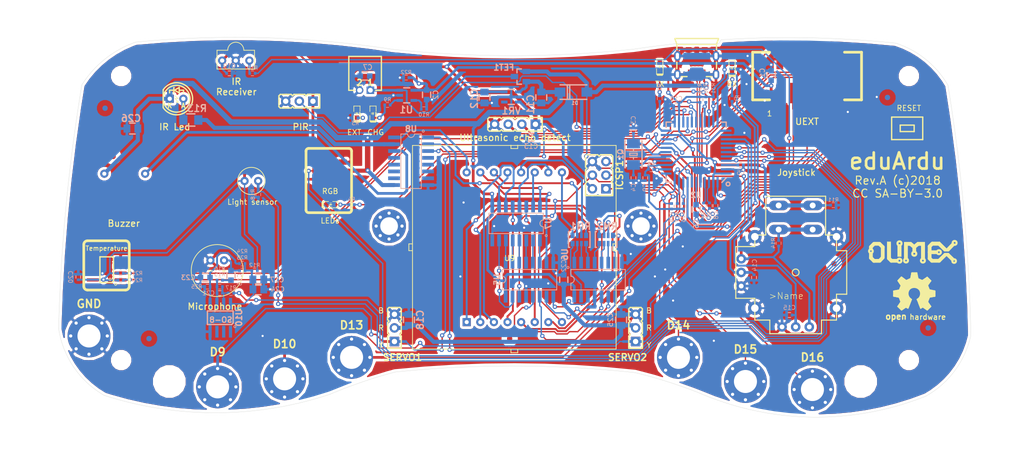
<source format=kicad_pcb>
(kicad_pcb (version 20171130) (host pcbnew 6.0.0-rc1-unknown-ee465fb~66~ubuntu18.04.1)
  (layers (0 F.Cu signal) (31 B.Cu signal) (34 B.Paste user) (35 F.Paste user) (36 B.SilkS user) (37 F.SilkS user) (38 B.Mask user) (39 F.Mask user) (44 Edge.Cuts user))
  (net 0 "")
  (net 1 "Net-(BAT_CON1-Pad1)")
  (net 2 LEDMVDD)
  (net 3 +3.3VD)
  (net 4 /VBUS)
  (net 5 "Net-(C3-Pad2)")
  (net 6 "Net-(C4-Pad2)")
  (net 7 /AREF)
  (net 8 "Net-(C6-Pad1)")
  (net 9 /A1)
  (net 10 /A0)
  (net 11 "Net-(C16-Pad2)")
  (net 12 /A3)
  (net 13 LEDMDATA)
  (net 14 LEDMSCK)
  (net 15 /MISO)
  (net 16 /HWB)
  (net 17 "Net-(JS1-Pad8)")
  (net 18 "Net-(LED1-Pad1)")
  (net 19 "Net-(LED2-Pad1)")
  (net 20 "Net-(LED3-Pad1)")
  (net 21 "Net-(LED4-Pad2)")
  (net 22 "Net-(LED5-Pad4)")
  (net 23 /A4)
  (net 24 /RGBO)
  (net 25 "Net-(LED6-Pad1)")
  (net 26 "Net-(LED7-Pad1)")
  (net 27 /RXLED)
  (net 28 /TXLED)
  (net 29 /D12)
  (net 30 /D_N)
  (net 31 /USB_N)
  (net 32 /D_P)
  (net 33 /USB_P)
  (net 34 /D5)
  (net 35 "Net-(R9-Pad1)")
  (net 36 "Net-(R10-Pad2)")
  (net 37 "Net-(R19-Pad2)")
  (net 38 /D7)
  (net 39 /D2)
  (net 40 /D3)
  (net 41 /D9)
  (net 42 /D10)
  (net 43 LEDMLATCH)
  (net 44 /D0)
  (net 45 /D1)
  (net 46 /D4)
  (net 47 /D8)
  (net 48 /D13)
  (net 49 /A2)
  (net 50 "Net-(U4-Pad3)")
  (net 51 "Net-(USB1-Pad4)")
  (net 52 BUZZER)
  (net 53 RESET)
  (net 54 IRLED)
  (net 55 D6)
  (net 56 IRTX)
  (net 57 "Net-(U5-Pad15)")
  (net 58 "Net-(U5-Pad9)")
  (net 59 "Net-(U5-Pad7)")
  (net 60 "Net-(U5-Pad6)")
  (net 61 "Net-(U5-Pad5)")
  (net 62 "Net-(U5-Pad4)")
  (net 63 "Net-(U5-Pad3)")
  (net 64 "Net-(U5-Pad2)")
  (net 65 "Net-(U5-Pad1)")
  (net 66 "Net-(U6-Pad9)")
  (net 67 "/Led Matrice 8x8/C1")
  (net 68 "/Led Matrice 8x8/C2")
  (net 69 "/Led Matrice 8x8/C3")
  (net 70 "/Led Matrice 8x8/C4")
  (net 71 "/Led Matrice 8x8/C5")
  (net 72 "/Led Matrice 8x8/C6")
  (net 73 "/Led Matrice 8x8/C7")
  (net 74 "/Led Matrice 8x8/C8")
  (net 75 "Net-(U8-Pad13)")
  (net 76 "Net-(U8-Pad12)")
  (net 77 "Net-(U8-Pad11)")
  (net 78 "Net-(U8-Pad10)")
  (net 79 "Net-(U8-Pad7)")
  (net 80 "Net-(U8-Pad6)")
  (net 81 "Net-(U8-Pad5)")
  (net 82 "Net-(U8-Pad4)")
  (net 83 "/Led Matrice 8x8/R2")
  (net 84 "/Led Matrice 8x8/R4")
  (net 85 "/Led Matrice 8x8/R1")
  (net 86 "/Led Matrice 8x8/R3")
  (net 87 "/Led Matrice 8x8/R6")
  (net 88 "/Led Matrice 8x8/R8")
  (net 89 "/Led Matrice 8x8/R7")
  (net 90 "/Led Matrice 8x8/R5")
  (net 91 "Net-(RM1-Pad3)")
  (net 92 "Net-(RM1-Pad2)")
  (net 93 "Net-(RM1-Pad4)")
  (net 94 "Net-(RM1-Pad1)")
  (net 95 "Net-(RM2-Pad3)")
  (net 96 "Net-(RM2-Pad2)")
  (net 97 "Net-(RM2-Pad4)")
  (net 98 "Net-(RM2-Pad1)")
  (net 99 "Net-(C16-Pad1)")
  (net 100 "Net-(C17-Pad2)")
  (net 101 "Net-(C21-Pad2)")
  (net 102 "Net-(C21-Pad1)")
  (net 103 "Net-(C23-Pad1)")
  (net 104 GND)
  (module OLIMEX_LEDs-FP:GYX1588AB (layer F.Cu) (at 129.37 56.95)
    (fp_text reference U9 (at -0.87 2.05) (layer F.SilkS))
    (fp_text value GYX1588AB-RESCUE-BADGE-LED8x8_Rev.A)
    (pad 16 thru_hole circle (at -8.89 -13.97) (size 1.524 1.524) (drill 0.762) (layers *.Cu *.Mask) (net 74 "/Led Matrice 8x8/C8"))
    (pad 15 thru_hole circle (at -6.35 -13.97) (size 1.524 1.524) (drill 0.762) (layers *.Cu *.Mask) (net 73 "/Led Matrice 8x8/C7"))
    (pad 14 thru_hole circle (at -3.81 -13.97) (size 1.524 1.524) (drill 0.762) (layers *.Cu *.Mask) (net 83 "/Led Matrice 8x8/R2"))
    (pad 13 thru_hole circle (at -1.27 -13.97) (size 1.524 1.524) (drill 0.762) (layers *.Cu *.Mask) (net 67 "/Led Matrice 8x8/C1"))
    (pad 12 thru_hole circle (at 1.27 -13.97) (size 1.524 1.524) (drill 0.762) (layers *.Cu *.Mask) (net 84 "/Led Matrice 8x8/R4"))
    (pad 11 thru_hole circle (at 3.81 -13.97) (size 1.524 1.524) (drill 0.762) (layers *.Cu *.Mask) (net 72 "/Led Matrice 8x8/C6"))
    (pad 10 thru_hole circle (at 6.35 -13.97) (size 1.524 1.524) (drill 0.762) (layers *.Cu *.Mask) (net 70 "/Led Matrice 8x8/C4"))
    (pad 9 thru_hole circle (at 8.89 -13.97) (size 1.524 1.524) (drill 0.762) (layers *.Cu *.Mask) (net 85 "/Led Matrice 8x8/R1"))
    (pad 8 thru_hole circle (at 8.89 13.97) (size 1.524 1.524) (drill 0.762) (layers *.Cu *.Mask) (net 86 "/Led Matrice 8x8/R3"))
    (pad 7 thru_hole circle (at 6.35 13.97) (size 1.524 1.524) (drill 0.762) (layers *.Cu *.Mask) (net 87 "/Led Matrice 8x8/R6"))
    (pad 6 thru_hole circle (at 3.81 13.97) (size 1.524 1.524) (drill 0.762) (layers *.Cu *.Mask) (net 71 "/Led Matrice 8x8/C5"))
    (pad 5 thru_hole circle (at 1.27 13.97) (size 1.524 1.524) (drill 0.762) (layers *.Cu *.Mask) (net 88 "/Led Matrice 8x8/R8"))
    (pad 4 thru_hole circle (at -1.27 13.97) (size 1.524 1.524) (drill 0.762) (layers *.Cu *.Mask) (net 69 "/Led Matrice 8x8/C3"))
    (pad 3 thru_hole circle (at -3.81 13.97) (size 1.524 1.524) (drill 0.762) (layers *.Cu *.Mask) (net 68 "/Led Matrice 8x8/C2"))
    (pad 2 thru_hole circle (at -6.35 13.97) (size 1.524 1.524) (drill 0.762) (layers *.Cu *.Mask) (net 89 "/Led Matrice 8x8/R7"))
    (pad 1 thru_hole rect (at -8.89 13.97) (size 1.524 1.524) (drill 0.762) (layers *.Cu *.Mask) (net 90 "/Led Matrice 8x8/R5"))
  )
  (module OLIMEX_RLC-FP:C_0805_5MIL_DWS (layer B.Cu) (at 58.1 34.8 180)
    (fp_text reference C26 (at 0.25 1.905 180) (layer B.SilkS) (effects (font (size 1.27 1.27) (thickness 0.254)) (justify mirror)))
    (fp_text value 47uF)
    (pad 2 smd rect (at 1.016 0 90) (size 1.524 1.27) (layers B.Cu B.Paste B.Mask) (net 104 GND))
    (pad 1 smd rect (at -1.016 0 90) (size 1.524 1.27) (layers B.Cu B.Paste B.Mask) (net 2 LEDMVDD))
  )
  (module OLIMEX_RLC-FP:C_0805_5MIL_DWS (layer B.Cu) (at 81.6 63 180)
    (fp_text reference C17 (at -3.5 0 180) (layer B.SilkS) (effects (font (size 0.9 0.9)) (justify mirror)))
    (fp_text value 47uF)
    (pad 2 smd rect (at 1.016 0 90) (size 1.524 1.27) (layers B.Cu B.Paste B.Mask) (net 100 "Net-(C17-Pad2)"))
    (pad 1 smd rect (at -1.016 0 90) (size 1.524 1.27) (layers B.Cu B.Paste B.Mask) (net 104 GND))
  )
  (module OLIMEX_RLC-FP:C_0805_5MIL_DWS (layer B.Cu) (at 81.6 64.8 180)
    (fp_text reference C24 (at -3.6 0 180) (layer B.SilkS) (effects (font (size 0.9 0.9)) (justify mirror)))
    (fp_text value 47uF)
    (pad 2 smd rect (at 1.016 0 90) (size 1.524 1.27) (layers B.Cu B.Paste B.Mask) (net 100 "Net-(C17-Pad2)"))
    (pad 1 smd rect (at -1.016 0 90) (size 1.524 1.27) (layers B.Cu B.Paste B.Mask) (net 104 GND))
  )
  (module OLIMEX_RLC-FP:C_0805_5MIL_DWS (layer B.Cu) (at 149.3 70.5 90)
    (fp_text reference C25 (at 0 -2 90) (layer B.SilkS) (effects (font (size 0.9 0.9)) (justify mirror)))
    (fp_text value 47uF)
    (pad 2 smd rect (at 1.016 0) (size 1.524 1.27) (layers B.Cu B.Paste B.Mask) (net 104 GND))
    (pad 1 smd rect (at -1.016 0) (size 1.524 1.27) (layers B.Cu B.Paste B.Mask) (net 2 LEDMVDD))
  )
  (module OLIMEX_RLC-FP:C_0603_5MIL_DWS (layer B.Cu) (at 138.6 63 90)
    (fp_text reference C22 (at 2.6 0 90) (layer B.SilkS) (effects (font (size 0.8 0.8) (thickness 0.1)) (justify mirror)))
    (fp_text value 1uF)
    (pad 2 smd rect (at 0.889 0 90) (size 1.016 1.016) (layers B.Cu B.Paste B.Mask) (net 104 GND) (clearance 0.0508))
    (pad 1 smd rect (at -0.889 0 90) (size 1.016 1.016) (layers B.Cu B.Paste B.Mask) (net 2 LEDMVDD) (clearance 0.0508))
  )
  (module OLIMEX_RLC-FP:C_0603_5MIL_DWS (layer B.Cu) (at 76.5 62.2 90)
    (fp_text reference C16 (at -0.8 1.6 90) (layer B.SilkS) (effects (font (size 0.8 0.8) (thickness 0.1)) (justify mirror)))
    (fp_text value 1uF)
    (pad 2 smd rect (at 0.889 0 90) (size 1.016 1.016) (layers B.Cu B.Paste B.Mask) (net 11 "Net-(C16-Pad2)") (clearance 0.0508))
    (pad 1 smd rect (at -0.889 0 90) (size 1.016 1.016) (layers B.Cu B.Paste B.Mask) (net 99 "Net-(C16-Pad1)") (clearance 0.0508))
  )
  (module OLIMEX_RLC-FP:R_0402_5MIL_DWS (layer B.Cu) (at 166.5 29.4 270)
    (fp_text reference R31 (at -2.1 0 270) (layer B.SilkS) (effects (font (size 0.7 0.7) (thickness 0.1)) (justify mirror)))
    (fp_text value 10M)
    (pad 2 smd rect (at 0.508 0 270) (size 0.5 0.55) (layers B.Cu B.Paste B.Mask) (net 48 /D13))
    (pad 1 smd rect (at -0.508 0 90) (size 0.5 0.55) (layers B.Cu B.Paste B.Mask) (net 3 +3.3VD))
  )
  (module OLIMEX_RLC-FP:R_0402_5MIL_DWS (layer B.Cu) (at 165.1 29.4 270)
    (fp_text reference R30 (at -2.1 0 270) (layer B.SilkS) (effects (font (size 0.7 0.7) (thickness 0.1)) (justify mirror)))
    (fp_text value 10M)
    (pad 2 smd rect (at 0.508 0 270) (size 0.5 0.55) (layers B.Cu B.Paste B.Mask) (net 42 /D10))
    (pad 1 smd rect (at -0.508 0 90) (size 0.5 0.55) (layers B.Cu B.Paste B.Mask) (net 3 +3.3VD))
  )
  (module OLIMEX_RLC-FP:R_0402_5MIL_DWS (layer B.Cu) (at 164 29.4 270)
    (fp_text reference R29 (at -2.1 0 270) (layer B.SilkS) (effects (font (size 0.7 0.7) (thickness 0.1)) (justify mirror)))
    (fp_text value 10M)
    (pad 2 smd rect (at 0.508 0 270) (size 0.5 0.55) (layers B.Cu B.Paste B.Mask) (net 41 /D9))
    (pad 1 smd rect (at -0.508 0 90) (size 0.5 0.55) (layers B.Cu B.Paste B.Mask) (net 3 +3.3VD))
  )
  (module OLIMEX_RLC-FP:R_0402_5MIL_DWS (layer B.Cu) (at 158.7 49.3 90)
    (fp_text reference R28 (at -2 0 90) (layer B.SilkS) (effects (font (size 0.7 0.7) (thickness 0.1)) (justify mirror)))
    (fp_text value 10M)
    (pad 2 smd rect (at 0.508 0 90) (size 0.5 0.55) (layers B.Cu B.Paste B.Mask) (net 15 /MISO))
    (pad 1 smd rect (at -0.508 0 270) (size 0.5 0.55) (layers B.Cu B.Paste B.Mask) (net 3 +3.3VD))
  )
  (module OLIMEX_RLC-FP:R_0402_5MIL_DWS (layer B.Cu) (at 159.8 49.3 90)
    (fp_text reference R27 (at -2 0 90) (layer B.SilkS) (effects (font (size 0.7 0.7) (thickness 0.1)) (justify mirror)))
    (fp_text value 10M)
    (pad 2 smd rect (at 0.508 0 90) (size 0.5 0.55) (layers B.Cu B.Paste B.Mask) (net 13 LEDMDATA))
    (pad 1 smd rect (at -0.508 0 270) (size 0.5 0.55) (layers B.Cu B.Paste B.Mask) (net 3 +3.3VD))
  )
  (module OLIMEX_RLC-FP:R_0402_5MIL_DWS (layer B.Cu) (at 160.9 49.3 90)
    (fp_text reference R26 (at -2 0 90) (layer B.SilkS) (effects (font (size 0.7 0.7) (thickness 0.1)) (justify mirror)))
    (fp_text value 10M)
    (pad 2 smd rect (at 0.508 0 90) (size 0.5 0.55) (layers B.Cu B.Paste B.Mask) (net 14 LEDMSCK))
    (pad 1 smd rect (at -0.508 0 270) (size 0.5 0.55) (layers B.Cu B.Paste B.Mask) (net 3 +3.3VD))
  )
  (module OLIMEX_Other-FP:Mounting_hole_Shield_4.3mm (layer F.Cu) (at 160 77.5)
    (fp_text reference CC7 hide)
    (fp_text value TESTPAD hide)
    (pad 1 thru_hole circle (at -3.413 0) (size 1.2 1.2) (drill 0.6) (layers *.Cu *.Mask) (net 15 /MISO))
    (pad 1 thru_hole circle (at 3.413 0) (size 1.2 1.2) (drill 0.6) (layers *.Cu *.Mask) (net 15 /MISO))
    (pad 1 thru_hole circle (at 2.4 2.4) (size 1.2 1.2) (drill 0.6) (layers *.Cu *.Mask) (net 15 /MISO))
    (pad 1 thru_hole circle (at -2.4 2.4) (size 1.2 1.2) (drill 0.6) (layers *.Cu *.Mask) (net 15 /MISO))
    (pad 1 thru_hole circle (at 2.4 -2.4) (size 1.2 1.2) (drill 0.6) (layers *.Cu *.Mask) (net 15 /MISO))
    (pad 1 thru_hole circle (at -2.4 -2.4) (size 1.2 1.2) (drill 0.6) (layers *.Cu *.Mask) (net 15 /MISO))
    (pad 1 thru_hole circle (at 0 3.413) (size 1.2 1.2) (drill 0.6) (layers *.Cu *.Mask) (net 15 /MISO))
    (pad 1 thru_hole circle (at 0 -3.413) (size 1.2 1.2) (drill 0.6) (layers *.Cu *.Mask) (net 15 /MISO))
    (pad 1 thru_hole circle (at 0 0) (size 8 8) (drill 4.3) (layers *.Cu *.Mask) (net 15 /MISO))
  )
  (module OLIMEX_Other-FP:Mounting_hole_Shield_4.3mm (layer F.Cu) (at 185 83.5)
    (fp_text reference CC6 hide)
    (fp_text value TESTPAD hide)
    (pad 1 thru_hole circle (at -3.413 0) (size 1.2 1.2) (drill 0.6) (layers *.Cu *.Mask) (net 13 LEDMDATA))
    (pad 1 thru_hole circle (at 3.413 0) (size 1.2 1.2) (drill 0.6) (layers *.Cu *.Mask) (net 13 LEDMDATA))
    (pad 1 thru_hole circle (at 2.4 2.4) (size 1.2 1.2) (drill 0.6) (layers *.Cu *.Mask) (net 13 LEDMDATA))
    (pad 1 thru_hole circle (at -2.4 2.4) (size 1.2 1.2) (drill 0.6) (layers *.Cu *.Mask) (net 13 LEDMDATA))
    (pad 1 thru_hole circle (at 2.4 -2.4) (size 1.2 1.2) (drill 0.6) (layers *.Cu *.Mask) (net 13 LEDMDATA))
    (pad 1 thru_hole circle (at -2.4 -2.4) (size 1.2 1.2) (drill 0.6) (layers *.Cu *.Mask) (net 13 LEDMDATA))
    (pad 1 thru_hole circle (at 0 3.413) (size 1.2 1.2) (drill 0.6) (layers *.Cu *.Mask) (net 13 LEDMDATA))
    (pad 1 thru_hole circle (at 0 -3.413) (size 1.2 1.2) (drill 0.6) (layers *.Cu *.Mask) (net 13 LEDMDATA))
    (pad 1 thru_hole circle (at 0 0) (size 8 8) (drill 4.3) (layers *.Cu *.Mask) (net 13 LEDMDATA))
  )
  (module OLIMEX_Other-FP:Mounting_hole_Shield_4.3mm (layer F.Cu) (at 172.5 82)
    (fp_text reference CC5 hide)
    (fp_text value TESTPAD hide)
    (pad 1 thru_hole circle (at -3.413 0) (size 1.2 1.2) (drill 0.6) (layers *.Cu *.Mask) (net 14 LEDMSCK))
    (pad 1 thru_hole circle (at 3.413 0) (size 1.2 1.2) (drill 0.6) (layers *.Cu *.Mask) (net 14 LEDMSCK))
    (pad 1 thru_hole circle (at 2.4 2.4) (size 1.2 1.2) (drill 0.6) (layers *.Cu *.Mask) (net 14 LEDMSCK))
    (pad 1 thru_hole circle (at -2.4 2.4) (size 1.2 1.2) (drill 0.6) (layers *.Cu *.Mask) (net 14 LEDMSCK))
    (pad 1 thru_hole circle (at 2.4 -2.4) (size 1.2 1.2) (drill 0.6) (layers *.Cu *.Mask) (net 14 LEDMSCK))
    (pad 1 thru_hole circle (at -2.4 -2.4) (size 1.2 1.2) (drill 0.6) (layers *.Cu *.Mask) (net 14 LEDMSCK))
    (pad 1 thru_hole circle (at 0 3.413) (size 1.2 1.2) (drill 0.6) (layers *.Cu *.Mask) (net 14 LEDMSCK))
    (pad 1 thru_hole circle (at 0 -3.413) (size 1.2 1.2) (drill 0.6) (layers *.Cu *.Mask) (net 14 LEDMSCK))
    (pad 1 thru_hole circle (at 0 0) (size 8 8) (drill 4.3) (layers *.Cu *.Mask) (net 14 LEDMSCK))
  )
  (module OLIMEX_Other-FP:Mounting_hole_Shield_4.3mm (layer F.Cu) (at 50 73.5)
    (fp_text reference CC4 hide)
    (fp_text value TESTPAD hide)
    (pad 1 thru_hole circle (at -3.413 0) (size 1.2 1.2) (drill 0.6) (layers *.Cu *.Mask) (net 104 GND))
    (pad 1 thru_hole circle (at 3.413 0) (size 1.2 1.2) (drill 0.6) (layers *.Cu *.Mask) (net 104 GND))
    (pad 1 thru_hole circle (at 2.4 2.4) (size 1.2 1.2) (drill 0.6) (layers *.Cu *.Mask) (net 104 GND))
    (pad 1 thru_hole circle (at -2.4 2.4) (size 1.2 1.2) (drill 0.6) (layers *.Cu *.Mask) (net 104 GND))
    (pad 1 thru_hole circle (at 2.4 -2.4) (size 1.2 1.2) (drill 0.6) (layers *.Cu *.Mask) (net 104 GND))
    (pad 1 thru_hole circle (at -2.4 -2.4) (size 1.2 1.2) (drill 0.6) (layers *.Cu *.Mask) (net 104 GND))
    (pad 1 thru_hole circle (at 0 3.413) (size 1.2 1.2) (drill 0.6) (layers *.Cu *.Mask) (net 104 GND))
    (pad 1 thru_hole circle (at 0 -3.413) (size 1.2 1.2) (drill 0.6) (layers *.Cu *.Mask) (net 104 GND))
    (pad 1 thru_hole circle (at 0 0) (size 8 8) (drill 4.3) (layers *.Cu *.Mask) (net 104 GND))
  )
  (module OLIMEX_Other-FP:Mounting_hole_Shield_4.3mm (layer F.Cu) (at 99 77.5)
    (fp_text reference CC3 hide)
    (fp_text value TESTPAD hide)
    (pad 1 thru_hole circle (at -3.413 0) (size 1.2 1.2) (drill 0.6) (layers *.Cu *.Mask) (net 48 /D13))
    (pad 1 thru_hole circle (at 3.413 0) (size 1.2 1.2) (drill 0.6) (layers *.Cu *.Mask) (net 48 /D13))
    (pad 1 thru_hole circle (at 2.4 2.4) (size 1.2 1.2) (drill 0.6) (layers *.Cu *.Mask) (net 48 /D13))
    (pad 1 thru_hole circle (at -2.4 2.4) (size 1.2 1.2) (drill 0.6) (layers *.Cu *.Mask) (net 48 /D13))
    (pad 1 thru_hole circle (at 2.4 -2.4) (size 1.2 1.2) (drill 0.6) (layers *.Cu *.Mask) (net 48 /D13))
    (pad 1 thru_hole circle (at -2.4 -2.4) (size 1.2 1.2) (drill 0.6) (layers *.Cu *.Mask) (net 48 /D13))
    (pad 1 thru_hole circle (at 0 3.413) (size 1.2 1.2) (drill 0.6) (layers *.Cu *.Mask) (net 48 /D13))
    (pad 1 thru_hole circle (at 0 -3.413) (size 1.2 1.2) (drill 0.6) (layers *.Cu *.Mask) (net 48 /D13))
    (pad 1 thru_hole circle (at 0 0) (size 8 8) (drill 4.3) (layers *.Cu *.Mask) (net 48 /D13))
  )
  (module OLIMEX_Other-FP:Mounting_hole_Shield_4.3mm (layer F.Cu) (at 86.5 81.5)
    (fp_text reference CC2 hide)
    (fp_text value TESTPAD hide)
    (pad 1 thru_hole circle (at -3.413 0) (size 1.2 1.2) (drill 0.6) (layers *.Cu *.Mask) (net 42 /D10))
    (pad 1 thru_hole circle (at 3.413 0) (size 1.2 1.2) (drill 0.6) (layers *.Cu *.Mask) (net 42 /D10))
    (pad 1 thru_hole circle (at 2.4 2.4) (size 1.2 1.2) (drill 0.6) (layers *.Cu *.Mask) (net 42 /D10))
    (pad 1 thru_hole circle (at -2.4 2.4) (size 1.2 1.2) (drill 0.6) (layers *.Cu *.Mask) (net 42 /D10))
    (pad 1 thru_hole circle (at 2.4 -2.4) (size 1.2 1.2) (drill 0.6) (layers *.Cu *.Mask) (net 42 /D10))
    (pad 1 thru_hole circle (at -2.4 -2.4) (size 1.2 1.2) (drill 0.6) (layers *.Cu *.Mask) (net 42 /D10))
    (pad 1 thru_hole circle (at 0 3.413) (size 1.2 1.2) (drill 0.6) (layers *.Cu *.Mask) (net 42 /D10))
    (pad 1 thru_hole circle (at 0 -3.413) (size 1.2 1.2) (drill 0.6) (layers *.Cu *.Mask) (net 42 /D10))
    (pad 1 thru_hole circle (at 0 0) (size 8 8) (drill 4.3) (layers *.Cu *.Mask) (net 42 /D10))
  )
  (module OLIMEX_Other-FP:Mounting_hole_Shield_4.3mm (layer F.Cu) (at 74 83)
    (fp_text reference CC1 hide)
    (fp_text value TESTPAD hide)
    (pad 1 thru_hole circle (at -3.413 0) (size 1.2 1.2) (drill 0.6) (layers *.Cu *.Mask) (net 41 /D9))
    (pad 1 thru_hole circle (at 3.413 0) (size 1.2 1.2) (drill 0.6) (layers *.Cu *.Mask) (net 41 /D9))
    (pad 1 thru_hole circle (at 2.4 2.4) (size 1.2 1.2) (drill 0.6) (layers *.Cu *.Mask) (net 41 /D9))
    (pad 1 thru_hole circle (at -2.4 2.4) (size 1.2 1.2) (drill 0.6) (layers *.Cu *.Mask) (net 41 /D9))
    (pad 1 thru_hole circle (at 2.4 -2.4) (size 1.2 1.2) (drill 0.6) (layers *.Cu *.Mask) (net 41 /D9))
    (pad 1 thru_hole circle (at -2.4 -2.4) (size 1.2 1.2) (drill 0.6) (layers *.Cu *.Mask) (net 41 /D9))
    (pad 1 thru_hole circle (at 0 3.413) (size 1.2 1.2) (drill 0.6) (layers *.Cu *.Mask) (net 41 /D9))
    (pad 1 thru_hole circle (at 0 -3.413) (size 1.2 1.2) (drill 0.6) (layers *.Cu *.Mask) (net 41 /D9))
    (pad 1 thru_hole circle (at 0 0) (size 8 8) (drill 4.3) (layers *.Cu *.Mask) (net 41 /D9))
  )
  (module OLIMEX_RLC-FP:C_0603_5MIL_DWS (layer B.Cu) (at 71.7 62.6 180)
    (fp_text reference C23 (at 3.2 0 180) (layer B.SilkS) (effects (font (size 0.9 0.9)) (justify mirror)))
    (fp_text value 1uF)
    (pad 2 smd rect (at 0.889 0 180) (size 1.016 1.016) (layers B.Cu B.Paste B.Mask) (net 104 GND) (clearance 0.0508))
    (pad 1 smd rect (at -0.889 0 180) (size 1.016 1.016) (layers B.Cu B.Paste B.Mask) (net 103 "Net-(C23-Pad1)") (clearance 0.0508))
  )
  (module OLIMEX_Connectors-FP:LIPO_BAT-CON2DW02R (layer F.Cu) (at 101.5 24.5 180)
    (fp_text reference BAT_CON1 hide)
    (fp_text value "LiPo 3.7V")
    (fp_text user 1 (at -0.98298 -1.67894 180) (layer F.SilkS) (effects (font (size 1.1 1.1) (thickness 0.254))))
    (fp_text user 2 (at 1.02108 -1.72974 180) (layer F.SilkS) (effects (font (size 1.1 1.1) (thickness 0.254))))
    (pad 2 thru_hole circle (at 1.0033 -3.15468 180) (size 1.4 1.4) (drill 0.9) (layers *.Cu *.Mask) (net 104 GND))
    (pad 1 thru_hole rect (at -1.00838 -3.15214 180) (size 1.4 1.4) (drill 0.9) (layers *.Cu *.Mask) (net 1 "Net-(BAT_CON1-Pad1)"))
  )
  (module OLIMEX_Other-FP:Mounting_hole_Shield_3.3mm (layer F.Cu) (at 106 53)
    (fp_text reference MountingHoleShield** hide)
    (fp_text value Mounting_hole_Shield_3.3mm hide)
    (pad GND1 thru_hole circle (at 0 0) (size 6.3 6.3) (drill 3.3) (layers *.Cu *.Mask))
    (pad GND1 thru_hole circle (at 0 -2.413) (size 1.2 1.2) (drill 0.6) (layers *.Cu *.Mask))
    (pad GND1 thru_hole circle (at 0 2.413) (size 1.2 1.2) (drill 0.6) (layers *.Cu *.Mask))
    (pad GND1 thru_hole circle (at -1.651 -1.651) (size 1.2 1.2) (drill 0.6) (layers *.Cu *.Mask))
    (pad GND1 thru_hole circle (at 1.651 -1.651) (size 1.2 1.2) (drill 0.6) (layers *.Cu *.Mask))
    (pad GND1 thru_hole circle (at -1.651 1.778) (size 1.2 1.2) (drill 0.6) (layers *.Cu *.Mask))
    (pad GND1 thru_hole circle (at 1.651 1.651) (size 1.2 1.2) (drill 0.6) (layers *.Cu *.Mask))
    (pad GND1 thru_hole circle (at 2.413 0) (size 1.2 1.2) (drill 0.6) (layers *.Cu *.Mask))
    (pad GND1 thru_hole circle (at -2.413 0) (size 1.2 1.2) (drill 0.6) (layers *.Cu *.Mask))
  )
  (module OLIMEX_Other-FP:NPTH_2.7mm (layer F.Cu) (at 56 78)
    (fp_text reference MountingHole hide)
    (fp_text value NPTH_2.7mm hide)
    (pad "" np_thru_hole circle (at 0 0) (size 2.7 2.7) (drill 2.7) (layers *.Cu *.Mask) (clearance 0.5588))
  )
  (module OLIMEX_Other-FP:NPTH_2.7mm (layer F.Cu) (at 203 78)
    (fp_text reference MountingHole hide)
    (fp_text value NPTH_2.7mm hide)
    (pad "" np_thru_hole circle (at 0 0) (size 2.7 2.7) (drill 2.7) (layers *.Cu *.Mask) (clearance 0.5588))
  )
  (module OLIMEX_Other-FP:NPTH_2.7mm (layer F.Cu) (at 203 25)
    (fp_text reference MountingHole hide)
    (fp_text value NPTH_2.7mm hide)
    (pad "" np_thru_hole circle (at 0 0) (size 2.7 2.7) (drill 2.7) (layers *.Cu *.Mask) (clearance 0.5588))
  )
  (module OLIMEX_Other-FP:NPTH_2.7mm (layer F.Cu) (at 65 82)
    (fp_text reference MountingHole hide)
    (fp_text value NPTH_2.7mm hide)
    (pad "" np_thru_hole circle (at 0 0) (size 5 5) (drill 5) (layers *.Cu *.Mask) (clearance 0.5588))
  )
  (module OLIMEX_Connectors-FP:HN1x3 (layer F.Cu) (at 89.25 29.7 180)
    (fp_text reference PIR1 hide)
    (fp_text value PIR-SB321)
    (pad 3 thru_hole circle (at 2.54 0 180) (size 1.778 1.778) (drill 1) (layers *.Cu *.Mask) (net 104 GND))
    (pad 2 thru_hole circle (at 0 0 180) (size 1.778 1.778) (drill 1) (layers *.Cu *.Mask) (net 34 /D5))
    (pad 1 thru_hole rect (at -2.54 0 180) (size 1.778 1.778) (drill 1) (layers *.Cu *.Mask) (net 3 +3.3VD))
  )
  (module OLIMEX_IC-FP:RPM7236-H8-V (layer F.Cu) (at 77.39 22.19 180)
    (fp_text reference U3 hide)
    (fp_text value RPM7236-H8)
    (pad 3 thru_hole circle (at 2.54 0.08 180) (size 1.524 1.524) (drill 0.8) (layers *.Cu *.Mask) (net 3 +3.3VD))
    (pad 2 thru_hole circle (at 0 0.08 180) (size 1.524 1.524) (drill 0.8) (layers *.Cu *.Mask) (net 104 GND))
    (pad 1 thru_hole circle (at -2.54 0.08 180) (size 1.524 1.524) (drill 0.8) (layers *.Cu *.Mask) (net 37 "Net-(R19-Pad2)"))
  )
  (module OLIMEX_Connectors-FP:UEXTM-SMD (layer F.Cu) (at 184 25 180)
    (fp_text reference UEXT1 hide)
    (fp_text value BH10S)
    (pad 10 smd rect (at -5.08 3.175 180) (size 1.27 3.81) (layers F.Cu F.Paste F.Mask) (net 48 /D13) (clearance 0.0508))
    (pad 9 smd rect (at -5.08 -3.175 180) (size 1.27 3.81) (layers F.Cu F.Paste F.Mask) (net 14 LEDMSCK) (clearance 0.0508))
    (pad 8 smd rect (at -2.54 3.175 180) (size 1.27 3.81) (layers F.Cu F.Paste F.Mask) (net 13 LEDMDATA) (clearance 0.0508))
    (pad 7 smd rect (at -2.54 -3.175 180) (size 1.27 3.81) (layers F.Cu F.Paste F.Mask) (net 15 /MISO) (clearance 0.0508))
    (pad 6 smd rect (at 0 3.175 180) (size 1.27 3.81) (layers F.Cu F.Paste F.Mask) (net 39 /D2) (clearance 0.0508))
    (pad 5 smd rect (at 0 -3.175 180) (size 1.27 3.81) (layers F.Cu F.Paste F.Mask) (net 40 /D3) (clearance 0.0508))
    (pad 4 smd rect (at 2.54 3.175 180) (size 1.27 3.81) (layers F.Cu F.Paste F.Mask) (net 44 /D0) (clearance 0.0508))
    (pad 3 smd rect (at 2.54 -3.175 180) (size 1.27 3.81) (layers F.Cu F.Paste F.Mask) (net 45 /D1) (clearance 0.0508))
    (pad 2 smd rect (at 5.08 3.175 180) (size 1.27 3.81) (layers F.Cu F.Paste F.Mask) (net 104 GND) (clearance 0.0508))
    (pad 1 smd rect (at 5.08 -3.175 180) (size 1.27 3.81) (layers F.Cu F.Paste F.Mask) (net 3 +3.3VD) (clearance 0.0508))
  )
  (module OLIMEX_IC-FP:SO-8 (layer B.Cu) (at 74.5 70.1 180)
    (fp_text reference U10 (at -3.48996 0.00762 90) (layer B.SilkS) (effects (font (size 1.1 1.1) (thickness 0.254)) (justify mirror)))
    (fp_text value LM358)
    (fp_text user SO-8 (at -0.1 -0.4 180) (layer B.SilkS) (effects (font (size 1.016 1.016) (thickness 0.2032)) (justify mirror)))
    (pad 8 smd rect (at -1.905 2.6 180) (size 0.6 2.2) (layers B.Cu B.Paste B.Mask) (net 100 "Net-(C17-Pad2)") (clearance 0.0508))
    (pad 7 smd rect (at -0.635 2.6 180) (size 0.6 2.2) (layers B.Cu B.Paste B.Mask) (net 101 "Net-(C21-Pad2)") (clearance 0.0508))
    (pad 6 smd rect (at 0.635 2.6 180) (size 0.6 2.2) (layers B.Cu B.Paste B.Mask) (net 102 "Net-(C21-Pad1)") (clearance 0.0508))
    (pad 5 smd rect (at 1.905 2.6 180) (size 0.6 2.2) (layers B.Cu B.Paste B.Mask) (net 103 "Net-(C23-Pad1)") (clearance 0.0508))
    (pad 4 smd rect (at 1.905 -2.6 180) (size 0.6 2.2) (layers B.Cu B.Paste B.Mask) (net 104 GND) (clearance 0.0508))
    (pad 3 smd rect (at 0.635 -2.6 180) (size 0.6 2.2) (layers B.Cu B.Paste B.Mask) (clearance 0.0508))
    (pad 2 smd rect (at -0.635 -2.6 180) (size 0.6 2.2) (layers B.Cu B.Paste B.Mask) (clearance 0.0508))
    (pad 1 smd rect (at -1.905 -2.6 180) (size 0.6 2.2) (layers B.Cu B.Paste B.Mask) (clearance 0.0508))
  )
  (module OLIMEX_RLC-FP:R_0402_5MIL_DWS (layer B.Cu) (at 81.6 47.1 270)
    (fp_text reference R18 (at 0 1 270) (layer B.SilkS) (effects (font (size 0.7 0.7) (thickness 0.1)) (justify mirror)))
    (fp_text value 10K)
    (pad 2 smd rect (at 0.508 0 270) (size 0.5 0.55) (layers B.Cu B.Paste B.Mask) (net 104 GND))
    (pad 1 smd rect (at -0.508 0 90) (size 0.5 0.55) (layers B.Cu B.Paste B.Mask) (net 49 /A2))
  )
  (module OLIMEX_RLC-FP:R_0402_5MIL_DWS (layer B.Cu) (at 76.5 65.5 180)
    (fp_text reference R17 (at 0 1 180) (layer B.SilkS) (effects (font (size 0.7 0.7) (thickness 0.1)) (justify mirror)))
    (fp_text value 100R)
    (pad 2 smd rect (at 0.508 0 180) (size 0.5 0.55) (layers B.Cu B.Paste B.Mask) (net 101 "Net-(C21-Pad2)"))
    (pad 1 smd rect (at -0.508 0) (size 0.5 0.55) (layers B.Cu B.Paste B.Mask) (net 12 /A3))
  )
  (module OLIMEX_RLC-FP:R_0402_5MIL_DWS (layer B.Cu) (at 74.392 64.3 180)
    (fp_text reference R16 (at 0 3.4 180) (layer B.SilkS) (effects (font (size 0.7 0.7) (thickness 0.1)) (justify mirror)))
    (fp_text value 100K)
    (pad 2 smd rect (at 0.508 0 180) (size 0.5 0.55) (layers B.Cu B.Paste B.Mask) (net 102 "Net-(C21-Pad1)"))
    (pad 1 smd rect (at -0.508 0) (size 0.5 0.55) (layers B.Cu B.Paste B.Mask) (net 101 "Net-(C21-Pad2)"))
  )
  (module OLIMEX_RLC-FP:R_0402_5MIL_DWS (layer B.Cu) (at 74.4 63.1)
    (fp_text reference R15 (at 0 -1.1) (layer B.SilkS) (effects (font (size 0.7 0.7) (thickness 0.1)) (justify mirror)))
    (fp_text value 1K)
    (pad 2 smd rect (at 0.508 0) (size 0.5 0.55) (layers B.Cu B.Paste B.Mask) (net 99 "Net-(C16-Pad1)"))
    (pad 1 smd rect (at -0.508 0 180) (size 0.5 0.55) (layers B.Cu B.Paste B.Mask) (net 102 "Net-(C21-Pad1)"))
  )
  (module OLIMEX_RLC-FP:R_PHOTO (layer F.Cu) (at 80.3 44.58)
    (fp_text reference R7 hide)
    (fp_text value R_PHOTO)
    (pad 2 thru_hole circle (at 1.27 0) (size 1.524 1.524) (drill 0.762) (layers *.Cu *.Mask) (net 49 /A2))
    (pad 1 thru_hole circle (at -1.27 0) (size 1.524 1.524) (drill 0.762) (layers *.Cu *.Mask) (net 3 +3.3VD))
  )
  (module OLIMEX_Connectors-FP:USB-MICRO_MISB-SWMM-5B_LF (layer F.Cu) (at 163.4 21.5 90)
    (fp_text reference USB1 hide)
    (fp_text value USB-MICRO)
    (pad 1 smd rect (at -3.1 1.387 180) (size 0.5 1.6) (layers F.Cu F.Paste F.Mask) (net 4 /VBUS))
    (pad 2 smd rect (at -3.1 0.65 180) (size 0.325 1.8) (layers F.Cu F.Paste F.Mask) (net 30 /D_N))
    (pad 3 smd rect (at -3.1 0 180) (size 0.325 1.8) (layers F.Cu F.Paste F.Mask) (net 32 /D_P))
    (pad 4 smd rect (at -3.1 -0.65 180) (size 0.325 1.8) (layers F.Cu F.Paste F.Mask) (net 51 "Net-(USB1-Pad4)"))
    (pad 5 smd rect (at -3.1 -1.387 180) (size 0.5 1.6) (layers F.Cu F.Paste F.Mask) (net 104 GND))
    (pad "" np_thru_hole circle (at -1.9 2 180) (size 0.6 0.6) (drill 0.6) (layers *.Cu *.Mask))
    (pad "" np_thru_hole circle (at -1.9 -2 180) (size 0.6 0.6) (drill 0.6) (layers *.Cu *.Mask))
    (pad 0 smd rect (at 1.4 1.5 180) (size 1.1 1) (layers F.Cu F.Paste F.Mask) (net 104 GND))
    (pad 0 smd rect (at 1.4 -1.5 180) (size 1.1 1) (layers F.Cu F.Paste F.Mask) (net 104 GND))
    (pad 0 thru_hole oval (at 0.25 3.6 180) (size 1.2 1.8) (drill oval 0.6 1.2) (layers *.Cu *.Mask) (net 104 GND))
    (pad 0 thru_hole oval (at -3.22 3.6 180) (size 1.2 1.8) (drill oval 0.6 1.2) (layers *.Cu *.Mask) (net 104 GND))
    (pad 0 thru_hole oval (at -3.22 -3.6 180) (size 1.2 1.8) (drill oval 0.6 1.2) (layers *.Cu *.Mask) (net 104 GND))
    (pad 0 thru_hole oval (at 0.25 -3.6 180) (size 1.2 1.8) (drill oval 0.6 1.2) (layers *.Cu *.Mask) (net 104 GND))
  )
  (module OLIMEX_Regulators-FP:SOT-23-5 (layer B.Cu) (at 128.8 28.9)
    (fp_text reference VR1 (at 0 2.6) (layer B.SilkS) (effects (font (size 1.27 1.27) (thickness 0.254)) (justify mirror)))
    (fp_text value AP1231-3.3V)
    (pad 1 smd rect (at 1.3 -0.95) (size 1.2 0.55) (layers B.Cu B.Paste B.Mask) (net 2 LEDMVDD) (clearance 0.0508))
    (pad 2 smd rect (at 1.3 0) (size 1.2 0.55) (layers B.Cu B.Paste B.Mask) (net 104 GND) (clearance 0.0508))
    (pad 3 smd rect (at 1.3 0.95) (size 1.2 0.55) (layers B.Cu B.Paste B.Mask) (net 2 LEDMVDD) (clearance 0.0508))
    (pad 5 smd rect (at -1.3 -0.95) (size 1.2 0.55) (layers B.Cu B.Paste B.Mask) (net 3 +3.3VD) (clearance 0.0508))
    (pad 4 smd rect (at -1.3 0.95) (size 1.2 0.55) (layers B.Cu B.Paste B.Mask) (clearance 0.0508))
  )
  (module OLIMEX_IC-FP:SO-8 (layer F.Cu) (at 53.305566 61.136369 90)
    (fp_text reference U4 hide)
    (fp_text value TCN75)
    (pad 8 smd rect (at -1.905 -2.6 90) (size 0.6 2.2) (layers F.Cu F.Paste F.Mask) (net 3 +3.3VD) (clearance 0.0508))
    (pad 7 smd rect (at -0.635 -2.6 90) (size 0.6 2.2) (layers F.Cu F.Paste F.Mask) (net 104 GND) (clearance 0.0508))
    (pad 6 smd rect (at 0.635 -2.6 90) (size 0.6 2.2) (layers F.Cu F.Paste F.Mask) (net 104 GND) (clearance 0.0508))
    (pad 5 smd rect (at 1.905 -2.6 90) (size 0.6 2.2) (layers F.Cu F.Paste F.Mask) (net 104 GND) (clearance 0.0508))
    (pad 4 smd rect (at 1.905 2.6 90) (size 0.6 2.2) (layers F.Cu F.Paste F.Mask) (net 104 GND) (clearance 0.0508))
    (pad 3 smd rect (at 0.635 2.6 90) (size 0.6 2.2) (layers F.Cu F.Paste F.Mask) (net 50 "Net-(U4-Pad3)") (clearance 0.0508))
    (pad 2 smd rect (at -0.635 2.6 90) (size 0.6 2.2) (layers F.Cu F.Paste F.Mask) (net 40 /D3) (clearance 0.0508))
    (pad 1 smd rect (at -1.905 2.6 90) (size 0.6 2.2) (layers F.Cu F.Paste F.Mask) (net 39 /D2) (clearance 0.0508))
  )
  (module OLIMEX_Regulators-FP:SOT-23-5 (layer B.Cu) (at 109.3 28.6 180)
    (fp_text reference U1 (at 0.1 -2.7 180) (layer B.SilkS) (effects (font (size 1.27 1.27) (thickness 0.254)) (justify mirror)))
    (fp_text value "BL4054B-42TPRN(SOT23-5)")
    (pad 1 smd rect (at 1.3 -0.95 180) (size 1.2 0.55) (layers B.Cu B.Paste B.Mask) (net 35 "Net-(R9-Pad1)") (clearance 0.0508))
    (pad 2 smd rect (at 1.3 0 180) (size 1.2 0.55) (layers B.Cu B.Paste B.Mask) (net 104 GND) (clearance 0.0508))
    (pad 3 smd rect (at 1.3 0.95 180) (size 1.2 0.55) (layers B.Cu B.Paste B.Mask) (net 1 "Net-(BAT_CON1-Pad1)") (clearance 0.0508))
    (pad 5 smd rect (at -1.3 -0.95 180) (size 1.2 0.55) (layers B.Cu B.Paste B.Mask) (net 36 "Net-(R10-Pad2)") (clearance 0.0508))
    (pad 4 smd rect (at -1.3 0.95 180) (size 1.2 0.55) (layers B.Cu B.Paste B.Mask) (net 4 /VBUS) (clearance 0.0508))
  )
  (module OLIMEX_RLC-FP:R_0402_5MIL_DWS (layer B.Cu) (at 72.1 64.3 180)
    (fp_text reference R25 (at 2 0 180) (layer B.SilkS) (effects (font (size 0.7 0.7) (thickness 0.1)) (justify mirror)))
    (fp_text value 10K)
    (pad 2 smd rect (at 0.508 0 180) (size 0.5 0.55) (layers B.Cu B.Paste B.Mask) (net 104 GND))
    (pad 1 smd rect (at -0.508 0) (size 0.5 0.55) (layers B.Cu B.Paste B.Mask) (net 103 "Net-(C23-Pad1)"))
  )
  (module OLIMEX_RLC-FP:R_0402_5MIL_DWS (layer B.Cu) (at 78.6 60 180)
    (fp_text reference R24 (at 0 2.3 180) (layer B.SilkS) (effects (font (size 0.7 0.7) (thickness 0.1)) (justify mirror)))
    (fp_text value 10K)
    (pad 2 smd rect (at 0.508 0 180) (size 0.5 0.55) (layers B.Cu B.Paste B.Mask) (net 103 "Net-(C23-Pad1)"))
    (pad 1 smd rect (at -0.508 0) (size 0.5 0.55) (layers B.Cu B.Paste B.Mask) (net 100 "Net-(C17-Pad2)"))
  )
  (module OLIMEX_RLC-FP:R_0402_5MIL_DWS (layer B.Cu) (at 78.6 61.3 180)
    (fp_text reference R23 (at 0 2.4 180) (layer B.SilkS) (effects (font (size 0.7 0.7) (thickness 0.1)) (justify mirror)))
    (fp_text value 2K)
    (pad 2 smd rect (at 0.508 0 180) (size 0.5 0.55) (layers B.Cu B.Paste B.Mask) (net 11 "Net-(C16-Pad2)"))
    (pad 1 smd rect (at -0.508 0) (size 0.5 0.55) (layers B.Cu B.Paste B.Mask) (net 100 "Net-(C17-Pad2)"))
  )
  (module OLIMEX_RLC-FP:R_0402_5MIL_DWS (layer B.Cu) (at 109.2 25.3 180)
    (fp_text reference R22 (at 0 1 180) (layer B.SilkS) (effects (font (size 0.7 0.7) (thickness 0.1)) (justify mirror)))
    (fp_text value 10K)
    (pad 2 smd rect (at 0.508 0 180) (size 0.5 0.55) (layers B.Cu B.Paste B.Mask) (net 104 GND))
    (pad 1 smd rect (at -0.508 0) (size 0.5 0.55) (layers B.Cu B.Paste B.Mask) (net 4 /VBUS))
  )
  (module OLIMEX_RLC-FP:R_0402_5MIL_DWS (layer B.Cu) (at 55.9 61.8 180)
    (fp_text reference R21 (at -3.1 0 180) (layer B.SilkS) (effects (font (size 0.7 0.7) (thickness 0.1)) (justify mirror)))
    (fp_text value 10K)
    (pad 2 smd rect (at 0.508 0 180) (size 0.5 0.55) (layers B.Cu B.Paste B.Mask) (net 3 +3.3VD))
    (pad 1 smd rect (at -0.508 0) (size 0.5 0.55) (layers B.Cu B.Paste B.Mask) (net 40 /D3))
  )
  (module OLIMEX_RLC-FP:R_0402_5MIL_DWS (layer B.Cu) (at 55.908 63.1 180)
    (fp_text reference R20 (at -3.092 0 180) (layer B.SilkS) (effects (font (size 0.7 0.7) (thickness 0.1)) (justify mirror)))
    (fp_text value 10K)
    (pad 2 smd rect (at 0.508 0 180) (size 0.5 0.55) (layers B.Cu B.Paste B.Mask) (net 3 +3.3VD))
    (pad 1 smd rect (at -0.508 0) (size 0.5 0.55) (layers B.Cu B.Paste B.Mask) (net 39 /D2))
  )
  (module OLIMEX_RLC-FP:R_0402_5MIL_DWS (layer B.Cu) (at 80.5 24.5 180)
    (fp_text reference R19 (at 0 1 180) (layer B.SilkS) (effects (font (size 0.7 0.7) (thickness 0.1)) (justify mirror)))
    (fp_text value 100R)
    (pad 2 smd rect (at 0.508 0 180) (size 0.5 0.55) (layers B.Cu B.Paste B.Mask) (net 37 "Net-(R19-Pad2)"))
    (pad 1 smd rect (at -0.508 0) (size 0.5 0.55) (layers B.Cu B.Paste B.Mask) (net 38 /D7))
  )
  (module OLIMEX_RLC-FP:R_0402_5MIL_DWS (layer B.Cu) (at 178.7 56.2 270)
    (fp_text reference R14 (at 0 1 270) (layer B.SilkS) (effects (font (size 0.7 0.7) (thickness 0.1)) (justify mirror)))
    (fp_text value 100R)
    (pad 2 smd rect (at 0.508 0 270) (size 0.5 0.55) (layers B.Cu B.Paste B.Mask) (net 3 +3.3VD))
    (pad 1 smd rect (at -0.508 0 90) (size 0.5 0.55) (layers B.Cu B.Paste B.Mask) (net 17 "Net-(JS1-Pad8)"))
  )
  (module OLIMEX_RLC-FP:R_1206_5MIL_DWS (layer B.Cu) (at 69 33.2 180)
    (fp_text reference R13 (at -1.143 2.159 180) (layer B.SilkS) (effects (font (size 1.27 1.27) (thickness 0.254)) (justify mirror)))
    (fp_text value 6.8R)
    (pad 2 smd rect (at 1.397 0 180) (size 1.524 1.778) (layers B.Cu B.Paste B.Mask) (net 26 "Net-(LED7-Pad1)"))
    (pad 1 smd rect (at -1.397 0 180) (size 1.524 1.778) (layers B.Cu B.Paste B.Mask) (net 54 IRLED))
  )
  (module OLIMEX_RLC-FP:R_0402_5MIL_DWS (layer B.Cu) (at 80.9 61.3)
    (fp_text reference R12 (at 0 -1) (layer B.SilkS) (effects (font (size 0.7 0.7) (thickness 0.1)) (justify mirror)))
    (fp_text value 22R)
    (pad 2 smd rect (at 0.508 0) (size 0.5 0.55) (layers B.Cu B.Paste B.Mask) (net 3 +3.3VD))
    (pad 1 smd rect (at -0.508 0 180) (size 0.5 0.55) (layers B.Cu B.Paste B.Mask) (net 100 "Net-(C17-Pad2)"))
  )
  (module OLIMEX_RLC-FP:R_0402_5MIL_DWS (layer B.Cu) (at 188.9 49.1 180)
    (fp_text reference R11 (at 0 1 180) (layer B.SilkS) (effects (font (size 0.7 0.7) (thickness 0.1)) (justify mirror)))
    (fp_text value 10K)
    (pad 2 smd rect (at 0.508 0 180) (size 0.5 0.55) (layers B.Cu B.Paste B.Mask) (net 16 /HWB))
    (pad 1 smd rect (at -0.508 0) (size 0.5 0.55) (layers B.Cu B.Paste B.Mask) (net 104 GND))
  )
  (module OLIMEX_RLC-FP:R_0402_5MIL_DWS (layer B.Cu) (at 112.5 31.2 180)
    (fp_text reference R10 (at 0 -1 180) (layer B.SilkS) (effects (font (size 0.7 0.7) (thickness 0.1)) (justify mirror)))
    (fp_text value 10K)
    (pad 2 smd rect (at 0.508 0 180) (size 0.5 0.55) (layers B.Cu B.Paste B.Mask) (net 36 "Net-(R10-Pad2)"))
    (pad 1 smd rect (at -0.508 0) (size 0.5 0.55) (layers B.Cu B.Paste B.Mask) (net 104 GND))
  )
  (module OLIMEX_RLC-FP:R_0402_5MIL_DWS (layer B.Cu) (at 105.7 30.4 180)
    (fp_text reference R9 (at 0 1 180) (layer B.SilkS) (effects (font (size 0.7 0.7) (thickness 0.1)) (justify mirror)))
    (fp_text value 2K)
    (pad 2 smd rect (at 0.508 0 180) (size 0.5 0.55) (layers B.Cu B.Paste B.Mask) (net 25 "Net-(LED6-Pad1)"))
    (pad 1 smd rect (at -0.508 0) (size 0.5 0.55) (layers B.Cu B.Paste B.Mask) (net 35 "Net-(R9-Pad1)"))
  )
  (module OLIMEX_RLC-FP:R_0402_5MIL_DWS (layer B.Cu) (at 154.9 42.4 180)
    (fp_text reference R8 (at 0 1 180) (layer B.SilkS) (effects (font (size 0.7 0.7) (thickness 0.1)) (justify mirror)))
    (fp_text value 10K)
    (pad 2 smd rect (at 0.508 0 180) (size 0.5 0.55) (layers B.Cu B.Paste B.Mask) (net 3 +3.3VD))
    (pad 1 smd rect (at -0.508 0) (size 0.5 0.55) (layers B.Cu B.Paste B.Mask) (net 53 RESET))
  )
  (module OLIMEX_RLC-FP:R_0402_5MIL_DWS (layer B.Cu) (at 164.7 49.2 270)
    (fp_text reference R6 (at 1.8 0 270) (layer B.SilkS) (effects (font (size 0.7 0.7) (thickness 0.1)) (justify mirror)))
    (fp_text value 22R)
    (pad 2 smd rect (at 0.508 0 270) (size 0.5 0.55) (layers B.Cu B.Paste B.Mask) (net 32 /D_P))
    (pad 1 smd rect (at -0.508 0 90) (size 0.5 0.55) (layers B.Cu B.Paste B.Mask) (net 33 /USB_P))
  )
  (module OLIMEX_RLC-FP:R_0402_5MIL_DWS (layer B.Cu) (at 165.8 49.2 270)
    (fp_text reference R5 (at 1.8 0 270) (layer B.SilkS) (effects (font (size 0.7 0.7) (thickness 0.1)) (justify mirror)))
    (fp_text value 22R)
    (pad 2 smd rect (at 0.508 0 270) (size 0.5 0.55) (layers B.Cu B.Paste B.Mask) (net 30 /D_N))
    (pad 1 smd rect (at -0.508 0 90) (size 0.5 0.55) (layers B.Cu B.Paste B.Mask) (net 31 /USB_N))
  )
  (module OLIMEX_RLC-FP:R_0402_5MIL_DWS (layer B.Cu) (at 99 49 180)
    (fp_text reference R4 (at 0 1 180) (layer B.SilkS) (effects (font (size 0.7 0.7) (thickness 0.1)) (justify mirror)))
    (fp_text value 2K)
    (pad 2 smd rect (at 0.508 0 180) (size 0.5 0.55) (layers B.Cu B.Paste B.Mask) (net 21 "Net-(LED4-Pad2)"))
    (pad 1 smd rect (at -0.508 0) (size 0.5 0.55) (layers B.Cu B.Paste B.Mask) (net 29 /D12))
  )
  (module OLIMEX_RLC-FP:R_0402_5MIL_DWS (layer B.Cu) (at 99.7 32.8)
    (fp_text reference R3 (at 0 1) (layer B.SilkS) (effects (font (size 0.7 0.7) (thickness 0.1)) (justify mirror)))
    (fp_text value 2K)
    (pad 2 smd rect (at 0.508 0) (size 0.5 0.55) (layers B.Cu B.Paste B.Mask) (net 20 "Net-(LED3-Pad1)"))
    (pad 1 smd rect (at -0.508 0 180) (size 0.5 0.55) (layers B.Cu B.Paste B.Mask) (net 104 GND))
  )
  (module OLIMEX_RLC-FP:R_0402_5MIL_DWS (layer B.Cu) (at 156.5 29.2 90)
    (fp_text reference R2 (at 2.1 0 90) (layer B.SilkS) (effects (font (size 0.7 0.7) (thickness 0.1)) (justify mirror)))
    (fp_text value 2K)
    (pad 2 smd rect (at 0.508 0 90) (size 0.5 0.55) (layers B.Cu B.Paste B.Mask) (net 19 "Net-(LED2-Pad1)"))
    (pad 1 smd rect (at -0.508 0 270) (size 0.5 0.55) (layers B.Cu B.Paste B.Mask) (net 28 /TXLED))
  )
  (module OLIMEX_RLC-FP:R_0402_5MIL_DWS (layer B.Cu) (at 170 29.2 90)
    (fp_text reference R1 (at 0 1 90) (layer B.SilkS) (effects (font (size 0.7 0.7) (thickness 0.1)) (justify mirror)))
    (fp_text value 2K)
    (pad 2 smd rect (at 0.508 0 90) (size 0.5 0.55) (layers B.Cu B.Paste B.Mask) (net 18 "Net-(LED1-Pad1)"))
    (pad 1 smd rect (at -0.508 0 270) (size 0.5 0.55) (layers B.Cu B.Paste B.Mask) (net 27 /RXLED))
  )
  (module OLIMEX_LEDs-FP:LED_0603_KA (layer F.Cu) (at 103 32 90)
    (fp_text reference LED6 hide)
    (fp_text value yellow)
    (pad 1 smd rect (at -0.762 0 270) (size 0.8 0.8) (layers F.Cu F.Paste F.Mask) (net 25 "Net-(LED6-Pad1)"))
    (pad 2 smd rect (at 0.762 0 270) (size 0.8 0.8) (layers F.Cu F.Paste F.Mask) (net 4 /VBUS))
  )
  (module OLIMEX_LEDs-FP:WS2812_NO_SILK (layer F.Cu) (at 94.89 42.66)
    (fp_text reference LED5)
    (fp_text value WS2812S)
    (pad 6 smd rect (at 2.45 -1.6 90) (size 1 1.524) (layers F.Cu F.Paste F.Mask) (net 104 GND))
    (pad 5 smd rect (at 2.45 0 90) (size 1 1.524) (layers F.Cu F.Paste F.Mask) (net 2 LEDMVDD))
    (pad 4 smd rect (at 2.45 1.6 90) (size 1 1.524) (layers F.Cu F.Paste F.Mask) (net 22 "Net-(LED5-Pad4)"))
    (pad 3 smd rect (at -2.45 1.6 90) (size 1 1.524) (layers F.Cu F.Paste F.Mask) (net 3 +3.3VD))
    (pad 2 smd rect (at -2.45 0 90) (size 1 1.524) (layers F.Cu F.Paste F.Mask) (net 23 /A4))
    (pad 1 smd rect (at -2.45 -1.6 90) (size 1 1.524) (layers F.Cu F.Paste F.Mask) (net 24 /RGBO))
  )
  (module OLIMEX_LEDs-FP:LED_0603_KA (layer F.Cu) (at 95.09 49)
    (fp_text reference LED4 hide)
    (fp_text value yellow)
    (pad 1 smd rect (at -0.762 0 180) (size 0.8 0.8) (layers F.Cu F.Paste F.Mask) (net 104 GND))
    (pad 2 smd rect (at 0.762 0 180) (size 0.8 0.8) (layers F.Cu F.Paste F.Mask) (net 21 "Net-(LED4-Pad2)"))
  )
  (module OLIMEX_LEDs-FP:LED_0603_KA (layer F.Cu) (at 100 32 90)
    (fp_text reference LED3 hide)
    (fp_text value green)
    (pad 1 smd rect (at -0.762 0 270) (size 0.8 0.8) (layers F.Cu F.Paste F.Mask) (net 20 "Net-(LED3-Pad1)"))
    (pad 2 smd rect (at 0.762 0 270) (size 0.8 0.8) (layers F.Cu F.Paste F.Mask) (net 4 /VBUS))
  )
  (module OLIMEX_LEDs-FP:LED_0603_KA (layer F.Cu) (at 156.5 23.262 90)
    (fp_text reference LED2 hide)
    (fp_text value green)
    (pad 1 smd rect (at -0.762 0 270) (size 0.8 0.8) (layers F.Cu F.Paste F.Mask) (net 19 "Net-(LED2-Pad1)"))
    (pad 2 smd rect (at 0.762 0 270) (size 0.8 0.8) (layers F.Cu F.Paste F.Mask) (net 3 +3.3VD))
  )
  (module OLIMEX_LEDs-FP:LED_0603_KA (layer F.Cu) (at 170 23.5 90)
    (fp_text reference LED1 hide)
    (fp_text value yellow)
    (pad 1 smd rect (at -0.762 0 270) (size 0.8 0.8) (layers F.Cu F.Paste F.Mask) (net 18 "Net-(LED1-Pad1)"))
    (pad 2 smd rect (at 0.762 0 270) (size 0.8 0.8) (layers F.Cu F.Paste F.Mask) (net 3 +3.3VD))
  )
  (module OLIMEX_Transistors-FP:SOT23 (layer B.Cu) (at 130.5 25.1)
    (fp_text reference FET1 (at -3.1 -1.7) (layer B.SilkS) (effects (font (size 1.1 1.1) (thickness 0.254)) (justify mirror)))
    (fp_text value IRML6402)
    (pad 3 smd rect (at -1.10236 -0.00254) (size 1.4 1) (layers B.Cu B.Paste B.Mask) (net 1 "Net-(BAT_CON1-Pad1)") (clearance 0.0508))
    (pad 2 smd rect (at 1.10744 0.9525) (size 1.4 1) (layers B.Cu B.Paste B.Mask) (net 2 LEDMVDD) (clearance 0.0508))
    (pad 1 smd rect (at 1.10744 -0.94996) (size 1.4 1) (layers B.Cu B.Paste B.Mask) (net 4 /VBUS) (clearance 0.0508))
  )
  (module OLIMEX_Diodes-FP:SMA-KA (layer B.Cu) (at 140.4 28)
    (fp_text reference D1 (at 0.254 2.032 -180) (layer B.SilkS) (effects (font (size 0.635 0.635) (thickness 0.15875)) (justify mirror)))
    (fp_text value SS14)
    (pad 1 smd rect (at -2.5 0) (size 2 1.7) (layers B.Cu B.Paste B.Mask) (net 2 LEDMVDD))
    (pad 2 smd rect (at 2.5 0) (size 2 1.7) (layers B.Cu B.Paste B.Mask) (net 4 /VBUS))
  )
  (module OLIMEX_RLC-FP:C_0402_5MIL_DWS (layer B.Cu) (at 74.4 65.5)
    (fp_text reference C21 (at -2.1 0) (layer B.SilkS) (effects (font (size 0.8 0.8) (thickness 0.1)) (justify mirror)))
    (fp_text value 47pF)
    (pad 2 smd rect (at 0.508 0) (size 0.5 0.55) (layers B.Cu B.Paste B.Mask) (net 101 "Net-(C21-Pad2)"))
    (pad 1 smd rect (at -0.508 0 180) (size 0.5 0.55) (layers B.Cu B.Paste B.Mask) (net 102 "Net-(C21-Pad1)"))
  )
  (module OLIMEX_RLC-FP:C_0402_5MIL_DWS (layer B.Cu) (at 48 62.5 270)
    (fp_text reference C20 (at 0 1.397 270) (layer B.SilkS) (effects (font (size 0.8 0.8) (thickness 0.1)) (justify mirror)))
    (fp_text value 100nF)
    (pad 2 smd rect (at 0.508 0 270) (size 0.5 0.55) (layers B.Cu B.Paste B.Mask) (net 3 +3.3VD))
    (pad 1 smd rect (at -0.508 0 90) (size 0.5 0.55) (layers B.Cu B.Paste B.Mask) (net 104 GND))
  )
  (module OLIMEX_RLC-FP:C_0402_5MIL_DWS (layer B.Cu) (at 76.2 24.5 180)
    (fp_text reference C19 (at 0 1.397 180) (layer B.SilkS) (effects (font (size 0.8 0.8) (thickness 0.1)) (justify mirror)))
    (fp_text value 100nF)
    (pad 2 smd rect (at 0.508 0 180) (size 0.5 0.55) (layers B.Cu B.Paste B.Mask) (net 3 +3.3VD))
    (pad 1 smd rect (at -0.508 0) (size 0.5 0.55) (layers B.Cu B.Paste B.Mask) (net 104 GND))
  )
  (module OLIMEX_RLC-FP:C_0805_5MIL_DWS (layer B.Cu) (at 109.7 70.5 270)
    (fp_text reference C18 (at 0 -2.1 270) (layer B.SilkS) (effects (font (size 1.27 1.27) (thickness 0.254)) (justify mirror)))
    (fp_text value 47uF)
    (pad 2 smd rect (at 1.016 0 180) (size 1.524 1.27) (layers B.Cu B.Paste B.Mask) (net 2 LEDMVDD))
    (pad 1 smd rect (at -1.016 0 180) (size 1.524 1.27) (layers B.Cu B.Paste B.Mask) (net 104 GND))
  )
  (module OLIMEX_RLC-FP:C_0402_5MIL_DWS (layer B.Cu) (at 180.7 69.6 180)
    (fp_text reference C15 (at 0 1.397 180) (layer B.SilkS) (effects (font (size 0.8 0.8) (thickness 0.1)) (justify mirror)))
    (fp_text value 100uF)
    (pad 2 smd rect (at 0.508 0 180) (size 0.5 0.55) (layers B.Cu B.Paste B.Mask) (net 104 GND))
    (pad 1 smd rect (at -0.508 0) (size 0.5 0.55) (layers B.Cu B.Paste B.Mask) (net 10 /A0))
  )
  (module OLIMEX_RLC-FP:C_0402_5MIL_DWS (layer B.Cu) (at 174.1 62.6 270)
    (fp_text reference C14 (at -2.3 -0.1 270) (layer B.SilkS) (effects (font (size 0.8 0.8) (thickness 0.1)) (justify mirror)))
    (fp_text value 100uF)
    (pad 2 smd rect (at 0.508 0 270) (size 0.5 0.55) (layers B.Cu B.Paste B.Mask) (net 104 GND))
    (pad 1 smd rect (at -0.508 0 90) (size 0.5 0.55) (layers B.Cu B.Paste B.Mask) (net 9 /A1))
  )
  (module OLIMEX_RLC-FP:C_0603_5MIL_DWS (layer B.Cu) (at 132.5 36.4 180)
    (fp_text reference C13 (at 0 -1.7 180) (layer B.SilkS) (effects (font (size 0.9 0.9)) (justify mirror)))
    (fp_text value 1uF)
    (pad 2 smd rect (at 0.889 0 180) (size 1.016 1.016) (layers B.Cu B.Paste B.Mask) (net 104 GND) (clearance 0.0508))
    (pad 1 smd rect (at -0.889 0 180) (size 1.016 1.016) (layers B.Cu B.Paste B.Mask) (net 3 +3.3VD) (clearance 0.0508))
  )
  (module OLIMEX_RLC-FP:C_0805_5MIL_DWS (layer B.Cu) (at 123.8 29 270)
    (fp_text reference C12 (at 0.25 1.905 270) (layer B.SilkS) (effects (font (size 1.27 1.27) (thickness 0.254)) (justify mirror)))
    (fp_text value 47uF)
    (pad 2 smd rect (at 1.016 0 180) (size 1.524 1.27) (layers B.Cu B.Paste B.Mask) (net 104 GND))
    (pad 1 smd rect (at -1.016 0 180) (size 1.524 1.27) (layers B.Cu B.Paste B.Mask) (net 3 +3.3VD))
  )
  (module OLIMEX_RLC-FP:C_0805_5MIL_DWS (layer B.Cu) (at 134.4 29 270)
    (fp_text reference C11 (at 1.3 2 270) (layer B.SilkS) (effects (font (size 1.27 1.27) (thickness 0.254)) (justify mirror)))
    (fp_text value 47uF)
    (pad 2 smd rect (at 1.016 0 180) (size 1.524 1.27) (layers B.Cu B.Paste B.Mask) (net 104 GND))
    (pad 1 smd rect (at -1.016 0 180) (size 1.524 1.27) (layers B.Cu B.Paste B.Mask) (net 2 LEDMVDD))
  )
  (module OLIMEX_RLC-FP:C_0402_5MIL_DWS (layer B.Cu) (at 159.6 30.6 180)
    (fp_text reference C10 (at 0 1.397 180) (layer B.SilkS) (effects (font (size 0.8 0.8) (thickness 0.1)) (justify mirror)))
    (fp_text value 100nF)
    (pad 2 smd rect (at 0.508 0 180) (size 0.5 0.55) (layers B.Cu B.Paste B.Mask) (net 104 GND))
    (pad 1 smd rect (at -0.508 0) (size 0.5 0.55) (layers B.Cu B.Paste B.Mask) (net 3 +3.3VD))
  )
  (module OLIMEX_RLC-FP:C_0402_5MIL_DWS (layer B.Cu) (at 153.8 44 270)
    (fp_text reference C9 (at 1.8 0 270) (layer B.SilkS) (effects (font (size 0.8 0.8) (thickness 0.1)) (justify mirror)))
    (fp_text value 100nF)
    (pad 2 smd rect (at 0.508 0 270) (size 0.5 0.55) (layers B.Cu B.Paste B.Mask) (net 104 GND))
    (pad 1 smd rect (at -0.508 0 90) (size 0.5 0.55) (layers B.Cu B.Paste B.Mask) (net 3 +3.3VD))
  )
  (module OLIMEX_RLC-FP:C_0402_5MIL_DWS (layer B.Cu) (at 166.9 49.2 270)
    (fp_text reference C8 (at 1.8 -0.1 90) (layer B.SilkS) (effects (font (size 0.8 0.8) (thickness 0.1)) (justify mirror)))
    (fp_text value 100nF)
    (pad 2 smd rect (at 0.508 0 270) (size 0.5 0.55) (layers B.Cu B.Paste B.Mask) (net 104 GND))
    (pad 1 smd rect (at -0.508 0 90) (size 0.5 0.55) (layers B.Cu B.Paste B.Mask) (net 3 +3.3VD))
  )
  (module OLIMEX_RLC-FP:C_0603_5MIL_DWS (layer B.Cu) (at 101.5 25 180)
    (fp_text reference C7 (at -0.508 1.651 180) (layer B.SilkS) (effects (font (size 0.9 0.9)) (justify mirror)))
    (fp_text value 2.2uF)
    (pad 2 smd rect (at 0.889 0 180) (size 1.016 1.016) (layers B.Cu B.Paste B.Mask) (net 104 GND) (clearance 0.0508))
    (pad 1 smd rect (at -0.889 0 180) (size 1.016 1.016) (layers B.Cu B.Paste B.Mask) (net 1 "Net-(BAT_CON1-Pad1)") (clearance 0.0508))
  )
  (module OLIMEX_RLC-FP:C_0603_5MIL_DWS (layer B.Cu) (at 163.3 49.9 270)
    (fp_text reference C6 (at 2.7 0 270) (layer B.SilkS) (effects (font (size 0.9 0.9)) (justify mirror)))
    (fp_text value 1uF)
    (pad 2 smd rect (at 0.889 0 270) (size 1.016 1.016) (layers B.Cu B.Paste B.Mask) (net 104 GND) (clearance 0.0508))
    (pad 1 smd rect (at -0.889 0 270) (size 1.016 1.016) (layers B.Cu B.Paste B.Mask) (net 8 "Net-(C6-Pad1)") (clearance 0.0508))
  )
  (module OLIMEX_RLC-FP:C_0402_5MIL_DWS (layer B.Cu) (at 171.6 41.6)
    (fp_text reference C5 (at 0 1.397) (layer B.SilkS) (effects (font (size 0.8 0.8) (thickness 0.1)) (justify mirror)))
    (fp_text value 100nF)
    (pad 2 smd rect (at 0.508 0) (size 0.5 0.55) (layers B.Cu B.Paste B.Mask) (net 104 GND))
    (pad 1 smd rect (at -0.508 0 180) (size 0.5 0.55) (layers B.Cu B.Paste B.Mask) (net 7 /AREF))
  )
  (module OLIMEX_RLC-FP:C_0402_5MIL_DWS (layer B.Cu) (at 151.6 44 90)
    (fp_text reference C4 (at -1.8 0 90) (layer B.SilkS) (effects (font (size 0.8 0.8) (thickness 0.1)) (justify mirror)))
    (fp_text value 20pF)
    (pad 2 smd rect (at 0.508 0 90) (size 0.5 0.55) (layers B.Cu B.Paste B.Mask) (net 6 "Net-(C4-Pad2)"))
    (pad 1 smd rect (at -0.508 0 270) (size 0.5 0.55) (layers B.Cu B.Paste B.Mask) (net 104 GND))
  )
  (module OLIMEX_RLC-FP:C_0402_5MIL_DWS (layer B.Cu) (at 151.6 35.2 270)
    (fp_text reference C3 (at -2 0 270) (layer B.SilkS) (effects (font (size 0.8 0.8) (thickness 0.1)) (justify mirror)))
    (fp_text value 20pF)
    (pad 2 smd rect (at 0.508 0 270) (size 0.5 0.55) (layers B.Cu B.Paste B.Mask) (net 5 "Net-(C3-Pad2)"))
    (pad 1 smd rect (at -0.508 0 90) (size 0.5 0.55) (layers B.Cu B.Paste B.Mask) (net 104 GND))
  )
  (module OLIMEX_RLC-FP:C_0603_5MIL_DWS (layer B.Cu) (at 113 28.5 270)
    (fp_text reference C2 (at 0 -1.7 270) (layer B.SilkS) (effects (font (size 0.9 0.9)) (justify mirror)))
    (fp_text value 2.2uF)
    (pad 2 smd rect (at 0.889 0 270) (size 1.016 1.016) (layers B.Cu B.Paste B.Mask) (net 104 GND) (clearance 0.0508))
    (pad 1 smd rect (at -0.889 0 270) (size 1.016 1.016) (layers B.Cu B.Paste B.Mask) (net 4 /VBUS) (clearance 0.0508))
  )
  (module OLIMEX_RLC-FP:C_0603_5MIL_DWS (layer B.Cu) (at 177.3 24.9 270)
    (fp_text reference C1 (at -0.508 1.651 270) (layer B.SilkS) (effects (font (size 0.9 0.9)) (justify mirror)))
    (fp_text value 1uF)
    (pad 2 smd rect (at 0.889 0 270) (size 1.016 1.016) (layers B.Cu B.Paste B.Mask) (net 3 +3.3VD) (clearance 0.0508))
    (pad 1 smd rect (at -0.889 0 270) (size 1.016 1.016) (layers B.Cu B.Paste B.Mask) (net 104 GND) (clearance 0.0508))
  )
  (module "OLIMEX_RLC-FP:RA1206_(4X0603)_4B8_mine" (layer B.Cu) (at 146.5 55.5 180)
    (fp_text reference RM2 (at -0.2032 2.4638 180) (layer B.SilkS) (effects (font (size 1.27 1.27) (thickness 0.254)) (justify mirror)))
    (fp_text value "RA1206_(4x0603)_4B8_22R")
    (pad 3 smd rect (at 0.381 -0.762 180) (size 0.508 1.016) (layers B.Cu B.Paste B.Mask) (net 95 "Net-(RM2-Pad3)") (clearance 0.0508))
    (pad 2 smd rect (at -0.381 -0.762 180) (size 0.508 1.016) (layers B.Cu B.Paste B.Mask) (net 96 "Net-(RM2-Pad2)") (clearance 0.0508))
    (pad 6 smd rect (at 0.381 0.762 180) (size 0.508 1.016) (layers B.Cu B.Paste B.Mask) (net 87 "/Led Matrice 8x8/R6") (clearance 0.0508))
    (pad 7 smd rect (at -0.381 0.762 180) (size 0.508 1.016) (layers B.Cu B.Paste B.Mask) (net 89 "/Led Matrice 8x8/R7") (clearance 0.0508))
    (pad 4 smd rect (at 1.27 -0.762 180) (size 0.762 1.016) (layers B.Cu B.Paste B.Mask) (net 97 "Net-(RM2-Pad4)") (clearance 0.0508))
    (pad 5 smd rect (at 1.27 0.762 180) (size 0.762 1.016) (layers B.Cu B.Paste B.Mask) (net 90 "/Led Matrice 8x8/R5") (clearance 0.0508))
    (pad 1 smd rect (at -1.27 -0.762 180) (size 0.762 1.016) (layers B.Cu B.Paste B.Mask) (net 98 "Net-(RM2-Pad1)") (clearance 0.0508))
    (pad 8 smd rect (at -1.27 0.762 180) (size 0.762 1.016) (layers B.Cu B.Paste B.Mask) (net 88 "/Led Matrice 8x8/R8") (clearance 0.0508))
  )
  (module "OLIMEX_RLC-FP:RA1206_(4X0603)_4B8_mine" (layer B.Cu) (at 141.5 55.5 180)
    (fp_text reference RM1 (at -0.2032 2.4638 180) (layer B.SilkS) (effects (font (size 1.27 1.27) (thickness 0.254)) (justify mirror)))
    (fp_text value "RA1206_(4x0603)_4B8_22R")
    (pad 3 smd rect (at 0.381 -0.762 180) (size 0.508 1.016) (layers B.Cu B.Paste B.Mask) (net 91 "Net-(RM1-Pad3)") (clearance 0.0508))
    (pad 2 smd rect (at -0.381 -0.762 180) (size 0.508 1.016) (layers B.Cu B.Paste B.Mask) (net 92 "Net-(RM1-Pad2)") (clearance 0.0508))
    (pad 6 smd rect (at 0.381 0.762 180) (size 0.508 1.016) (layers B.Cu B.Paste B.Mask) (net 83 "/Led Matrice 8x8/R2") (clearance 0.0508))
    (pad 7 smd rect (at -0.381 0.762 180) (size 0.508 1.016) (layers B.Cu B.Paste B.Mask) (net 86 "/Led Matrice 8x8/R3") (clearance 0.0508))
    (pad 4 smd rect (at 1.27 -0.762 180) (size 0.762 1.016) (layers B.Cu B.Paste B.Mask) (net 93 "Net-(RM1-Pad4)") (clearance 0.0508))
    (pad 5 smd rect (at 1.27 0.762 180) (size 0.762 1.016) (layers B.Cu B.Paste B.Mask) (net 85 "/Led Matrice 8x8/R1") (clearance 0.0508))
    (pad 1 smd rect (at -1.27 -0.762 180) (size 0.762 1.016) (layers B.Cu B.Paste B.Mask) (net 94 "Net-(RM1-Pad1)") (clearance 0.0508))
    (pad 8 smd rect (at -1.27 0.762 180) (size 0.762 1.016) (layers B.Cu B.Paste B.Mask) (net 84 "/Led Matrice 8x8/R4") (clearance 0.0508))
  )
  (module OLIMEX_IC-FP:SO-16 (layer B.Cu) (at 129.7 52.5 180)
    (fp_text reference U7 (at -6.02996 0.00762 90) (layer B.SilkS) (effects (font (size 1.1 1.1) (thickness 0.254)) (justify mirror)))
    (fp_text value ULN2003AD)
    (pad 16 smd rect (at -4.445 3.175 180) (size 0.7 2.2) (layers B.Cu B.Paste B.Mask) (net 73 "/Led Matrice 8x8/C7"))
    (pad 15 smd rect (at -3.175 3.175 180) (size 0.7 2.2) (layers B.Cu B.Paste B.Mask) (net 72 "/Led Matrice 8x8/C6"))
    (pad 14 smd rect (at -1.905 3.175 180) (size 0.7 2.2) (layers B.Cu B.Paste B.Mask) (net 71 "/Led Matrice 8x8/C5"))
    (pad 13 smd rect (at -0.635 3.175 180) (size 0.7 2.2) (layers B.Cu B.Paste B.Mask) (net 70 "/Led Matrice 8x8/C4"))
    (pad 12 smd rect (at 0.635 3.175 180) (size 0.7 2.2) (layers B.Cu B.Paste B.Mask) (net 69 "/Led Matrice 8x8/C3"))
    (pad 11 smd rect (at 1.905 3.175 180) (size 0.7 2.2) (layers B.Cu B.Paste B.Mask) (net 68 "/Led Matrice 8x8/C2"))
    (pad 10 smd rect (at 3.175 3.175 180) (size 0.7 2.2) (layers B.Cu B.Paste B.Mask) (net 67 "/Led Matrice 8x8/C1"))
    (pad 9 smd rect (at 4.445 3.175 180) (size 0.7 2.2) (layers B.Cu B.Paste B.Mask) (net 2 LEDMVDD))
    (pad 8 smd rect (at 4.445 -3.175 180) (size 0.7 2.2) (layers B.Cu B.Paste B.Mask) (net 104 GND))
    (pad 7 smd rect (at 3.175 -3.175 180) (size 0.7 2.2) (layers B.Cu B.Paste B.Mask) (net 57 "Net-(U5-Pad15)"))
    (pad 6 smd rect (at 1.905 -3.175 180) (size 0.7 2.2) (layers B.Cu B.Paste B.Mask) (net 65 "Net-(U5-Pad1)"))
    (pad 5 smd rect (at 0.635 -3.175 180) (size 0.7 2.2) (layers B.Cu B.Paste B.Mask) (net 64 "Net-(U5-Pad2)"))
    (pad 4 smd rect (at -0.635 -3.175 180) (size 0.7 2.2) (layers B.Cu B.Paste B.Mask) (net 63 "Net-(U5-Pad3)"))
    (pad 3 smd rect (at -1.905 -3.175 180) (size 0.7 2.2) (layers B.Cu B.Paste B.Mask) (net 62 "Net-(U5-Pad4)"))
    (pad 2 smd rect (at -3.175 -3.175 180) (size 0.7 2.2) (layers B.Cu B.Paste B.Mask) (net 61 "Net-(U5-Pad5)"))
    (pad 1 smd rect (at -4.445 -3.175 180) (size 0.7 2.2) (layers B.Cu B.Paste B.Mask) (net 60 "Net-(U5-Pad6)"))
  )
  (module OLIMEX_IC-FP:SO-16 (layer B.Cu) (at 132.2 63)
    (fp_text reference U5 (at -6.02996 0.00762 -90) (layer B.SilkS) (effects (font (size 1.1 1.1) (thickness 0.254)) (justify mirror)))
    (fp_text value 74HC595)
    (pad 16 smd rect (at -4.445 3.175) (size 0.7 2.2) (layers B.Cu B.Paste B.Mask) (net 2 LEDMVDD))
    (pad 15 smd rect (at -3.175 3.175) (size 0.7 2.2) (layers B.Cu B.Paste B.Mask) (net 57 "Net-(U5-Pad15)"))
    (pad 14 smd rect (at -1.905 3.175) (size 0.7 2.2) (layers B.Cu B.Paste B.Mask) (net 13 LEDMDATA))
    (pad 13 smd rect (at -0.635 3.175) (size 0.7 2.2) (layers B.Cu B.Paste B.Mask) (net 104 GND))
    (pad 12 smd rect (at 0.635 3.175) (size 0.7 2.2) (layers B.Cu B.Paste B.Mask) (net 43 LEDMLATCH))
    (pad 11 smd rect (at 1.905 3.175) (size 0.7 2.2) (layers B.Cu B.Paste B.Mask) (net 14 LEDMSCK))
    (pad 10 smd rect (at 3.175 3.175) (size 0.7 2.2) (layers B.Cu B.Paste B.Mask) (net 53 RESET))
    (pad 9 smd rect (at 4.445 3.175) (size 0.7 2.2) (layers B.Cu B.Paste B.Mask) (net 58 "Net-(U5-Pad9)"))
    (pad 8 smd rect (at 4.445 -3.175) (size 0.7 2.2) (layers B.Cu B.Paste B.Mask) (net 104 GND))
    (pad 7 smd rect (at 3.175 -3.175) (size 0.7 2.2) (layers B.Cu B.Paste B.Mask) (net 59 "Net-(U5-Pad7)"))
    (pad 6 smd rect (at 1.905 -3.175) (size 0.7 2.2) (layers B.Cu B.Paste B.Mask) (net 60 "Net-(U5-Pad6)"))
    (pad 5 smd rect (at 0.635 -3.175) (size 0.7 2.2) (layers B.Cu B.Paste B.Mask) (net 61 "Net-(U5-Pad5)"))
    (pad 4 smd rect (at -0.635 -3.175) (size 0.7 2.2) (layers B.Cu B.Paste B.Mask) (net 62 "Net-(U5-Pad4)"))
    (pad 3 smd rect (at -1.905 -3.175) (size 0.7 2.2) (layers B.Cu B.Paste B.Mask) (net 63 "Net-(U5-Pad3)"))
    (pad 2 smd rect (at -3.175 -3.175) (size 0.7 2.2) (layers B.Cu B.Paste B.Mask) (net 64 "Net-(U5-Pad2)"))
    (pad 1 smd rect (at -4.445 -3.175) (size 0.7 2.2) (layers B.Cu B.Paste B.Mask) (net 65 "Net-(U5-Pad1)"))
  )
  (module OLIMEX_IC-FP:SO-16 (layer B.Cu) (at 145 63)
    (fp_text reference U6 (at -6.2 -4.7 -90) (layer B.SilkS) (effects (font (size 1.1 1.1) (thickness 0.254)) (justify mirror)))
    (fp_text value 74HC595)
    (pad 16 smd rect (at -4.445 3.175) (size 0.7 2.2) (layers B.Cu B.Paste B.Mask) (net 2 LEDMVDD))
    (pad 15 smd rect (at -3.175 3.175) (size 0.7 2.2) (layers B.Cu B.Paste B.Mask) (net 93 "Net-(RM1-Pad4)"))
    (pad 14 smd rect (at -1.905 3.175) (size 0.7 2.2) (layers B.Cu B.Paste B.Mask) (net 58 "Net-(U5-Pad9)"))
    (pad 13 smd rect (at -0.635 3.175) (size 0.7 2.2) (layers B.Cu B.Paste B.Mask) (net 104 GND))
    (pad 12 smd rect (at 0.635 3.175) (size 0.7 2.2) (layers B.Cu B.Paste B.Mask) (net 43 LEDMLATCH))
    (pad 11 smd rect (at 1.905 3.175) (size 0.7 2.2) (layers B.Cu B.Paste B.Mask) (net 14 LEDMSCK))
    (pad 10 smd rect (at 3.175 3.175) (size 0.7 2.2) (layers B.Cu B.Paste B.Mask) (net 53 RESET))
    (pad 9 smd rect (at 4.445 3.175) (size 0.7 2.2) (layers B.Cu B.Paste B.Mask) (net 66 "Net-(U6-Pad9)"))
    (pad 8 smd rect (at 4.445 -3.175) (size 0.7 2.2) (layers B.Cu B.Paste B.Mask) (net 104 GND))
    (pad 7 smd rect (at 3.175 -3.175) (size 0.7 2.2) (layers B.Cu B.Paste B.Mask) (net 98 "Net-(RM2-Pad1)"))
    (pad 6 smd rect (at 1.905 -3.175) (size 0.7 2.2) (layers B.Cu B.Paste B.Mask) (net 96 "Net-(RM2-Pad2)"))
    (pad 5 smd rect (at 0.635 -3.175) (size 0.7 2.2) (layers B.Cu B.Paste B.Mask) (net 95 "Net-(RM2-Pad3)"))
    (pad 4 smd rect (at -0.635 -3.175) (size 0.7 2.2) (layers B.Cu B.Paste B.Mask) (net 97 "Net-(RM2-Pad4)"))
    (pad 3 smd rect (at -1.905 -3.175) (size 0.7 2.2) (layers B.Cu B.Paste B.Mask) (net 94 "Net-(RM1-Pad1)"))
    (pad 2 smd rect (at -3.175 -3.175) (size 0.7 2.2) (layers B.Cu B.Paste B.Mask) (net 92 "Net-(RM1-Pad2)"))
    (pad 1 smd rect (at -4.445 -3.175) (size 0.7 2.2) (layers B.Cu B.Paste B.Mask) (net 91 "Net-(RM1-Pad3)"))
  )
  (module OLIMEX_IC-FP:SO-16 (layer B.Cu) (at 110.1 40.9 270)
    (fp_text reference U8 (at -6.02996 0.00762 180) (layer B.SilkS) (effects (font (size 1.1 1.1) (thickness 0.254)) (justify mirror)))
    (fp_text value ULN2003AD)
    (pad 16 smd rect (at -4.445 3.175 270) (size 0.7 2.2) (layers B.Cu B.Paste B.Mask) (net 74 "/Led Matrice 8x8/C8"))
    (pad 15 smd rect (at -3.175 3.175 270) (size 0.7 2.2) (layers B.Cu B.Paste B.Mask) (net 54 IRLED))
    (pad 14 smd rect (at -1.905 3.175 270) (size 0.7 2.2) (layers B.Cu B.Paste B.Mask) (net 52 BUZZER))
    (pad 13 smd rect (at -0.635 3.175 270) (size 0.7 2.2) (layers B.Cu B.Paste B.Mask) (net 75 "Net-(U8-Pad13)"))
    (pad 12 smd rect (at 0.635 3.175 270) (size 0.7 2.2) (layers B.Cu B.Paste B.Mask) (net 76 "Net-(U8-Pad12)"))
    (pad 11 smd rect (at 1.905 3.175 270) (size 0.7 2.2) (layers B.Cu B.Paste B.Mask) (net 77 "Net-(U8-Pad11)"))
    (pad 10 smd rect (at 3.175 3.175 270) (size 0.7 2.2) (layers B.Cu B.Paste B.Mask) (net 78 "Net-(U8-Pad10)"))
    (pad 9 smd rect (at 4.445 3.175 270) (size 0.7 2.2) (layers B.Cu B.Paste B.Mask) (net 2 LEDMVDD))
    (pad 8 smd rect (at 4.445 -3.175 270) (size 0.7 2.2) (layers B.Cu B.Paste B.Mask) (net 104 GND))
    (pad 7 smd rect (at 3.175 -3.175 270) (size 0.7 2.2) (layers B.Cu B.Paste B.Mask) (net 79 "Net-(U8-Pad7)"))
    (pad 6 smd rect (at 1.905 -3.175 270) (size 0.7 2.2) (layers B.Cu B.Paste B.Mask) (net 80 "Net-(U8-Pad6)"))
    (pad 5 smd rect (at 0.635 -3.175 270) (size 0.7 2.2) (layers B.Cu B.Paste B.Mask) (net 81 "Net-(U8-Pad5)"))
    (pad 4 smd rect (at -0.635 -3.175 270) (size 0.7 2.2) (layers B.Cu B.Paste B.Mask) (net 82 "Net-(U8-Pad4)"))
    (pad 3 smd rect (at -1.905 -3.175 270) (size 0.7 2.2) (layers B.Cu B.Paste B.Mask) (net 55 D6))
    (pad 2 smd rect (at -3.175 -3.175 270) (size 0.7 2.2) (layers B.Cu B.Paste B.Mask) (net 56 IRTX))
    (pad 1 smd rect (at -4.445 -3.175 270) (size 0.7 2.2) (layers B.Cu B.Paste B.Mask) (net 59 "Net-(U5-Pad7)"))
  )
  (module OLIMEX_Connectors-FP:USONIC-PING (layer F.Cu) (at 129.5 34 180)
    (fp_text reference USON1 hide)
    (fp_text value SNS-US2020)
    (pad 1 thru_hole rect (at -3.81 0 180) (size 1.778 1.778) (drill 1) (layers *.Cu *.Mask) (net 3 +3.3VD))
    (pad 2 thru_hole circle (at -1.27 0 180) (size 1.778 1.778) (drill 1) (layers *.Cu *.Mask) (net 47 /D8))
    (pad 3 thru_hole circle (at 1.27 0 180) (size 1.778 1.778) (drill 1) (layers *.Cu *.Mask) (net 46 /D4))
    (pad 4 thru_hole circle (at 3.81 0 180) (size 1.778 1.778) (drill 1) (layers *.Cu *.Mask) (net 104 GND))
  )
  (module OLIMEX_Connectors-FP:HN1x3 (layer F.Cu) (at 107 72 90)
    (fp_text reference SERVO1 (at -5.5 1.5 180) (layer F.SilkS) (effects (font (size 1.27 1.27) (thickness 0.254))))
    (fp_text value CON3)
    (pad 3 thru_hole circle (at 2.54 0 90) (size 1.778 1.778) (drill 1) (layers *.Cu *.Mask) (net 104 GND))
    (pad 2 thru_hole circle (at 0 0 90) (size 1.778 1.778) (drill 1) (layers *.Cu *.Mask) (net 2 LEDMVDD))
    (pad 1 thru_hole rect (at -2.54 0 90) (size 1.778 1.778) (drill 1) (layers *.Cu *.Mask) (net 41 /D9))
  )
  (module "OLIMEX_Buttons-FP:T1107A(6x3,8x2,5MM)" (layer F.Cu) (at 202.68 34.76 180)
    (fp_text reference SW1 hide)
    (fp_text value "T1107A(6x3,8x2,5MM)")
    (pad 2 smd rect (at 4.064 0 270) (size 1.27 1.524) (layers F.Cu F.Paste F.Mask) (net 53 RESET) (clearance 0.0508))
    (pad 1 smd rect (at -4.064 0 270) (size 1.27 1.524) (layers F.Cu F.Paste F.Mask) (net 104 GND) (clearance 0.0508))
  )
  (module OLIMEX_IC-FP:TQFP44 (layer B.Cu) (at 163.3 39.2 180)
    (fp_text reference U2 (at 0 -8 180) (layer B.SilkS) (effects (font (thickness 0.25)) (justify mirror)))
    (fp_text value ATmega32U4-AU)
    (pad 1 smd rect (at -4 -5.6 180) (size 0.4 2) (layers B.Cu B.Paste B.Mask) (net 38 /D7))
    (pad 2 smd rect (at -3.2 -5.6 180) (size 0.4 2) (layers B.Cu B.Paste B.Mask) (net 3 +3.3VD))
    (pad 3 smd rect (at -2.4 -5.6 180) (size 0.4 2) (layers B.Cu B.Paste B.Mask) (net 31 /USB_N))
    (pad 4 smd rect (at -1.6 -5.6 180) (size 0.4 2) (layers B.Cu B.Paste B.Mask) (net 33 /USB_P))
    (pad 5 smd rect (at -0.8 -5.6 180) (size 0.4 2) (layers B.Cu B.Paste B.Mask) (net 104 GND))
    (pad 6 smd rect (at 0 -5.6 180) (size 0.4 2) (layers B.Cu B.Paste B.Mask) (net 8 "Net-(C6-Pad1)"))
    (pad 7 smd rect (at 0.8 -5.6 180) (size 0.4 2) (layers B.Cu B.Paste B.Mask) (net 4 /VBUS))
    (pad 8 smd rect (at 1.6 -5.6 180) (size 0.4 2) (layers B.Cu B.Paste B.Mask) (net 27 /RXLED))
    (pad 9 smd rect (at 2.4 -5.6 180) (size 0.4 2) (layers B.Cu B.Paste B.Mask) (net 14 LEDMSCK))
    (pad 10 smd rect (at 3.2 -5.6 180) (size 0.4 2) (layers B.Cu B.Paste B.Mask) (net 13 LEDMDATA))
    (pad 11 smd rect (at 4 -5.6 180) (size 0.4 2) (layers B.Cu B.Paste B.Mask) (net 15 /MISO))
    (pad 12 smd rect (at 5.6 -4 90) (size 0.4 2) (layers B.Cu B.Paste B.Mask) (net 43 LEDMLATCH))
    (pad 13 smd rect (at 5.6 -3.2 90) (size 0.4 2) (layers B.Cu B.Paste B.Mask) (net 53 RESET))
    (pad 14 smd rect (at 5.6 -2.4 90) (size 0.4 2) (layers B.Cu B.Paste B.Mask) (net 3 +3.3VD))
    (pad 15 smd rect (at 5.6 -1.6 90) (size 0.4 2) (layers B.Cu B.Paste B.Mask) (net 104 GND))
    (pad 16 smd rect (at 5.6 -0.8 90) (size 0.4 2) (layers B.Cu B.Paste B.Mask) (net 6 "Net-(C4-Pad2)"))
    (pad 17 smd rect (at 5.6 0 90) (size 0.4 2) (layers B.Cu B.Paste B.Mask) (net 5 "Net-(C3-Pad2)"))
    (pad 18 smd rect (at 5.6 0.8 90) (size 0.4 2) (layers B.Cu B.Paste B.Mask) (net 40 /D3))
    (pad 19 smd rect (at 5.6 1.6 90) (size 0.4 2) (layers B.Cu B.Paste B.Mask) (net 39 /D2))
    (pad 20 smd rect (at 5.6 2.4 90) (size 0.4 2) (layers B.Cu B.Paste B.Mask) (net 44 /D0))
    (pad 21 smd rect (at 5.6 3.2 90) (size 0.4 2) (layers B.Cu B.Paste B.Mask) (net 45 /D1))
    (pad 22 smd rect (at 5.6 4 90) (size 0.4 2) (layers B.Cu B.Paste B.Mask) (net 28 /TXLED))
    (pad 23 smd rect (at 4 5.6 180) (size 0.4 2) (layers B.Cu B.Paste B.Mask) (net 104 GND))
    (pad 24 smd rect (at 3.2 5.6 180) (size 0.4 2) (layers B.Cu B.Paste B.Mask) (net 3 +3.3VD))
    (pad 25 smd rect (at 2.4 5.6 180) (size 0.4 2) (layers B.Cu B.Paste B.Mask) (net 46 /D4))
    (pad 26 smd rect (at 1.6 5.6 180) (size 0.4 2) (layers B.Cu B.Paste B.Mask) (net 29 /D12))
    (pad 27 smd rect (at 0.8 5.6 180) (size 0.4 2) (layers B.Cu B.Paste B.Mask) (net 55 D6))
    (pad 28 smd rect (at 0 5.6 180) (size 0.4 2) (layers B.Cu B.Paste B.Mask) (net 47 /D8))
    (pad 29 smd rect (at -0.8 5.6 180) (size 0.4 2) (layers B.Cu B.Paste B.Mask) (net 41 /D9))
    (pad 30 smd rect (at -1.6 5.6 180) (size 0.4 2) (layers B.Cu B.Paste B.Mask) (net 42 /D10))
    (pad 31 smd rect (at -2.4 5.6 180) (size 0.4 2) (layers B.Cu B.Paste B.Mask) (net 34 /D5))
    (pad 32 smd rect (at -3.2 5.6 180) (size 0.4 2) (layers B.Cu B.Paste B.Mask) (net 48 /D13))
    (pad 33 smd rect (at -4 5.6 180) (size 0.4 2) (layers B.Cu B.Paste B.Mask) (net 16 /HWB))
    (pad 34 smd rect (at -5.6 4 90) (size 0.4 2) (layers B.Cu B.Paste B.Mask) (net 3 +3.3VD))
    (pad 35 smd rect (at -5.6 3.2 90) (size 0.4 2) (layers B.Cu B.Paste B.Mask) (net 104 GND))
    (pad 36 smd rect (at -5.6 2.4 90) (size 0.4 2) (layers B.Cu B.Paste B.Mask) (net 10 /A0))
    (pad 37 smd rect (at -5.6 1.6 90) (size 0.4 2) (layers B.Cu B.Paste B.Mask) (net 9 /A1))
    (pad 38 smd rect (at -5.6 0.8 90) (size 0.4 2) (layers B.Cu B.Paste B.Mask) (net 49 /A2))
    (pad 39 smd rect (at -5.6 0 90) (size 0.4 2) (layers B.Cu B.Paste B.Mask) (net 12 /A3))
    (pad 40 smd rect (at -5.6 -0.8 90) (size 0.4 2) (layers B.Cu B.Paste B.Mask) (net 23 /A4))
    (pad 41 smd rect (at -5.6 -1.6 90) (size 0.4 2) (layers B.Cu B.Paste B.Mask) (net 56 IRTX))
    (pad 42 smd rect (at -5.6 -2.4 90) (size 0.4 2) (layers B.Cu B.Paste B.Mask) (net 7 /AREF))
    (pad 43 smd rect (at -5.6 -3.2 90) (size 0.4 2) (layers B.Cu B.Paste B.Mask) (net 104 GND))
    (pad 44 smd rect (at -5.6 -4 90) (size 0.4 2) (layers B.Cu B.Paste B.Mask) (net 3 +3.3VD))
  )
  (module OLIMEX_Connectors-FP:HN1x3 (layer F.Cu) (at 152 72 90)
    (fp_text reference SERVO2 (at -5.5 -1.5) (layer F.SilkS) (effects (font (size 1.27 1.27) (thickness 0.254))))
    (fp_text value CON3)
    (pad 3 thru_hole circle (at 2.54 0 90) (size 1.778 1.778) (drill 1) (layers *.Cu *.Mask) (net 104 GND))
    (pad 2 thru_hole circle (at 0 0 90) (size 1.778 1.778) (drill 1) (layers *.Cu *.Mask) (net 2 LEDMVDD))
    (pad 1 thru_hole rect (at -2.54 0 90) (size 1.778 1.778) (drill 1) (layers *.Cu *.Mask) (net 42 /D10))
  )
  (module OLIMEX_Crystal-FP:HCX-4S_2Pins_5.0x3.2mm (layer B.Cu) (at 151.6 39.6 270)
    (fp_text reference Q1 (at 0 2.413 270) (layer B.SilkS) (effects (font (size 1.016 1.016) (thickness 0.2032)) (justify mirror)))
    (fp_text value 16.000MHz/SMD5x3.2/12pF)
    (pad 2 smd rect (at 1.99898 0 270) (size 1.79832 2.39776) (layers B.Cu B.Paste B.Mask) (net 6 "Net-(C4-Pad2)"))
    (pad 1 smd rect (at -1.99898 0 270) (size 1.79832 2.39776) (layers B.Cu B.Paste B.Mask) (net 5 "Net-(C3-Pad2)"))
  )
  (module OLIMEX_Other-FP:MIC (layer F.Cu) (at 73.93 61.3)
    (fp_text reference MK1 hide)
    (fp_text value Mic)
    (fp_text user - (at -1.27 0) (layer F.SilkS))
    (fp_text user + (at 1.27 0) (layer F.SilkS))
    (pad 2 thru_hole circle (at 1.27 -1.905) (size 1.524 1.524) (drill 0.762) (layers *.Cu *.Mask) (net 11 "Net-(C16-Pad2)"))
    (pad 1 thru_hole circle (at -1.27 -1.905) (size 1.524 1.524) (drill 0.762) (layers *.Cu *.Mask) (net 104 GND))
  )
  (module OLIMEX_LEDs-FP:LED-5mm-PTH-AK (layer F.Cu) (at 66.34 29.24 180)
    (fp_text reference LED7 hide)
    (fp_text value IR333)
    (fp_text user K (at 1.27 -1.3 180) (layer F.SilkS) (effects (font (size 0.889 0.889) (thickness 0.2032))))
    (fp_text user A (at -1.27 -1.3 180) (layer F.SilkS) (effects (font (size 0.889 0.889) (thickness 0.2032))))
    (pad 2 thru_hole rect (at 1.27 0) (size 1.524 1.524) (drill 0.8) (layers *.Cu *.Mask) (net 2 LEDMVDD))
    (pad 1 thru_hole circle (at -1.27 0) (size 1.524 1.524) (drill 0.8) (layers *.Cu *.Mask) (net 26 "Net-(LED7-Pad1)"))
  )
  (module OLIMEX_Buttons-FP:JOYSTICK (layer F.Cu) (at 181.87 61.65)
    (fp_text reference JS1 hide)
    (fp_text value JOYSTICK hide)
    (fp_text user >Name (at -5.08 5.08) (layer F.SilkS) (effects (font (size 1.2065 1.2065) (thickness 0.1016)) (justify left bottom)))
    (pad 7 thru_hole oval (at -3.175 -12.501) (size 3.556 1.778) (drill 1.1) (layers *.Cu *.Mask) (net 16 /HWB))
    (pad 7 thru_hole oval (at 3.175 -12.501) (size 3.556 1.778) (drill 1.1) (layers *.Cu *.Mask) (net 16 /HWB))
    (pad 8 thru_hole oval (at -3.175 -8.001) (size 3.556 1.778) (drill 1.1) (layers *.Cu *.Mask) (net 17 "Net-(JS1-Pad8)"))
    (pad 8 thru_hole oval (at 3.175 -8.001) (size 3.556 1.778) (drill 1.1) (layers *.Cu *.Mask) (net 17 "Net-(JS1-Pad8)"))
    (pad 4 thru_hole circle (at -2.54 10.16) (size 1.778 1.778) (drill 0.889) (layers *.Cu *.Mask) (net 104 GND))
    (pad 5 thru_hole circle (at 0 10.16) (size 1.778 1.778) (drill 0.889) (layers *.Cu *.Mask) (net 10 /A0))
    (pad 6 thru_hole circle (at 2.54 10.16) (size 1.778 1.778) (drill 0.889) (layers *.Cu *.Mask) (net 3 +3.3VD))
    (pad 9 thru_hole circle (at -7.62 -6.6675) (size 2.54 2.54) (drill 1.397) (layers *.Cu *.Mask) (net 104 GND))
    (pad 9 thru_hole circle (at -7.62 6.6675) (size 2.54 2.54) (drill 1.397) (layers *.Cu *.Mask) (net 104 GND))
    (pad 9 thru_hole circle (at 7.62 6.6675) (size 2.54 2.54) (drill 1.397) (layers *.Cu *.Mask) (net 104 GND))
    (pad 9 thru_hole circle (at 7.62 -6.6675) (size 2.54 2.54) (drill 1.397) (layers *.Cu *.Mask) (net 104 GND))
    (pad 1 thru_hole circle (at -10.16 -2.54) (size 1.778 1.778) (drill 0.889) (layers *.Cu *.Mask) (net 3 +3.3VD))
    (pad 2 thru_hole circle (at -10.16 0) (size 1.778 1.778) (drill 0.889) (layers *.Cu *.Mask) (net 9 /A1))
    (pad 3 thru_hole circle (at -10.16 2.54) (size 1.778 1.778) (drill 0.889) (layers *.Cu *.Mask) (net 104 GND))
  )
  (module OLIMEX_Connectors-FP:HN2x3 (layer F.Cu) (at 145.2 43.5 90)
    (fp_text reference ICSP1 (at 0 3.81 90) (layer F.SilkS) (effects (font (size 1.27 1.27) (thickness 0.254))))
    (fp_text value BH06S)
    (pad 6 thru_hole circle (at 2.54 -1.27 90) (size 1.778 1.778) (drill 1) (layers *.Cu *.Mask) (net 104 GND))
    (pad 2 thru_hole oval (at -2.54 -1.27 90) (size 1.778 1.778) (drill 1) (layers *.Cu *.Mask) (net 3 +3.3VD))
    (pad 4 thru_hole circle (at 0 -1.27 90) (size 1.778 1.778) (drill 1) (layers *.Cu *.Mask) (net 13 LEDMDATA))
    (pad 5 thru_hole circle (at 2.54 1.27 90) (size 1.778 1.778) (drill 1) (layers *.Cu *.Mask) (net 53 RESET))
    (pad 3 thru_hole circle (at 0 1.27 90) (size 1.778 1.778) (drill 1) (layers *.Cu *.Mask) (net 14 LEDMSCK))
    (pad 1 thru_hole rect (at -2.54 1.27 90) (size 1.778 1.778) (drill 1) (layers *.Cu *.Mask) (net 15 /MISO))
  )
  (module OLIMEX_Devices-FP:BUZZER-PB1240 (layer F.Cu) (at 56.67 43.23)
    (fp_text reference BUZ1 hide)
    (fp_text value Buzzer)
    (pad 2 thru_hole circle (at 3.81 0) (size 1.524 1.524) (drill 0.762) (layers *.Cu *.Mask) (net 52 BUZZER))
    (pad 1 thru_hole circle (at -3.81 0) (size 1.524 1.524) (drill 0.762) (layers *.Cu *.Mask) (net 2 LEDMVDD))
  )
  (module OLIMEX_Other-FP:NPTH_2.7mm (layer F.Cu) (at 194 82)
    (fp_text reference MountingHole hide)
    (fp_text value NPTH_2.7mm hide)
    (pad "" np_thru_hole circle (at 0 0) (size 5 5) (drill 5) (layers *.Cu *.Mask) (clearance 0.5588))
  )
  (module OLIMEX_Other-FP:NPTH_2.7mm (layer F.Cu) (at 56 25)
    (fp_text reference MountingHole hide)
    (fp_text value NPTH_2.7mm hide)
    (pad "" np_thru_hole circle (at 0 0) (size 2.7 2.7) (drill 2.7) (layers *.Cu *.Mask) (clearance 0.5588))
  )
  (module OLIMEX_LOGOs-FP:OLIMEX_LOGO_TB (layer F.Cu) (at 203.9 57.8)
    (fp_text reference "" hide)
    (fp_text value "" hide)
  )
  (module OLIMEX_Other-FP:Mounting_hole_Shield_3.3mm (layer F.Cu) (at 153 53)
    (fp_text reference MountingHoleShield** hide)
    (fp_text value Mounting_hole_Shield_3.3mm hide)
    (pad GND1 thru_hole circle (at -2.413 0) (size 1.2 1.2) (drill 0.6) (layers *.Cu *.Mask))
    (pad GND1 thru_hole circle (at 2.413 0) (size 1.2 1.2) (drill 0.6) (layers *.Cu *.Mask))
    (pad GND1 thru_hole circle (at 1.651 1.651) (size 1.2 1.2) (drill 0.6) (layers *.Cu *.Mask))
    (pad GND1 thru_hole circle (at -1.651 1.778) (size 1.2 1.2) (drill 0.6) (layers *.Cu *.Mask))
    (pad GND1 thru_hole circle (at 1.651 -1.651) (size 1.2 1.2) (drill 0.6) (layers *.Cu *.Mask))
    (pad GND1 thru_hole circle (at -1.651 -1.651) (size 1.2 1.2) (drill 0.6) (layers *.Cu *.Mask))
    (pad GND1 thru_hole circle (at 0 2.413) (size 1.2 1.2) (drill 0.6) (layers *.Cu *.Mask))
    (pad GND1 thru_hole circle (at 0 -2.413) (size 1.2 1.2) (drill 0.6) (layers *.Cu *.Mask))
    (pad GND1 thru_hole circle (at 0 0) (size 6.3 6.3) (drill 3.3) (layers *.Cu *.Mask))
  )
  (module OLIMEX_Other-FP:Fiducial1x3_transp (layer F.Cu) (at 54.5 40)
    (fp_text reference Ref* hide)
    (fp_text value Val** hide)
    (pad Fid1 connect circle (at 0 0) (size 1 1) (layers F.Cu F.Mask) (clearance 1.016))
  )
  (module OLIMEX_Other-FP:Fiducial1x3_transp (layer F.Cu) (at 128.5 74)
    (fp_text reference Ref* hide)
    (fp_text value Val** hide)
    (pad Fid1 connect circle (at 0 0) (size 1 1) (layers F.Cu F.Mask) (clearance 1.016))
  )
  (module OLIMEX_Other-FP:Fiducial1x3_transp (layer F.Cu) (at 189 60)
    (fp_text reference Ref* hide)
    (fp_text value Val** hide)
    (pad Fid1 connect circle (at 0 0) (size 1 1) (layers F.Cu F.Mask) (clearance 1.016))
  )
  (module OLIMEX_Other-FP:Fiducial1x3_transp (layer F.Cu) (at 192 25)
    (fp_text reference Ref* hide)
    (fp_text value Val** hide)
    (pad Fid1 connect circle (at 0 0) (size 1 1) (layers F.Cu F.Mask) (clearance 1.016))
  )
  (module OLIMEX_Other-FP:Fiducial1x3_transp (layer B.Cu) (at 53 31)
    (fp_text reference Ref* hide)
    (fp_text value Val** hide)
    (pad Fid1 connect circle (at 0 0) (size 1 1) (layers B.Cu B.Mask) (clearance 1.016))
  )
  (module OLIMEX_Other-FP:Fiducial1x3_transp (layer B.Cu) (at 61.2 74)
    (fp_text reference Ref* hide)
    (fp_text value Val** hide)
    (pad Fid1 connect circle (at 0 0) (size 1 1) (layers B.Cu B.Mask) (clearance 1.016))
  )
  (module OLIMEX_Other-FP:Fiducial1x3_transp (layer B.Cu) (at 206.6 72)
    (fp_text reference Ref* hide)
    (fp_text value Val** hide)
    (pad Fid1 connect circle (at 0 0) (size 1 1) (layers B.Cu B.Mask) (clearance 1.016))
  )
  (module OLIMEX_Other-FP:Fiducial1x3_transp (layer B.Cu) (at 199 29)
    (fp_text reference Ref* hide)
    (fp_text value Val** hide)
    (pad Fid1 connect circle (at 0 0) (size 1 1) (layers B.Cu B.Mask) (clearance 1.016))
  )
  (module OLIMEX_LOGOs-FP:LOGO_OPENHARDWARE_8x8 (layer F.Cu) (at 204 65.7)
    (fp_text reference "" hide)
    (fp_text value "" hide)
    (fp_text user open (at -3.40106 4.17576) (layer F.SilkS) (effects (font (size 1.1 1.1) (thickness 0.254))))
    (fp_text user hardware (at 2.51206 4.2672) (layer F.SilkS) (effects (font (thickness 0.18))))
  )
  (gr_text "Rev.A (c)2018\nCC SA-BY-3.0" (at 200.9 45.7) (layer F.SilkS) (effects (font (size 1.5 1.5) (thickness 0.2))))
  (gr_line (start 167.5 19) (end 168 18.2) (layer Edge.Cuts) (width 0.05))
  (gr_line (start 159.2 19) (end 167.5 19) (layer Edge.Cuts) (width 0.05))
  (gr_arc (start 180.510495 212.13571) (end 200.535343 18.856779) (angle -9.606028295) (layer Edge.Cuts) (width 0.05))
  (gr_text eduArdu (at 200.8 40.9) (layer F.SilkS) (effects (font (size 3 3) (thickness 0.5))))
  (gr_text LEDs (at 95 52) (layer F.SilkS) (effects (font (size 1 1))))
  (gr_text RGB (at 95 46.5) (layer F.SilkS) (effects (font (size 1 1))))
  (gr_text D16 (at 185 77.5) (layer F.SilkS) (effects (font (size 1.5 1.5) (thickness 0.3))))
  (gr_text D15 (at 172.5 76) (layer F.SilkS) (effects (font (size 1.5 1.5) (thickness 0.3))))
  (gr_text D14 (at 160 71.5) (layer F.SilkS) (effects (font (size 1.5 1.5) (thickness 0.3))))
  (gr_text D13 (at 99 71.5) (layer F.SilkS) (effects (font (size 1.5 1.5) (thickness 0.3))))
  (gr_text D10 (at 86.5 75) (layer F.SilkS) (effects (font (size 1.5 1.5) (thickness 0.3))))
  (gr_text D9 (at 74 76.5) (layer F.SilkS) (effects (font (size 1.5 1.5) (thickness 0.3))))
  (gr_text GND (at 50 67.5) (layer F.SilkS) (effects (font (size 1.5 1.5) (thickness 0.3))))
  (gr_arc (start 49.734677 64.226425) (end 49.027571 64.226425) (angle -90) (layer F.SilkS) (width 0.5))
  (gr_line (start 49.02757 56.448251) (end 49.02757 64.226425) (layer F.SilkS) (width 0.5))
  (gr_line (start 56.805745 64.933532) (end 49.734677 64.933532) (layer F.SilkS) (width 0.5))
  (gr_arc (start 56.805745 64.226425) (end 56.805745 64.933531) (angle -90) (layer F.SilkS) (width 0.5))
  (gr_arc (start 49.734677 56.448251) (end 49.734677 55.741145) (angle -90) (layer F.SilkS) (width 0.5))
  (gr_arc (start 56.805745 56.448251) (end 57.51285 56.448251) (angle -90) (layer F.SilkS) (width 0.5))
  (gr_line (start 57.512851 56.448251) (end 57.512851 64.226425) (layer F.SilkS) (width 0.5))
  (gr_line (start 49.734677 55.741144) (end 56.805745 55.741144) (layer F.SilkS) (width 0.5))
  (gr_text Temperature (at 53.270211 57.155358) (layer F.SilkS) (effects (font (size 0.85 0.85))))
  (gr_arc (start 98.5 50) (end 98.5 50.5) (angle -90) (layer F.SilkS) (width 0.5))
  (gr_arc (start 91 50) (end 90.5 50) (angle -90) (layer F.SilkS) (width 0.5))
  (gr_line (start 98.5 50.5) (end 91 50.5) (layer F.SilkS) (width 0.5))
  (gr_line (start 99 39) (end 99 50) (layer F.SilkS) (width 0.5))
  (gr_line (start 90.5 39) (end 90.5 50) (layer F.SilkS) (width 0.5))
  (gr_arc (start 98.5 39) (end 99 39) (angle -90) (layer F.SilkS) (width 0.5))
  (gr_arc (start 91 39) (end 91 38.5) (angle -90) (layer F.SilkS) (width 0.5))
  (gr_line (start 91 38.5) (end 98.5 38.5) (layer F.SilkS) (width 0.5))
  (gr_text Joystick (at 182 43) (layer F.SilkS) (effects (font (size 1.2 1.2) (thickness 0.2))))
  (gr_text "Ultrasonic echo detect" (at 129.5 36.5) (layer F.SilkS) (effects (font (size 1.2 1.2) (thickness 0.2))))
  (gr_text CHG (at 103.5 35.5) (layer F.SilkS) (effects (font (size 1 1))))
  (gr_text EXT (at 99.5 35.5) (layer F.SilkS) (effects (font (size 1 1))))
  (gr_text RX (at 170 26.5) (layer F.SilkS) (effects (font (size 1 1))))
  (gr_text TX (at 156.5 26.5) (layer F.SilkS) (effects (font (size 1 1))))
  (gr_text RESET (at 203 31) (layer F.SilkS) (effects (font (size 1 1))))
  (gr_text 1 (at 177 32) (layer F.SilkS) (effects (font (size 1 1))))
  (gr_text UEXT (at 184 33.5) (layer F.SilkS) (effects (font (size 1.2 1.2) (thickness 0.2))))
  (gr_text PIR (at 89.5 34.5) (layer F.SilkS) (effects (font (size 1.2 1.2) (thickness 0.2))))
  (gr_text "IR\nReceiver" (at 77.5 27) (layer F.SilkS) (effects (font (size 1.2 1.2) (thickness 0.2))))
  (gr_text "IR Led" (at 66 34.5) (layer F.SilkS) (effects (font (size 1.2 1.2) (thickness 0.2))))
  (gr_text Buzzer (at 56.5 52.5) (layer F.SilkS) (effects (font (size 1.2 1.2) (thickness 0.2))))
  (gr_text Microphone (at 73.5 68) (layer F.SilkS) (effects (font (size 1.2 1.2) (thickness 0.2))))
  (gr_text "Light sensor" (at 80.5 48.5) (layer F.SilkS) (effects (font (size 1 1))))
  (gr_text "B\n\nR\n\nY" (at 104.5 72) (layer F.SilkS) (effects (font (size 1 1))))
  (gr_text "B\n\nR\n\nY" (at 154.5 72) (layer F.SilkS) (effects (font (size 1 1))))
  (gr_arc (start 77.256022 212.051852) (end 106.750772 20.027289) (angle -14.20722118) (layer Edge.Cuts) (width 0.05))
  (gr_arc (start 65.114425 37.026808) (end 58.719789 18.664104) (angle -38.58245661) (layer Edge.Cuts) (width 0.05))
  (gr_arc (start 374.147581 80.615707) (end 48.663943 26.660424) (angle -7.929781798) (layer Edge.Cuts) (width 0.05))
  (gr_arc (start 61.421256 69.598685) (end 44.332617 72.079873) (angle -52.10267179) (layer Edge.Cuts) (width 0.05))
  (gr_arc (start 73.585254 19.900594) (end 52.882524 84.607613) (angle -36.09165694) (layer Edge.Cuts) (width 0.05))
  (gr_arc (start 130.324693 168.079015) (end 94.973408 84.384299) (angle 8.093006001) (layer Edge.Cuts) (width 0.05))
  (gr_arc (start 130.843717 167.630698) (end 164.095466 84.230698) (angle -8.179638578) (layer Edge.Cuts) (width 0.05))
  (gr_arc (start 128.991274 292.848172) (end 151.891274 80.348173) (angle -12.02737132) (layer Edge.Cuts) (width 0.05))
  (gr_arc (start 197.734981 69.717061) (end 206.16629 84.737663) (angle -48.42374886) (layer Edge.Cuts) (width 0.05))
  (gr_arc (start 185.745771 33.456826) (end 164.095466 84.230698) (angle -44.80663023) (layer Edge.Cuts) (width 0.05))
  (gr_arc (start -114.411595 79.97588) (end 214.566644 73.377739) (angle -8.164194739) (layer Edge.Cuts) (width 0.05))
  (gr_arc (start 195.204996 35.455016) (end 210.295501 26.726287) (angle -42.14996098) (layer Edge.Cuts) (width 0.05))
  (gr_arc (start 180.510495 212.13571) (end 159.2 19) (angle -2.289693483) (layer Edge.Cuts) (width 0.05))
  (gr_arc (start 128.990772 -192.482711) (end 106.750772 20.027289) (angle -12.01885282) (layer Edge.Cuts) (width 0.05))
  (segment (start 111.347759 31.852801) (end 109.3 29.805042) (width 0.3556) (layer B.Cu) (net 1))
  (segment (start 113.560241 31.852801) (end 111.347759 31.852801) (width 0.3556) (layer B.Cu) (net 1))
  (segment (start 129.39764 25.09746) (end 120.315582 25.09746) (width 0.3556) (layer B.Cu) (net 1))
  (segment (start 120.315582 25.09746) (end 113.560241 31.852801) (width 0.3556) (layer B.Cu) (net 1))
  (segment (start 109.3 29.805042) (end 109.3 27.8) (width 0.3556) (layer B.Cu) (net 1))
  (segment (start 109.15 27.65) (end 108 27.65) (width 0.3556) (layer B.Cu) (net 1))
  (segment (start 109.3 27.8) (end 109.15 27.65) (width 0.3556) (layer B.Cu) (net 1))
  (segment (start 107.99786 27.65214) (end 108 27.65) (width 0.508) (layer B.Cu) (net 1))
  (segment (start 102.50838 27.65214) (end 107.99786 27.65214) (width 0.508) (layer B.Cu) (net 1))
  (segment (start 102.389 27.53276) (end 102.50838 27.65214) (width 0.508) (layer B.Cu) (net 1))
  (segment (start 102.389 25) (end 102.389 27.53276) (width 0.508) (layer B.Cu) (net 1))
  (segment (start 137.884 27.984) (end 137.9 28) (width 0.762) (layer B.Cu) (net 2))
  (segment (start 134.4 27.984) (end 137.884 27.984) (width 0.762) (layer B.Cu) (net 2))
  (segment (start 134.4 26.587) (end 134.4 27.984) (width 0.762) (layer B.Cu) (net 2))
  (segment (start 133.8655 26.0525) (end 134.4 26.587) (width 0.762) (layer B.Cu) (net 2))
  (segment (start 131.60744 26.0525) (end 133.8655 26.0525) (width 0.762) (layer B.Cu) (net 2))
  (segment (start 130.425 27.95) (end 130.975 27.4) (width 0.508) (layer B.Cu) (net 2))
  (segment (start 130.1 27.95) (end 130.425 27.95) (width 0.508) (layer B.Cu) (net 2))
  (segment (start 131.60744 27.0605) (end 131.60744 26.0525) (width 0.508) (layer B.Cu) (net 2))
  (segment (start 131.26794 27.4) (end 131.60744 27.0605) (width 0.508) (layer B.Cu) (net 2))
  (segment (start 130.975 27.4) (end 131.26794 27.4) (width 0.508) (layer B.Cu) (net 2))
  (segment (start 130.425 29.85) (end 131.975 31.4) (width 0.508) (layer B.Cu) (net 2))
  (segment (start 130.1 29.85) (end 130.425 29.85) (width 0.508) (layer B.Cu) (net 2))
  (segment (start 131.975 31.4) (end 136.1 31.4) (width 0.508) (layer B.Cu) (net 2))
  (segment (start 127.755 63.955) (end 127.755 66.175) (width 0.254) (layer B.Cu) (net 2))
  (segment (start 151.516 71.516) (end 152 72) (width 0.762) (layer B.Cu) (net 2))
  (segment (start 149.3 71.516) (end 151.516 71.516) (width 0.762) (layer B.Cu) (net 2))
  (segment (start 138.6 63.889) (end 138.6 67.6) (width 0.762) (layer B.Cu) (net 2))
  (segment (start 142.516 71.516) (end 149.3 71.516) (width 0.762) (layer B.Cu) (net 2))
  (segment (start 138.6 67.6) (end 142.516 71.516) (width 0.762) (layer B.Cu) (net 2))
  (segment (start 109.216 72) (end 109.7 71.516) (width 0.762) (layer B.Cu) (net 2))
  (segment (start 107 72) (end 109.216 72) (width 0.762) (layer B.Cu) (net 2))
  (segment (start 59.116 36.974) (end 52.86 43.23) (width 0.762) (layer B.Cu) (net 2))
  (segment (start 59.116 34.8) (end 59.116 36.974) (width 0.762) (layer B.Cu) (net 2))
  (segment (start 65.07 29.24) (end 61.26 29.24) (width 0.762) (layer B.Cu) (net 2))
  (segment (start 59.116 31.384) (end 59.116 34.8) (width 0.762) (layer B.Cu) (net 2))
  (segment (start 61.26 29.24) (end 59.116 31.384) (width 0.762) (layer B.Cu) (net 2))
  (segment (start 106.925 45.345) (end 104.745 45.345) (width 0.762) (layer B.Cu) (net 2))
  (via (at 102 42.6) (size 0.8) (drill 0.4) (layers F.Cu B.Cu) (net 2))
  (segment (start 101.94 42.66) (end 102 42.6) (width 0.762) (layer F.Cu) (net 2))
  (segment (start 97.34 42.66) (end 101.94 42.66) (width 0.762) (layer F.Cu) (net 2))
  (segment (start 104.745 45.345) (end 102 42.6) (width 0.762) (layer B.Cu) (net 2))
  (segment (start 137.9 28) (end 137.9 29.6) (width 1.016) (layer B.Cu) (net 2))
  (segment (start 137.9 29.6) (end 136.1 31.4) (width 1.016) (layer B.Cu) (net 2))
  (segment (start 135.7 31.8) (end 124.7 31.8) (width 1.016) (layer B.Cu) (net 2))
  (segment (start 136.1 31.4) (end 135.7 31.8) (width 1.016) (layer B.Cu) (net 2))
  (segment (start 124.7 31.8) (end 122.591999 33.908001) (width 1.016) (layer B.Cu) (net 2))
  (segment (start 103.708001 36.5) (end 106.3 33.908001) (width 1.016) (layer B.Cu) (net 2))
  (segment (start 122.591999 33.908001) (end 106.3 33.908001) (width 1.016) (layer B.Cu) (net 2))
  (via (at 102 36.5) (size 0.8) (drill 0.4) (layers F.Cu B.Cu) (net 2))
  (segment (start 102 36.5) (end 103.708001 36.5) (width 1.016) (layer B.Cu) (net 2))
  (segment (start 102 36.5) (end 102 42.6) (width 1.016) (layer F.Cu) (net 2))
  (via (at 125.2 47) (size 0.8) (drill 0.4) (layers F.Cu B.Cu) (net 2))
  (segment (start 125.255 49.325) (end 125.255 47.055) (width 0.508) (layer B.Cu) (net 2))
  (segment (start 125.255 47.055) (end 125.2 47) (width 0.508) (layer B.Cu) (net 2))
  (segment (start 149.3 72.913) (end 149.3 71.516) (width 0.762) (layer B.Cu) (net 2))
  (segment (start 149.3 73.3) (end 149.3 72.913) (width 0.762) (layer B.Cu) (net 2))
  (segment (start 148 74.6) (end 149.3 73.3) (width 0.762) (layer B.Cu) (net 2))
  (segment (start 114.308 74.6) (end 148 74.6) (width 0.762) (layer B.Cu) (net 2))
  (segment (start 109.7 71.516) (end 111.224 71.516) (width 0.762) (layer B.Cu) (net 2))
  (segment (start 111.224 71.516) (end 114.308 74.6) (width 0.762) (layer B.Cu) (net 2))
  (segment (start 127.755 66.925) (end 127.755 66.175) (width 0.3556) (layer B.Cu) (net 2))
  (segment (start 125.2 47) (end 123.636078 47) (width 0.508) (layer F.Cu) (net 2))
  (segment (start 121.7 45.063922) (end 121.7 41.300717) (width 0.508) (layer F.Cu) (net 2))
  (segment (start 121.7 40.169347) (end 121.7 40.735032) (width 0.508) (layer B.Cu) (net 2))
  (segment (start 121.7 34.8) (end 121.7 40.169347) (width 0.508) (layer B.Cu) (net 2))
  (segment (start 122.591999 33.908001) (end 121.7 34.8) (width 0.508) (layer B.Cu) (net 2))
  (segment (start 123.636078 47) (end 121.7 45.063922) (width 0.508) (layer F.Cu) (net 2))
  (via (at 121.7 40.735032) (size 0.8) (drill 0.4) (layers F.Cu B.Cu) (net 2))
  (segment (start 121.7 41.300717) (end 121.7 40.735032) (width 0.508) (layer F.Cu) (net 2))
  (segment (start 125.255 50.933) (end 124.4 51.788) (width 0.508) (layer B.Cu) (net 2))
  (segment (start 125.255 49.325) (end 125.255 50.933) (width 0.508) (layer B.Cu) (net 2))
  (segment (start 124.4 51.788) (end 124.4 61.2) (width 0.508) (layer B.Cu) (net 2))
  (segment (start 126.4 63.2) (end 127.755 63.2) (width 0.508) (layer B.Cu) (net 2))
  (segment (start 124.4 61.2) (end 126.4 63.2) (width 0.508) (layer B.Cu) (net 2))
  (segment (start 127.755 63.2) (end 127.755 66.175) (width 0.508) (layer B.Cu) (net 2))
  (segment (start 127.755 62.345) (end 128.1 62) (width 0.508) (layer B.Cu) (net 2))
  (segment (start 127.755 63.2) (end 127.755 62.345) (width 0.508) (layer B.Cu) (net 2))
  (segment (start 128.1 62) (end 135.8474 62) (width 0.508) (layer B.Cu) (net 2))
  (segment (start 135.8474 62) (end 137.7364 63.889) (width 0.508) (layer B.Cu) (net 2))
  (segment (start 137.7364 63.889) (end 138.6 63.889) (width 0.508) (layer B.Cu) (net 2))
  (segment (start 138.6 63.889) (end 140.189 63.889) (width 0.508) (layer B.Cu) (net 2))
  (segment (start 140.189 63.889) (end 140.555 64.255) (width 0.508) (layer B.Cu) (net 2))
  (segment (start 140.555 64.255) (end 140.555 66.175) (width 0.508) (layer B.Cu) (net 2))
  (segment (start 65.07 27.462) (end 65.07 29.24) (width 1.016) (layer B.Cu) (net 2))
  (segment (start 102 36.5) (end 96.219118 36.5) (width 1.016) (layer B.Cu) (net 2))
  (segment (start 66.132 26.4) (end 65.07 27.462) (width 1.016) (layer B.Cu) (net 2))
  (segment (start 93.295096 33.575978) (end 76.475978 33.575978) (width 1.016) (layer B.Cu) (net 2))
  (segment (start 76.475978 33.575978) (end 69.3 26.4) (width 1.016) (layer B.Cu) (net 2))
  (segment (start 69.3 26.4) (end 66.132 26.4) (width 1.016) (layer B.Cu) (net 2))
  (segment (start 96.219118 36.5) (end 93.295096 33.575978) (width 1.016) (layer B.Cu) (net 2))
  (segment (start 166.5 44.8) (end 166.5 47.3) (width 0.3556) (layer B.Cu) (net 3))
  (segment (start 166.9 47.7) (end 166.9 48.692) (width 0.3556) (layer B.Cu) (net 3))
  (segment (start 166.5 47.3) (end 166.9 47.7) (width 0.3556) (layer B.Cu) (net 3))
  (segment (start 158.7 49.808) (end 159.8 49.808) (width 0.3556) (layer B.Cu) (net 3))
  (segment (start 159.8 49.808) (end 160.9 49.808) (width 0.3556) (layer B.Cu) (net 3))
  (segment (start 153.8 42.8864) (end 153.8 43.492) (width 0.3556) (layer B.Cu) (net 3))
  (segment (start 154.2864 42.4) (end 153.8 42.8864) (width 0.3556) (layer B.Cu) (net 3))
  (segment (start 154.392 42.4) (end 154.2864 42.4) (width 0.3556) (layer B.Cu) (net 3))
  (segment (start 160.108 33.592) (end 160.1 33.6) (width 0.3556) (layer B.Cu) (net 3))
  (segment (start 160.108 30.6) (end 160.108 33.592) (width 0.3556) (layer B.Cu) (net 3))
  (segment (start 166.5 43.4444) (end 166.5 44.8) (width 0.3556) (layer B.Cu) (net 3))
  (segment (start 166.7444 43.2) (end 166.5 43.4444) (width 0.3556) (layer B.Cu) (net 3))
  (segment (start 160.108 30.6) (end 160.108 29.9694) (width 0.3556) (layer B.Cu) (net 3))
  (segment (start 123.834 27.95) (end 123.8 27.984) (width 0.508) (layer B.Cu) (net 3))
  (segment (start 127.5 27.95) (end 123.834 27.95) (width 0.508) (layer B.Cu) (net 3))
  (segment (start 133.389 34.079) (end 133.31 34) (width 0.508) (layer B.Cu) (net 3))
  (segment (start 133.389 36.4) (end 133.389 34.079) (width 0.508) (layer B.Cu) (net 3))
  (segment (start 116.76819 23.26819) (end 121.5 28) (width 0.508) (layer F.Cu) (net 3))
  (via (at 121.5 28) (size 0.8) (drill 0.4) (layers F.Cu B.Cu) (net 3))
  (segment (start 96.82481 23.26819) (end 116.76819 23.26819) (width 0.508) (layer F.Cu) (net 3))
  (segment (start 91.79 29.7) (end 91.79 28.303) (width 0.508) (layer F.Cu) (net 3))
  (segment (start 91.79 28.303) (end 96.82481 23.26819) (width 0.508) (layer F.Cu) (net 3))
  (segment (start 123.784 28) (end 123.8 27.984) (width 0.508) (layer B.Cu) (net 3))
  (segment (start 121.5 28) (end 123.784 28) (width 0.508) (layer B.Cu) (net 3))
  (via (at 52.7 63) (size 0.8) (drill 0.4) (layers F.Cu B.Cu) (net 3))
  (segment (start 55.392 61.8) (end 53.9 61.8) (width 0.3556) (layer B.Cu) (net 3))
  (segment (start 53.9 61.8) (end 52.7 63) (width 0.3556) (layer B.Cu) (net 3))
  (segment (start 50.746935 63) (end 50.705566 63.041369) (width 0.3556) (layer F.Cu) (net 3))
  (segment (start 52.7 63) (end 50.746935 63) (width 0.3556) (layer F.Cu) (net 3))
  (segment (start 52.8 63.1) (end 52.7 63) (width 0.3556) (layer B.Cu) (net 3))
  (segment (start 55.4 63.1) (end 52.8 63.1) (width 0.3556) (layer B.Cu) (net 3))
  (segment (start 52.692 63.008) (end 52.7 63) (width 0.3556) (layer B.Cu) (net 3))
  (segment (start 48 63.008) (end 52.692 63.008) (width 0.3556) (layer B.Cu) (net 3))
  (segment (start 85.56 44.26) (end 83.6 42.3) (width 0.508) (layer F.Cu) (net 3))
  (segment (start 83.6 42.3) (end 80.1 42.3) (width 0.508) (layer F.Cu) (net 3))
  (segment (start 79.03 43.37) (end 79.03 44.58) (width 0.508) (layer F.Cu) (net 3))
  (segment (start 80.1 42.3) (end 79.03 43.37) (width 0.508) (layer F.Cu) (net 3))
  (segment (start 172.967235 59.11) (end 173.277235 58.8) (width 0.3556) (layer B.Cu) (net 3))
  (segment (start 173.277235 58.8) (end 177.7 58.8) (width 0.3556) (layer B.Cu) (net 3))
  (segment (start 178.7 57.8) (end 178.7 56.708) (width 0.3556) (layer B.Cu) (net 3))
  (segment (start 177.7 58.8) (end 178.7 57.8) (width 0.3556) (layer B.Cu) (net 3))
  (segment (start 156.5 22.5) (end 157.2556 22.5) (width 0.3556) (layer F.Cu) (net 3))
  (segment (start 160.108 29.9694) (end 159.9694 29.9694) (width 0.3556) (layer B.Cu) (net 3))
  (via (at 158.1 28.1) (size 0.8) (drill 0.4) (layers F.Cu B.Cu) (net 3))
  (segment (start 158.1 23.3444) (end 158.1 27.534315) (width 0.3556) (layer F.Cu) (net 3))
  (segment (start 158.1 27.534315) (end 158.1 28.1) (width 0.3556) (layer F.Cu) (net 3))
  (segment (start 157.2556 22.5) (end 158.1 23.3444) (width 0.3556) (layer F.Cu) (net 3))
  (segment (start 159.9694 29.9694) (end 158.499999 28.499999) (width 0.3556) (layer B.Cu) (net 3))
  (segment (start 158.499999 28.499999) (end 158.1 28.1) (width 0.3556) (layer B.Cu) (net 3))
  (via (at 177.3 26.800002) (size 0.8) (drill 0.4) (layers F.Cu B.Cu) (net 3))
  (segment (start 177.3 27.5456) (end 177.3 27.365687) (width 0.3556) (layer F.Cu) (net 3))
  (segment (start 177.3 25.789) (end 177.3 26.800002) (width 0.3556) (layer B.Cu) (net 3))
  (segment (start 177.3 27.365687) (end 177.3 26.800002) (width 0.3556) (layer F.Cu) (net 3))
  (segment (start 133.31 32.349) (end 133.31 34) (width 0.762) (layer F.Cu) (net 3))
  (segment (start 128.961 28) (end 133.31 32.349) (width 0.762) (layer F.Cu) (net 3))
  (segment (start 121.5 28) (end 128.961 28) (width 0.762) (layer F.Cu) (net 3))
  (segment (start 170 22.738) (end 169.2444 22.738) (width 0.3556) (layer F.Cu) (net 3))
  (via (at 168.6 23.8) (size 0.8) (drill 0.4) (layers F.Cu B.Cu) (net 3))
  (segment (start 168.6 23.3824) (end 168.6 23.8) (width 0.3556) (layer F.Cu) (net 3))
  (segment (start 169.2444 22.738) (end 168.6 23.3824) (width 0.3556) (layer F.Cu) (net 3))
  (segment (start 168.9 35.2) (end 167.851146 35.2) (width 0.3556) (layer B.Cu) (net 3))
  (segment (start 167.851146 35.2) (end 165.451146 37.6) (width 0.3556) (layer B.Cu) (net 3))
  (segment (start 165.451146 37.6) (end 165.1444 37.6) (width 0.3556) (layer B.Cu) (net 3))
  (segment (start 154.4306 43.492) (end 154.522198 43.583598) (width 0.3556) (layer B.Cu) (net 3))
  (segment (start 153.8 43.492) (end 154.4306 43.492) (width 0.3556) (layer B.Cu) (net 3))
  (segment (start 155.908 49.808) (end 158.0694 49.808) (width 0.3556) (layer B.Cu) (net 3))
  (segment (start 154.522198 43.583598) (end 154.522198 48.422198) (width 0.3556) (layer B.Cu) (net 3))
  (segment (start 154.522198 48.422198) (end 155.908 49.808) (width 0.3556) (layer B.Cu) (net 3))
  (segment (start 158.0694 49.808) (end 158.7 49.808) (width 0.3556) (layer B.Cu) (net 3))
  (segment (start 164.9 40.1) (end 165.1444 40.3444) (width 0.3556) (layer B.Cu) (net 3))
  (segment (start 157.7 41.6) (end 158.780042 41.6) (width 0.3556) (layer B.Cu) (net 3))
  (segment (start 160.280042 40.1) (end 164.9 40.1) (width 0.3556) (layer B.Cu) (net 3))
  (segment (start 158.780042 41.6) (end 160.280042 40.1) (width 0.3556) (layer B.Cu) (net 3))
  (segment (start 163.6 38.8) (end 165.1444 40.3444) (width 0.3556) (layer B.Cu) (net 3))
  (segment (start 165.1444 37.6) (end 163.6 37.6) (width 0.3556) (layer B.Cu) (net 3))
  (segment (start 163.6 37.6) (end 163.6 38.8) (width 0.3556) (layer B.Cu) (net 3))
  (segment (start 166.8 42.737652) (end 166.7444 42.793252) (width 0.3556) (layer B.Cu) (net 3))
  (segment (start 166.8 41.1) (end 166.8 42.737652) (width 0.3556) (layer B.Cu) (net 3))
  (segment (start 165.1444 40.3444) (end 166.0444 40.3444) (width 0.3556) (layer B.Cu) (net 3))
  (segment (start 166.7444 42.793252) (end 166.7444 43.2) (width 0.3556) (layer B.Cu) (net 3))
  (segment (start 166.0444 40.3444) (end 166.8 41.1) (width 0.3556) (layer B.Cu) (net 3))
  (segment (start 79.03 44.58) (end 79.03 54.53) (width 0.254) (layer B.Cu) (net 3))
  (segment (start 81.408 56.908) (end 81.408 61.3) (width 0.254) (layer B.Cu) (net 3))
  (segment (start 79.03 54.53) (end 81.408 56.908) (width 0.254) (layer B.Cu) (net 3))
  (segment (start 77.95237 44.58) (end 64.53237 58) (width 0.254) (layer B.Cu) (net 3))
  (segment (start 79.03 44.58) (end 77.95237 44.58) (width 0.254) (layer B.Cu) (net 3))
  (segment (start 64.53237 58) (end 54.7 58) (width 0.254) (layer B.Cu) (net 3))
  (segment (start 53.9 58.8) (end 53.9 61.8) (width 0.254) (layer B.Cu) (net 3))
  (segment (start 54.7 58) (end 53.9 58.8) (width 0.254) (layer B.Cu) (net 3))
  (segment (start 74.85 23.658) (end 75.692 24.5) (width 0.3556) (layer B.Cu) (net 3))
  (segment (start 96.82481 23.26819) (end 91.56819 23.26819) (width 0.3556) (layer F.Cu) (net 3))
  (segment (start 91.56819 23.26819) (end 88.5 20.2) (width 0.3556) (layer F.Cu) (net 3))
  (segment (start 88.5 20.2) (end 76.76 20.2) (width 0.3556) (layer F.Cu) (net 3))
  (segment (start 91.79 29.7) (end 91.79 37.31) (width 0.508) (layer F.Cu) (net 3))
  (segment (start 89.1 40) (end 89.1 44.26) (width 0.508) (layer F.Cu) (net 3))
  (segment (start 91.79 37.31) (end 89.1 40) (width 0.508) (layer F.Cu) (net 3))
  (segment (start 92.44 44.26) (end 89.1 44.26) (width 0.508) (layer F.Cu) (net 3))
  (segment (start 89.1 44.26) (end 85.56 44.26) (width 0.508) (layer F.Cu) (net 3))
  (segment (start 164 28.892) (end 165.1 28.892) (width 0.3556) (layer B.Cu) (net 3))
  (segment (start 165.1 28.892) (end 166.5 28.892) (width 0.3556) (layer B.Cu) (net 3))
  (segment (start 168.6 24.365685) (end 168.6 23.8) (width 0.3556) (layer B.Cu) (net 3))
  (segment (start 168.6 25.3) (end 168.6 24.365685) (width 0.3556) (layer B.Cu) (net 3))
  (segment (start 166.5 28.892) (end 166.5 27.4) (width 0.3556) (layer B.Cu) (net 3))
  (segment (start 166.5 27.4) (end 168.6 25.3) (width 0.3556) (layer B.Cu) (net 3))
  (segment (start 160.108 29.9694) (end 160.4306 29.9694) (width 0.3556) (layer B.Cu) (net 3))
  (segment (start 161.508 28.892) (end 164 28.892) (width 0.3556) (layer B.Cu) (net 3))
  (segment (start 160.4306 29.9694) (end 161.508 28.892) (width 0.3556) (layer B.Cu) (net 3))
  (segment (start 156.095175 41.6) (end 155.962404 41.732771) (width 0.3556) (layer B.Cu) (net 3))
  (segment (start 154.428629 41.732771) (end 154.392 41.7694) (width 0.3556) (layer B.Cu) (net 3))
  (segment (start 157.7 41.6) (end 156.095175 41.6) (width 0.3556) (layer B.Cu) (net 3))
  (segment (start 155.962404 41.732771) (end 154.428629 41.732771) (width 0.3556) (layer B.Cu) (net 3))
  (segment (start 154.392 41.7694) (end 154.392 42.4) (width 0.3556) (layer B.Cu) (net 3))
  (segment (start 177.3 26.800002) (end 176.300002 26.800002) (width 0.508) (layer B.Cu) (net 3))
  (via (at 116.76819 23.26819) (size 0.8) (drill 0.4) (layers F.Cu B.Cu) (net 3))
  (segment (start 117.390381 22.645999) (end 116.76819 23.26819) (width 0.508) (layer B.Cu) (net 3))
  (segment (start 176.300002 26.800002) (end 172.145999 22.645999) (width 0.508) (layer B.Cu) (net 3))
  (segment (start 168.6 23.234315) (end 168.6 22.645999) (width 0.508) (layer B.Cu) (net 3))
  (segment (start 168.6 23.8) (end 168.6 23.234315) (width 0.508) (layer B.Cu) (net 3))
  (segment (start 172.145999 22.645999) (end 168.6 22.645999) (width 0.508) (layer B.Cu) (net 3))
  (segment (start 168.6 22.645999) (end 117.390381 22.645999) (width 0.508) (layer B.Cu) (net 3))
  (via (at 176.2 47.5) (size 0.8) (drill 0.4) (layers F.Cu B.Cu) (net 3))
  (segment (start 176.2 48.775444) (end 176.2 47.5) (width 0.508) (layer F.Cu) (net 3))
  (segment (start 171.71 59.11) (end 171.71 53.265444) (width 0.508) (layer F.Cu) (net 3))
  (segment (start 171.71 53.265444) (end 176.2 48.775444) (width 0.508) (layer F.Cu) (net 3))
  (via (at 175.624387 41.726779) (size 0.8) (drill 0.4) (layers F.Cu B.Cu) (net 3))
  (segment (start 176.2 47.5) (end 176.2 42.302392) (width 0.508) (layer B.Cu) (net 3))
  (segment (start 176.2 42.302392) (end 175.624387 41.726779) (width 0.508) (layer B.Cu) (net 3))
  (via (at 166.8 41.1) (size 0.8) (drill 0.4) (layers F.Cu B.Cu) (net 3))
  (segment (start 167.28091 41.58091) (end 166.8 41.1) (width 0.508) (layer F.Cu) (net 3))
  (segment (start 174.912833 41.58091) (end 167.28091 41.58091) (width 0.508) (layer F.Cu) (net 3))
  (segment (start 175.058702 41.726779) (end 174.912833 41.58091) (width 0.508) (layer F.Cu) (net 3))
  (segment (start 175.624387 41.726779) (end 175.058702 41.726779) (width 0.508) (layer F.Cu) (net 3))
  (segment (start 160.1 33.6) (end 160.1 35.314248) (width 0.3556) (layer B.Cu) (net 3))
  (segment (start 162.385752 37.6) (end 165.1444 37.6) (width 0.3556) (layer B.Cu) (net 3))
  (segment (start 160.1 35.314248) (end 162.385752 37.6) (width 0.3556) (layer B.Cu) (net 3))
  (segment (start 142.63181 44.74181) (end 143.041001 45.151001) (width 0.508) (layer B.Cu) (net 3))
  (segment (start 142.63181 44.138296) (end 142.63181 44.74181) (width 0.508) (layer B.Cu) (net 3))
  (segment (start 135.244945 34) (end 138.5 37.255055) (width 0.508) (layer B.Cu) (net 3))
  (segment (start 143.041001 45.151001) (end 143.93 46.04) (width 0.508) (layer B.Cu) (net 3))
  (segment (start 138.5 40.006486) (end 142.63181 44.138296) (width 0.508) (layer B.Cu) (net 3))
  (segment (start 138.5 37.255055) (end 138.5 40.006486) (width 0.508) (layer B.Cu) (net 3))
  (segment (start 133.31 34) (end 135.244945 34) (width 0.508) (layer B.Cu) (net 3))
  (segment (start 177.7 58.8) (end 184.41 65.51) (width 0.3556) (layer B.Cu) (net 3))
  (segment (start 171.71 59.11) (end 172.967235 59.11) (width 0.508) (layer B.Cu) (net 3))
  (segment (start 184.41 71.81) (end 184.41 70.2) (width 0.508) (layer B.Cu) (net 3))
  (segment (start 184.41 65.51) (end 184.41 70.2) (width 0.3556) (layer B.Cu) (net 3))
  (segment (start 177.3 27.698) (end 177.3 27.5456) (width 0.508) (layer F.Cu) (net 3))
  (segment (start 177.777 28.175) (end 177.3 27.698) (width 0.508) (layer F.Cu) (net 3))
  (segment (start 178.92 28.175) (end 177.777 28.175) (width 0.508) (layer F.Cu) (net 3))
  (segment (start 177.3 27.698) (end 177.3 26.800002) (width 0.508) (layer F.Cu) (net 3))
  (segment (start 74.85 22.11) (end 75.96 21) (width 0.508) (layer F.Cu) (net 3))
  (segment (start 76.76 20.2) (end 75.96 21) (width 0.3556) (layer F.Cu) (net 3))
  (segment (start 74.85 22.11) (end 74.85 23.2) (width 0.508) (layer B.Cu) (net 3))
  (segment (start 74.85 23.2) (end 74.85 23.658) (width 0.3556) (layer B.Cu) (net 3))
  (segment (start 168.9 43.2) (end 166.7444 43.2) (width 0.3556) (layer B.Cu) (net 3))
  (segment (start 131.60744 24.15004) (end 131.40744 24.15004) (width 0.508) (layer B.Cu) (net 4))
  (segment (start 112.961 27.65) (end 113 27.611) (width 0.508) (layer B.Cu) (net 4))
  (segment (start 110.6 27.65) (end 112.961 27.65) (width 0.508) (layer B.Cu) (net 4))
  (segment (start 112.805 26.4) (end 113 26.595) (width 0.508) (layer B.Cu) (net 4))
  (segment (start 111.566 26.4) (end 112.805 26.4) (width 0.508) (layer B.Cu) (net 4))
  (segment (start 110.466 25.3) (end 111.566 26.4) (width 0.508) (layer B.Cu) (net 4))
  (segment (start 113 26.595) (end 113 27.611) (width 0.508) (layer B.Cu) (net 4))
  (segment (start 109.708 25.3) (end 110.466 25.3) (width 0.508) (layer B.Cu) (net 4))
  (segment (start 100 31.238) (end 103 31.238) (width 0.3556) (layer F.Cu) (net 4))
  (segment (start 114.689 27.611) (end 113 27.611) (width 0.508) (layer B.Cu) (net 4))
  (segment (start 130 23.4) (end 118.9 23.4) (width 0.508) (layer B.Cu) (net 4))
  (segment (start 131.60744 24.15004) (end 130.75004 24.15004) (width 0.508) (layer B.Cu) (net 4))
  (segment (start 118.9 23.4) (end 114.689 27.611) (width 0.508) (layer B.Cu) (net 4))
  (segment (start 130.75004 24.15004) (end 130 23.4) (width 0.508) (layer B.Cu) (net 4))
  (via (at 111.566 26.4) (size 0.8) (drill 0.4) (layers F.Cu B.Cu) (net 4))
  (segment (start 111.166001 26.000001) (end 111.166001 24.766001) (width 0.3556) (layer F.Cu) (net 4))
  (segment (start 111.566 26.4) (end 111.166001 26.000001) (width 0.3556) (layer F.Cu) (net 4))
  (segment (start 111.166001 24.766001) (end 110.3 23.9) (width 0.3556) (layer F.Cu) (net 4))
  (segment (start 110.3 23.9) (end 100 23.9) (width 0.3556) (layer F.Cu) (net 4))
  (segment (start 100 23.9) (end 98.7 25.2) (width 0.3556) (layer F.Cu) (net 4))
  (segment (start 98.7 25.2) (end 98.7 28.7) (width 0.3556) (layer F.Cu) (net 4))
  (segment (start 100 30) (end 100 31.238) (width 0.3556) (layer F.Cu) (net 4))
  (segment (start 98.7 28.7) (end 100 30) (width 0.3556) (layer F.Cu) (net 4))
  (via (at 165.2 26.4) (size 0.8) (drill 0.4) (layers F.Cu B.Cu) (net 4))
  (segment (start 164.787 24.6) (end 164.787 25.987) (width 0.3556) (layer F.Cu) (net 4))
  (segment (start 164.787 25.987) (end 165.2 26.4) (width 0.3556) (layer F.Cu) (net 4))
  (via (at 165.2 27.2) (size 0.8) (drill 0.4) (layers F.Cu B.Cu) (net 4))
  (segment (start 165.2 26.4) (end 165.2 27.2) (width 0.762) (layer F.Cu) (net 4))
  (segment (start 164.800001 26.800001) (end 165.2 27.2) (width 0.762) (layer B.Cu) (net 4))
  (segment (start 145.861999 26.800001) (end 164.800001 26.800001) (width 0.762) (layer B.Cu) (net 4))
  (segment (start 144.662 28) (end 145.861999 26.800001) (width 0.762) (layer B.Cu) (net 4))
  (segment (start 142.9 28) (end 144.662 28) (width 0.762) (layer B.Cu) (net 4))
  (via (at 161.7222 42.8) (size 0.8) (drill 0.4) (layers F.Cu B.Cu) (net 4))
  (segment (start 162.5 44.8) (end 162.5 43.5778) (width 0.254) (layer B.Cu) (net 4))
  (segment (start 162.5 43.5778) (end 161.7222 42.8) (width 0.254) (layer B.Cu) (net 4))
  (segment (start 142.9 26.3) (end 142.9 28) (width 0.762) (layer B.Cu) (net 4))
  (segment (start 141.3 24.7) (end 142.9 26.3) (width 0.762) (layer B.Cu) (net 4))
  (segment (start 136 24.7) (end 141.3 24.7) (width 0.762) (layer B.Cu) (net 4))
  (segment (start 131.60744 24.15004) (end 135.45004 24.15004) (width 0.762) (layer B.Cu) (net 4))
  (segment (start 135.45004 24.15004) (end 136 24.7) (width 0.762) (layer B.Cu) (net 4))
  (segment (start 143.081066 39.708022) (end 142.808067 39.981021) (width 0.254) (layer F.Cu) (net 4))
  (segment (start 161.7222 42.8) (end 158.630222 39.708022) (width 0.254) (layer F.Cu) (net 4))
  (segment (start 142.9 28) (end 142.9 39.889088) (width 0.254) (layer B.Cu) (net 4))
  (segment (start 142.9 39.889088) (end 142.808067 39.981021) (width 0.254) (layer B.Cu) (net 4))
  (segment (start 158.630222 39.708022) (end 143.081066 39.708022) (width 0.254) (layer F.Cu) (net 4))
  (via (at 142.808067 39.981021) (size 0.8) (drill 0.4) (layers F.Cu B.Cu) (net 4))
  (segment (start 151.6 35.708) (end 151.6 37.60102) (width 0.3556) (layer B.Cu) (net 5))
  (segment (start 156.670417 39.2) (end 156.248869 39.621548) (width 0.3556) (layer B.Cu) (net 5))
  (segment (start 153.15448 37.60102) (end 151.6 37.60102) (width 0.3556) (layer B.Cu) (net 5))
  (segment (start 155.175008 39.621548) (end 153.15448 37.60102) (width 0.3556) (layer B.Cu) (net 5))
  (segment (start 156.248869 39.621548) (end 155.175008 39.621548) (width 0.3556) (layer B.Cu) (net 5))
  (segment (start 157.7 39.2) (end 156.670417 39.2) (width 0.3556) (layer B.Cu) (net 5))
  (segment (start 151.6 43.492) (end 151.6 41.59898) (width 0.3556) (layer B.Cu) (net 6))
  (segment (start 157.522841 40.177159) (end 154.576301 40.177159) (width 0.3556) (layer B.Cu) (net 6))
  (segment (start 153.15448 41.59898) (end 151.6 41.59898) (width 0.3556) (layer B.Cu) (net 6))
  (segment (start 154.576301 40.177159) (end 153.15448 41.59898) (width 0.3556) (layer B.Cu) (net 6))
  (segment (start 157.7 40) (end 157.522841 40.177159) (width 0.3556) (layer B.Cu) (net 6))
  (segment (start 168.9 41.6) (end 171.092 41.6) (width 0.3556) (layer B.Cu) (net 7))
  (segment (start 163.3 46.054) (end 163.3 49.011) (width 0.254) (layer B.Cu) (net 8))
  (segment (start 163.3 44.8) (end 163.3 46.054) (width 0.254) (layer B.Cu) (net 8))
  (segment (start 173.658 61.65) (end 174.1 62.092) (width 0.3556) (layer B.Cu) (net 9))
  (segment (start 169.7 55.61425) (end 169.7 60.897235) (width 0.3556) (layer B.Cu) (net 9))
  (segment (start 172.4 37.6) (end 173.04439 38.24439) (width 0.3556) (layer B.Cu) (net 9))
  (segment (start 168.9 37.6) (end 172.4 37.6) (width 0.3556) (layer B.Cu) (net 9))
  (segment (start 173.04439 38.24439) (end 173.04439 52.26986) (width 0.3556) (layer B.Cu) (net 9))
  (segment (start 173.04439 52.26986) (end 169.7 55.61425) (width 0.3556) (layer B.Cu) (net 9))
  (segment (start 169.7 60.897235) (end 170.452765 61.65) (width 0.3556) (layer B.Cu) (net 9))
  (segment (start 171.71 61.65) (end 173.5 61.65) (width 0.508) (layer B.Cu) (net 9))
  (segment (start 173.5 61.65) (end 173.658 61.65) (width 0.3556) (layer B.Cu) (net 9))
  (segment (start 171.71 61.65) (end 170.452765 61.65) (width 0.508) (layer B.Cu) (net 9))
  (segment (start 181.208 69.6) (end 181.87 69.6) (width 0.3556) (layer B.Cu) (net 10))
  (segment (start 178.483199 60.383199) (end 181.87 63.77) (width 0.3556) (layer B.Cu) (net 10))
  (segment (start 170.443199 59.718065) (end 171.108333 60.383199) (width 0.3556) (layer B.Cu) (net 10))
  (segment (start 181.87 70.552765) (end 181.87 71.81) (width 0.3556) (layer B.Cu) (net 10))
  (segment (start 171.108333 60.383199) (end 178.483199 60.383199) (width 0.3556) (layer B.Cu) (net 10))
  (segment (start 170.443199 55.656801) (end 170.443199 59.718065) (width 0.3556) (layer B.Cu) (net 10))
  (segment (start 181.87 63.77) (end 181.87 70.552765) (width 0.3556) (layer B.Cu) (net 10))
  (segment (start 173.6 38) (end 173.6 52.5) (width 0.3556) (layer B.Cu) (net 10))
  (segment (start 172.969859 37.369859) (end 173.6 38) (width 0.3556) (layer B.Cu) (net 10))
  (segment (start 168.9 36.8) (end 172.385751 36.8) (width 0.3556) (layer B.Cu) (net 10))
  (segment (start 172.385751 36.8) (end 172.95561 37.369859) (width 0.3556) (layer B.Cu) (net 10))
  (segment (start 173.6 52.5) (end 170.443199 55.656801) (width 0.3556) (layer B.Cu) (net 10))
  (segment (start 172.95561 37.369859) (end 172.969859 37.369859) (width 0.3556) (layer B.Cu) (net 10))
  (segment (start 181.87 71.81) (end 181.87 70.3) (width 0.508) (layer B.Cu) (net 10))
  (segment (start 181.87 69.6) (end 181.87 70.3) (width 0.3556) (layer B.Cu) (net 10))
  (segment (start 75.205 59.4) (end 75.2 59.395) (width 0.3556) (layer B.Cu) (net 11))
  (segment (start 76.2 59.4) (end 75.205 59.4) (width 0.3556) (layer B.Cu) (net 11))
  (segment (start 76.5 61.311) (end 76.5 59.7) (width 0.3556) (layer B.Cu) (net 11))
  (segment (start 76.5 59.7) (end 76.2 59.4) (width 0.3556) (layer B.Cu) (net 11))
  (segment (start 78.081 61.311) (end 78.092 61.3) (width 0.3556) (layer B.Cu) (net 11))
  (segment (start 76.5 61.311) (end 78.081 61.311) (width 0.3556) (layer B.Cu) (net 11))
  (via (at 172.26659 39.188525) (size 0.8) (drill 0.4) (layers F.Cu B.Cu) (net 12))
  (segment (start 168.9 39.2) (end 172.255115 39.2) (width 0.254) (layer B.Cu) (net 12))
  (segment (start 172.255115 39.2) (end 172.26659 39.188525) (width 0.254) (layer B.Cu) (net 12))
  (via (at 175.7 39.3) (size 0.8) (drill 0.4) (layers F.Cu B.Cu) (net 12))
  (segment (start 172.26659 39.188525) (end 175.588525 39.188525) (width 0.254) (layer F.Cu) (net 12))
  (segment (start 175.588525 39.188525) (end 175.7 39.3) (width 0.254) (layer F.Cu) (net 12))
  (via (at 81.2 66.8) (size 0.8) (drill 0.4) (layers F.Cu B.Cu) (net 12))
  (via (at 78 65.5) (size 0.8) (drill 0.4) (layers F.Cu B.Cu) (net 12))
  (segment (start 81.2 66.8) (end 79.3 66.8) (width 0.254) (layer F.Cu) (net 12))
  (segment (start 79.3 66.8) (end 78 65.5) (width 0.254) (layer F.Cu) (net 12))
  (segment (start 78 65.5) (end 77.008 65.5) (width 0.254) (layer B.Cu) (net 12))
  (segment (start 104.3 69.2) (end 101.9 66.8) (width 0.254) (layer B.Cu) (net 12))
  (segment (start 176.008021 74.008021) (end 173.608022 71.608022) (width 0.254) (layer B.Cu) (net 12))
  (segment (start 185.991979 74.008021) (end 176.008021 74.008021) (width 0.254) (layer B.Cu) (net 12))
  (segment (start 187.108022 62.791978) (end 187.108022 72.891978) (width 0.254) (layer B.Cu) (net 12))
  (segment (start 101.9 66.8) (end 81.765685 66.8) (width 0.254) (layer B.Cu) (net 12))
  (segment (start 193.5 47.7) (end 193.5 56.4) (width 0.254) (layer B.Cu) (net 12))
  (segment (start 158.61818 71.608022) (end 152.5262 77.7) (width 0.254) (layer B.Cu) (net 12))
  (segment (start 185.1 39.3) (end 193.5 47.7) (width 0.254) (layer B.Cu) (net 12))
  (segment (start 175.7 39.3) (end 185.1 39.3) (width 0.254) (layer B.Cu) (net 12))
  (segment (start 81.765685 66.8) (end 81.2 66.8) (width 0.254) (layer B.Cu) (net 12))
  (segment (start 106.5 77.7) (end 104.3 75.5) (width 0.254) (layer B.Cu) (net 12))
  (segment (start 193.5 56.4) (end 187.108022 62.791978) (width 0.254) (layer B.Cu) (net 12))
  (segment (start 104.3 75.5) (end 104.3 69.2) (width 0.254) (layer B.Cu) (net 12))
  (segment (start 187.108022 72.891978) (end 185.991979 74.008021) (width 0.254) (layer B.Cu) (net 12))
  (segment (start 152.5262 77.7) (end 106.5 77.7) (width 0.254) (layer B.Cu) (net 12))
  (segment (start 173.608022 71.608022) (end 158.61818 71.608022) (width 0.254) (layer B.Cu) (net 12))
  (segment (start 160.1 44.8) (end 160.1 46.9) (width 0.25) (layer B.Cu) (net 13))
  (segment (start 160.1 46.9) (end 159.8 47.2) (width 0.25) (layer B.Cu) (net 13))
  (segment (start 145.146001 44.716001) (end 148.816001 44.716001) (width 0.254) (layer F.Cu) (net 13))
  (segment (start 143.93 43.5) (end 145.146001 44.716001) (width 0.254) (layer F.Cu) (net 13))
  (segment (start 148.816001 44.716001) (end 149.68599 45.58599) (width 0.254) (layer F.Cu) (net 13))
  (segment (start 149.843923 45.58599) (end 150.057933 45.8) (width 0.254) (layer F.Cu) (net 13))
  (segment (start 149.68599 45.58599) (end 149.843923 45.58599) (width 0.254) (layer F.Cu) (net 13))
  (via (at 158.973 47.5) (size 0.8) (drill 0.4) (layers F.Cu B.Cu) (net 13))
  (segment (start 150.057933 45.8) (end 157.273 45.8) (width 0.254) (layer F.Cu) (net 13))
  (segment (start 157.273 45.8) (end 158.973 47.5) (width 0.254) (layer F.Cu) (net 13))
  (segment (start 158.973 47.5) (end 159.8 47.5) (width 0.254) (layer B.Cu) (net 13))
  (segment (start 159.8 47.2) (end 159.8 47.5) (width 0.25) (layer B.Cu) (net 13))
  (segment (start 159.8 47.5) (end 159.8 48.792) (width 0.25) (layer B.Cu) (net 13))
  (segment (start 165.3 40.634315) (end 165.3 41.2) (width 0.254) (layer F.Cu) (net 13))
  (segment (start 177.721954 25.25401) (end 165.3 37.675964) (width 0.254) (layer F.Cu) (net 13))
  (segment (start 184.38099 25.25401) (end 177.721954 25.25401) (width 0.254) (layer F.Cu) (net 13))
  (segment (start 165.3 37.675964) (end 165.3 40.634315) (width 0.254) (layer F.Cu) (net 13))
  (via (at 165.3 41.2) (size 0.8) (drill 0.4) (layers F.Cu B.Cu) (net 13))
  (segment (start 160.1 44.8) (end 160.1 43.2) (width 0.254) (layer B.Cu) (net 13))
  (segment (start 162.1 41.2) (end 164.734315 41.2) (width 0.254) (layer B.Cu) (net 13))
  (segment (start 160.1 43.2) (end 162.1 41.2) (width 0.254) (layer B.Cu) (net 13))
  (segment (start 164.734315 41.2) (end 165.3 41.2) (width 0.254) (layer B.Cu) (net 13))
  (via (at 167.1 69.3) (size 0.8) (drill 0.4) (layers F.Cu B.Cu) (net 13))
  (segment (start 185 83.5) (end 170.8 69.3) (width 0.254) (layer F.Cu) (net 13))
  (segment (start 170.8 69.3) (end 167.1 69.3) (width 0.254) (layer F.Cu) (net 13))
  (segment (start 167.1 69.3) (end 164 69.3) (width 0.254) (layer B.Cu) (net 13))
  (via (at 164 69.3) (size 0.8) (drill 0.4) (layers F.Cu B.Cu) (net 13))
  (via (at 137 48.3) (size 0.8) (drill 0.4) (layers F.Cu B.Cu) (net 13))
  (segment (start 143.93 43.5) (end 139.13 48.3) (width 0.254) (layer F.Cu) (net 13))
  (segment (start 139.13 48.3) (end 137 48.3) (width 0.254) (layer F.Cu) (net 13))
  (via (at 136.4 51.1) (size 0.8) (drill 0.4) (layers F.Cu B.Cu) (net 13))
  (segment (start 137 48.3) (end 137 50.5) (width 0.254) (layer B.Cu) (net 13))
  (segment (start 137 50.5) (end 136.4 51.1) (width 0.254) (layer B.Cu) (net 13))
  (segment (start 136.4 51.1) (end 131.324038 51.1) (width 0.254) (layer F.Cu) (net 13))
  (segment (start 130.295 66.175) (end 130.295 64.205) (width 0.254) (layer B.Cu) (net 13))
  (segment (start 130.3 63.634315) (end 130.3 64.2) (width 0.254) (layer F.Cu) (net 13))
  (segment (start 130.3 52.124038) (end 130.3 63.634315) (width 0.254) (layer F.Cu) (net 13))
  (segment (start 131.324038 51.1) (end 130.3 52.124038) (width 0.254) (layer F.Cu) (net 13))
  (via (at 130.3 64.2) (size 0.8) (drill 0.4) (layers F.Cu B.Cu) (net 13))
  (segment (start 130.295 64.205) (end 130.3 64.2) (width 0.254) (layer B.Cu) (net 13))
  (segment (start 158.254011 48.218989) (end 158.573001 47.899999) (width 0.254) (layer F.Cu) (net 13))
  (segment (start 158.254011 63.554011) (end 158.254011 48.218989) (width 0.254) (layer F.Cu) (net 13))
  (segment (start 164 69.3) (end 158.254011 63.554011) (width 0.254) (layer F.Cu) (net 13))
  (segment (start 158.573001 47.899999) (end 158.973 47.5) (width 0.254) (layer F.Cu) (net 13))
  (segment (start 186.54 23.095) (end 185.435 24.2) (width 0.508) (layer F.Cu) (net 13))
  (segment (start 186.54 21.825) (end 186.54 23.095) (width 0.508) (layer F.Cu) (net 13))
  (segment (start 185.435 24.2) (end 184.38099 25.25401) (width 0.254) (layer F.Cu) (net 13))
  (segment (start 160.9 46.05) (end 160.9 48.792) (width 0.25) (layer B.Cu) (net 14))
  (segment (start 160.9 44.8) (end 160.9 46.05) (width 0.25) (layer B.Cu) (net 14))
  (via (at 159 50.8) (size 0.8) (drill 0.4) (layers F.Cu B.Cu) (net 14))
  (segment (start 162.988572 54.01122) (end 160.617326 51.639974) (width 0.3556) (layer F.Cu) (net 14))
  (segment (start 160.617326 51.418576) (end 160.617326 50.852891) (width 0.3556) (layer F.Cu) (net 14))
  (segment (start 166.797178 54.01122) (end 162.988572 54.01122) (width 0.3556) (layer F.Cu) (net 14))
  (segment (start 160.564435 50.8) (end 160.617326 50.852891) (width 0.254) (layer B.Cu) (net 14))
  (via (at 160.617326 50.852891) (size 0.8) (drill 0.4) (layers F.Cu B.Cu) (net 14))
  (segment (start 159 50.8) (end 160.564435 50.8) (width 0.254) (layer B.Cu) (net 14))
  (segment (start 160.617326 51.639974) (end 160.617326 51.418576) (width 0.3556) (layer F.Cu) (net 14))
  (segment (start 159.7 46.9) (end 159.7 50.1) (width 0.254) (layer F.Cu) (net 14))
  (segment (start 150.2 45.3) (end 158.1 45.3) (width 0.254) (layer F.Cu) (net 14))
  (segment (start 159.7 50.1) (end 159 50.8) (width 0.254) (layer F.Cu) (net 14))
  (segment (start 146.47 43.5) (end 148.4 43.5) (width 0.254) (layer F.Cu) (net 14))
  (segment (start 158.1 45.3) (end 159.7 46.9) (width 0.254) (layer F.Cu) (net 14))
  (segment (start 148.4 43.5) (end 150.2 45.3) (width 0.254) (layer F.Cu) (net 14))
  (segment (start 146.905 64.795) (end 146.905 64.821) (width 0.254) (layer B.Cu) (net 14))
  (segment (start 157.318988 52.481012) (end 157.318988 54.38101) (width 0.254) (layer B.Cu) (net 14))
  (segment (start 159 50.8) (end 157.318988 52.481012) (width 0.254) (layer B.Cu) (net 14))
  (segment (start 157.318988 54.38101) (end 146.905 64.795) (width 0.254) (layer B.Cu) (net 14))
  (segment (start 146.905 64.821) (end 146.905 66.175) (width 0.254) (layer B.Cu) (net 14))
  (via (at 146.885933 67.985933) (size 0.8) (drill 0.4) (layers F.Cu B.Cu) (net 14))
  (segment (start 146.905 66.175) (end 146.905 67.966866) (width 0.254) (layer B.Cu) (net 14))
  (segment (start 146.905 67.966866) (end 146.885933 67.985933) (width 0.254) (layer B.Cu) (net 14))
  (segment (start 146.485934 68.490028) (end 140.775962 74.2) (width 0.254) (layer F.Cu) (net 14))
  (segment (start 146.885933 67.985933) (end 146.485934 68.385932) (width 0.254) (layer F.Cu) (net 14))
  (segment (start 146.485934 68.385932) (end 146.485934 68.490028) (width 0.254) (layer F.Cu) (net 14))
  (via (at 134.6 73.5) (size 0.8) (drill 0.4) (layers F.Cu B.Cu) (net 14))
  (segment (start 140.775962 74.2) (end 135.3 74.2) (width 0.254) (layer F.Cu) (net 14))
  (segment (start 135.3 74.2) (end 134.6 73.5) (width 0.254) (layer F.Cu) (net 14))
  (segment (start 189.08 31.728397) (end 187.2 33.608397) (width 0.3556) (layer F.Cu) (net 14))
  (segment (start 134.105 67.849388) (end 134.105 66.175) (width 0.254) (layer B.Cu) (net 14))
  (segment (start 134.6 73.5) (end 134.4 73.3) (width 0.254) (layer B.Cu) (net 14))
  (segment (start 134.4 68.144388) (end 134.105 67.849388) (width 0.254) (layer B.Cu) (net 14))
  (segment (start 134.4 73.3) (end 134.4 68.144388) (width 0.254) (layer B.Cu) (net 14))
  (segment (start 187.2 33.608397) (end 187.2 38.1) (width 0.254) (layer F.Cu) (net 14))
  (segment (start 167.918988 52.562982) (end 167.918988 52.88941) (width 0.254) (layer F.Cu) (net 14))
  (segment (start 187.2 38.1) (end 179.5 45.8) (width 0.254) (layer F.Cu) (net 14))
  (segment (start 174.68197 45.8) (end 167.918988 52.562982) (width 0.254) (layer F.Cu) (net 14))
  (segment (start 179.5 45.8) (end 174.68197 45.8) (width 0.254) (layer F.Cu) (net 14))
  (segment (start 167.918988 52.88941) (end 166.797178 54.01122) (width 0.254) (layer F.Cu) (net 14))
  (segment (start 159 51.365685) (end 159 50.8) (width 0.254) (layer F.Cu) (net 14))
  (segment (start 172.5 76.343146) (end 159 62.843146) (width 0.254) (layer F.Cu) (net 14))
  (segment (start 172.5 82) (end 172.5 76.343146) (width 0.254) (layer F.Cu) (net 14))
  (segment (start 159 62.843146) (end 159 51.365685) (width 0.254) (layer F.Cu) (net 14))
  (via (at 160.92701 47.5) (size 0.8) (drill 0.4) (layers F.Cu B.Cu) (net 14))
  (segment (start 160.9 47.2) (end 160.9 47.47299) (width 0.254) (layer B.Cu) (net 14))
  (segment (start 160.9 47.47299) (end 160.92701 47.5) (width 0.254) (layer B.Cu) (net 14))
  (segment (start 161.017325 50.452892) (end 161.017325 47.590315) (width 0.3556) (layer F.Cu) (net 14))
  (segment (start 161.017325 47.590315) (end 160.92701 47.5) (width 0.3556) (layer F.Cu) (net 14))
  (segment (start 160.617326 50.852891) (end 161.017325 50.452892) (width 0.3556) (layer F.Cu) (net 14))
  (segment (start 189.08 30.588) (end 189.08 30.9) (width 0.508) (layer F.Cu) (net 14))
  (segment (start 189.08 28.175) (end 189.08 30.588) (width 0.508) (layer F.Cu) (net 14))
  (segment (start 189.08 30.9) (end 189.08 31.728397) (width 0.3556) (layer F.Cu) (net 14))
  (segment (start 159.3 44.8) (end 159.3 46.1) (width 0.25) (layer B.Cu) (net 15))
  (segment (start 159.435927 42.835925) (end 159.835926 42.435926) (width 0.3556) (layer B.Cu) (net 15))
  (via (at 159.835926 42.435926) (size 0.8) (drill 0.4) (layers F.Cu B.Cu) (net 15))
  (segment (start 159.3 42.971852) (end 159.435927 42.835925) (width 0.3556) (layer B.Cu) (net 15))
  (segment (start 159.3 44.8) (end 159.3 42.971852) (width 0.3556) (layer B.Cu) (net 15))
  (segment (start 179.254011 45.345989) (end 174.493913 45.345989) (width 0.254) (layer F.Cu) (net 15))
  (segment (start 186.54 33.482646) (end 186.54 38.06) (width 0.254) (layer F.Cu) (net 15))
  (segment (start 186.54 38.06) (end 179.254011 45.345989) (width 0.254) (layer F.Cu) (net 15))
  (segment (start 167.464977 52.55767) (end 166.567037 53.45561) (width 0.254) (layer F.Cu) (net 15))
  (segment (start 174.493913 45.345989) (end 167.464977 52.374925) (width 0.254) (layer F.Cu) (net 15))
  (segment (start 167.464977 52.374925) (end 167.464977 52.55767) (width 0.254) (layer F.Cu) (net 15))
  (segment (start 147.845999 46.272999) (end 156.238684 46.272999) (width 0.254) (layer F.Cu) (net 15))
  (segment (start 160 71.843146) (end 156.500001 68.343147) (width 0.254) (layer F.Cu) (net 15))
  (segment (start 156.238684 46.272999) (end 157.2 47.234315) (width 0.254) (layer F.Cu) (net 15))
  (segment (start 146.47 46.04) (end 147.613 46.04) (width 0.254) (layer F.Cu) (net 15))
  (segment (start 147.613 46.04) (end 147.845999 46.272999) (width 0.254) (layer F.Cu) (net 15))
  (segment (start 160 77.5) (end 160 71.843146) (width 0.254) (layer F.Cu) (net 15))
  (via (at 157.2 47.8) (size 0.8) (drill 0.4) (layers F.Cu B.Cu) (net 15))
  (segment (start 156.500001 68.343147) (end 156.500001 48.499999) (width 0.254) (layer F.Cu) (net 15))
  (segment (start 157.2 47.234315) (end 157.2 47.8) (width 0.254) (layer F.Cu) (net 15))
  (segment (start 156.800001 48.199999) (end 157.2 47.8) (width 0.254) (layer F.Cu) (net 15))
  (segment (start 156.500001 48.499999) (end 156.800001 48.199999) (width 0.254) (layer F.Cu) (net 15))
  (segment (start 159.3 46.1) (end 159.3 46.3) (width 0.254) (layer B.Cu) (net 15))
  (segment (start 159.3 46.3) (end 158.9 46.7) (width 0.254) (layer B.Cu) (net 15))
  (segment (start 158.3 46.7) (end 157.2 47.8) (width 0.254) (layer B.Cu) (net 15))
  (segment (start 158.9 46.7) (end 158.3 46.7) (width 0.254) (layer B.Cu) (net 15))
  (segment (start 157.2 47.8) (end 157.2 48.4) (width 0.254) (layer B.Cu) (net 15))
  (segment (start 157.592 48.792) (end 158.7 48.792) (width 0.254) (layer B.Cu) (net 15))
  (segment (start 157.2 48.4) (end 157.592 48.792) (width 0.254) (layer B.Cu) (net 15))
  (segment (start 160.235925 42.835925) (end 159.835926 42.435926) (width 0.3556) (layer F.Cu) (net 15))
  (segment (start 161.658822 51.895719) (end 161.658822 47.919336) (width 0.3556) (layer F.Cu) (net 15))
  (segment (start 161.704812 47.873346) (end 161.704812 44.304812) (width 0.3556) (layer F.Cu) (net 15))
  (segment (start 161.658822 47.919336) (end 161.704812 47.873346) (width 0.3556) (layer F.Cu) (net 15))
  (segment (start 163.218713 53.45561) (end 161.658822 51.895719) (width 0.3556) (layer F.Cu) (net 15))
  (segment (start 161.704812 44.304812) (end 160.235925 42.835925) (width 0.3556) (layer F.Cu) (net 15))
  (segment (start 166.567037 53.45561) (end 163.218713 53.45561) (width 0.3556) (layer F.Cu) (net 15))
  (segment (start 186.54 30.588) (end 186.54 31) (width 0.508) (layer F.Cu) (net 15))
  (segment (start 186.54 28.175) (end 186.54 30.588) (width 0.508) (layer F.Cu) (net 15))
  (segment (start 186.54 31) (end 186.54 33.482646) (width 0.3556) (layer F.Cu) (net 15))
  (segment (start 178.695 49.149) (end 185.045 49.149) (width 0.762) (layer B.Cu) (net 16))
  (segment (start 174.791411 47.691411) (end 176.249 49.149) (width 0.3556) (layer B.Cu) (net 16))
  (segment (start 174.791411 34.31926) (end 174.791411 47.691411) (width 0.3556) (layer B.Cu) (net 16))
  (segment (start 170.9 30.42785) (end 174.791411 34.31926) (width 0.3556) (layer B.Cu) (net 16))
  (segment (start 170.9 25) (end 170.9 30.42785) (width 0.3556) (layer B.Cu) (net 16))
  (segment (start 167.3 27.38575) (end 169.2 25.48575) (width 0.3556) (layer B.Cu) (net 16))
  (segment (start 167.3 33.6) (end 167.3 27.38575) (width 0.3556) (layer B.Cu) (net 16))
  (segment (start 169.2 24.6) (end 170.5 24.6) (width 0.3556) (layer B.Cu) (net 16))
  (segment (start 169.2 25.48575) (end 169.2 24.6) (width 0.3556) (layer B.Cu) (net 16))
  (segment (start 170.5 24.6) (end 170.9 25) (width 0.3556) (layer B.Cu) (net 16))
  (segment (start 187.451 49.149) (end 187.5 49.1) (width 0.508) (layer B.Cu) (net 16))
  (segment (start 185.045 49.149) (end 187.451 49.149) (width 0.508) (layer B.Cu) (net 16))
  (segment (start 188.392 49.1) (end 187.5 49.1) (width 0.3556) (layer B.Cu) (net 16))
  (segment (start 178.695 49.149) (end 176.249 49.149) (width 0.508) (layer B.Cu) (net 16))
  (segment (start 178.695 53.649) (end 185.045 53.649) (width 0.762) (layer B.Cu) (net 17))
  (segment (start 178.695 55.687) (end 178.7 55.692) (width 0.3556) (layer B.Cu) (net 17))
  (segment (start 178.695 53.649) (end 178.695 54.9) (width 0.508) (layer B.Cu) (net 17))
  (segment (start 178.695 54.9) (end 178.695 55.687) (width 0.3556) (layer B.Cu) (net 17))
  (segment (start 170 28.692) (end 170 25.657144) (width 0.3556) (layer B.Cu) (net 18))
  (segment (start 170 25.657144) (end 170.043753 25.613391) (width 0.3556) (layer B.Cu) (net 18))
  (segment (start 170 25.569638) (end 170.043753 25.613391) (width 0.3556) (layer F.Cu) (net 18))
  (segment (start 170 24.262) (end 170 25.569638) (width 0.3556) (layer F.Cu) (net 18))
  (via (at 170.043753 25.613391) (size 0.8) (drill 0.4) (layers F.Cu B.Cu) (net 18))
  (via (at 156.5 27.999998) (size 0.8) (drill 0.4) (layers F.Cu B.Cu) (net 19))
  (segment (start 156.5 24.024) (end 156.5 27.999998) (width 0.3556) (layer F.Cu) (net 19))
  (segment (start 156.5 28.692) (end 156.5 27.999998) (width 0.3556) (layer B.Cu) (net 19))
  (via (at 101.1 32.8) (size 0.8) (drill 0.4) (layers F.Cu B.Cu) (net 20))
  (segment (start 100.208 32.8) (end 101.1 32.8) (width 0.3556) (layer B.Cu) (net 20))
  (segment (start 100.038 32.8) (end 100 32.762) (width 0.3556) (layer F.Cu) (net 20))
  (segment (start 101.1 32.8) (end 100.038 32.8) (width 0.3556) (layer F.Cu) (net 20))
  (via (at 96.9 49) (size 0.8) (drill 0.4) (layers F.Cu B.Cu) (net 21))
  (segment (start 98.492 49) (end 96.9 49) (width 0.254) (layer B.Cu) (net 21))
  (segment (start 96.9 49) (end 95.852 49) (width 0.254) (layer F.Cu) (net 21))
  (via (at 171.8 40.073) (size 0.8) (drill 0.4) (layers F.Cu B.Cu) (net 23))
  (segment (start 171.726908 39.999908) (end 171.8 40.073) (width 0.254) (layer B.Cu) (net 23))
  (segment (start 170.154092 39.999908) (end 171.726908 39.999908) (width 0.254) (layer B.Cu) (net 23))
  (segment (start 168.9 40) (end 170.154 40) (width 0.254) (layer B.Cu) (net 23))
  (segment (start 170.154 40) (end 170.154092 39.999908) (width 0.254) (layer B.Cu) (net 23))
  (via (at 176.9 40.073) (size 0.8) (drill 0.4) (layers F.Cu B.Cu) (net 23))
  (segment (start 171.8 40.073) (end 176.9 40.073) (width 0.254) (layer F.Cu) (net 23))
  (via (at 91 42.7) (size 0.8) (drill 0.4) (layers F.Cu B.Cu) (net 23))
  (segment (start 92.4 42.7) (end 92.44 42.66) (width 0.254) (layer F.Cu) (net 23))
  (segment (start 91 42.7) (end 92.4 42.7) (width 0.254) (layer F.Cu) (net 23))
  (segment (start 91 43.265685) (end 91 42.7) (width 0.254) (layer B.Cu) (net 23))
  (segment (start 91 46.2) (end 91 43.265685) (width 0.254) (layer B.Cu) (net 23))
  (segment (start 104.8 60) (end 91 46.2) (width 0.254) (layer B.Cu) (net 23))
  (segment (start 104.8 75.3) (end 104.8 60) (width 0.254) (layer B.Cu) (net 23))
  (segment (start 158.430122 71.154012) (end 152.384132 77.2) (width 0.254) (layer B.Cu) (net 23))
  (segment (start 176.196078 73.55401) (end 173.796079 71.154011) (width 0.254) (layer B.Cu) (net 23))
  (segment (start 173.796079 71.154011) (end 158.430122 71.154012) (width 0.254) (layer B.Cu) (net 23))
  (segment (start 185.788058 73.55401) (end 176.196078 73.55401) (width 0.254) (layer B.Cu) (net 23))
  (segment (start 176.9 40.073) (end 185.215068 40.073) (width 0.254) (layer B.Cu) (net 23))
  (segment (start 192.954011 47.811943) (end 192.954011 56.288057) (width 0.254) (layer B.Cu) (net 23))
  (segment (start 106.7 77.2) (end 104.8 75.3) (width 0.254) (layer B.Cu) (net 23))
  (segment (start 152.384132 77.2) (end 106.7 77.2) (width 0.254) (layer B.Cu) (net 23))
  (segment (start 185.215068 40.073) (end 192.954011 47.811943) (width 0.254) (layer B.Cu) (net 23))
  (segment (start 192.954011 56.288057) (end 186.654011 62.588057) (width 0.254) (layer B.Cu) (net 23))
  (segment (start 186.654011 72.688057) (end 185.788058 73.55401) (width 0.254) (layer B.Cu) (net 23))
  (segment (start 186.654011 62.588057) (end 186.654011 72.688057) (width 0.254) (layer B.Cu) (net 23))
  (via (at 104.2 32.8) (size 0.8) (drill 0.4) (layers F.Cu B.Cu) (net 25))
  (segment (start 105.192 30.4) (end 105.192 31.808) (width 0.3556) (layer B.Cu) (net 25))
  (segment (start 105.192 31.808) (end 104.2 32.8) (width 0.3556) (layer B.Cu) (net 25))
  (segment (start 103.038 32.8) (end 103 32.762) (width 0.3556) (layer F.Cu) (net 25))
  (segment (start 104.2 32.8) (end 103.038 32.8) (width 0.3556) (layer F.Cu) (net 25))
  (segment (start 67.61 33.193) (end 67.603 33.2) (width 0.762) (layer B.Cu) (net 26))
  (segment (start 67.61 29.24) (end 67.61 33.193) (width 0.762) (layer B.Cu) (net 26))
  (segment (start 170 30.3136) (end 174.235801 34.549401) (width 0.3556) (layer B.Cu) (net 27))
  (segment (start 174.235801 34.549401) (end 174.235801 47.992306) (width 0.3556) (layer B.Cu) (net 27))
  (segment (start 174.313611 48.764199) (end 174.37781 48.7) (width 0.3556) (layer B.Cu) (net 27))
  (segment (start 174.37781 48.134315) (end 174.37781 48.7) (width 0.3556) (layer B.Cu) (net 27))
  (segment (start 174.235801 47.992306) (end 174.37781 48.134315) (width 0.3556) (layer B.Cu) (net 27))
  (segment (start 174.235801 48.764199) (end 174.313611 48.764199) (width 0.3556) (layer B.Cu) (net 27))
  (segment (start 170 29.708) (end 170 30.3136) (width 0.3556) (layer B.Cu) (net 27))
  (via (at 174.37781 48.7) (size 0.8) (drill 0.4) (layers F.Cu B.Cu) (net 27))
  (segment (start 174.235801 48.764199) (end 169.9 53.1) (width 0.3556) (layer F.Cu) (net 27))
  (via (at 169.1 53.1) (size 0.8) (drill 0.4) (layers F.Cu B.Cu) (net 27))
  (segment (start 169.9 53.1) (end 169.1 53.1) (width 0.3556) (layer F.Cu) (net 27))
  (segment (start 161.7 44.8) (end 161.7 46.1556) (width 0.3556) (layer B.Cu) (net 27))
  (segment (start 161.704811 46.160411) (end 161.704811 51.304811) (width 0.3556) (layer B.Cu) (net 27))
  (segment (start 161.7 46.1556) (end 161.704811 46.160411) (width 0.3556) (layer B.Cu) (net 27))
  (segment (start 163.5 53.1) (end 168.534315 53.1) (width 0.3556) (layer B.Cu) (net 27))
  (segment (start 161.704811 51.304811) (end 163.5 53.1) (width 0.3556) (layer B.Cu) (net 27))
  (segment (start 168.534315 53.1) (end 169.1 53.1) (width 0.3556) (layer B.Cu) (net 27))
  (segment (start 156.9 35.2) (end 157.7 35.2) (width 0.3556) (layer B.Cu) (net 28))
  (segment (start 156.3444 34.6444) (end 156.9 35.2) (width 0.3556) (layer B.Cu) (net 28))
  (segment (start 156.3444 34.1556) (end 156.3444 34.6444) (width 0.3556) (layer B.Cu) (net 28))
  (segment (start 156.5 34) (end 156.3444 34.1556) (width 0.3556) (layer B.Cu) (net 28))
  (segment (start 156.5 29.708) (end 156.5 34) (width 0.3556) (layer B.Cu) (net 28))
  (via (at 161.7 35.3) (size 0.8) (drill 0.4) (layers F.Cu B.Cu) (net 29))
  (segment (start 161.7 33.6) (end 161.7 35.3) (width 0.254) (layer B.Cu) (net 29))
  (via (at 100.5 49) (size 0.8) (drill 0.4) (layers F.Cu B.Cu) (net 29))
  (segment (start 100.5 49) (end 99.508 49) (width 0.254) (layer B.Cu) (net 29))
  (segment (start 159.042068 35.3) (end 155.088057 39.254011) (width 0.254) (layer F.Cu) (net 29))
  (segment (start 106.6 49) (end 101.065685 49) (width 0.254) (layer F.Cu) (net 29))
  (segment (start 101.065685 49) (end 100.5 49) (width 0.254) (layer F.Cu) (net 29))
  (segment (start 116.045989 39.554011) (end 106.6 49) (width 0.254) (layer F.Cu) (net 29))
  (segment (start 133.089961 39.254011) (end 132.789961 39.554011) (width 0.254) (layer F.Cu) (net 29))
  (segment (start 155.088057 39.254011) (end 133.089961 39.254011) (width 0.254) (layer F.Cu) (net 29))
  (segment (start 161.7 35.3) (end 159.042068 35.3) (width 0.254) (layer F.Cu) (net 29))
  (segment (start 132.789961 39.554011) (end 116.045989 39.554011) (width 0.254) (layer F.Cu) (net 29))
  (segment (start 165.946967 50.71177) (end 166.371232 50.71177) (width 0.2) (layer B.Cu) (net 30))
  (via (at 166.371232 50.71177) (size 0.8) (drill 0.4) (layers F.Cu B.Cu) (net 30))
  (segment (start 165.475 50.058) (end 165.475 50.239803) (width 0.2) (layer B.Cu) (net 30))
  (segment (start 165.8 49.708) (end 165.8 49.733) (width 0.2) (layer B.Cu) (net 30))
  (segment (start 165.8 49.733) (end 165.475 50.058) (width 0.2) (layer B.Cu) (net 30))
  (segment (start 165.475 50.239803) (end 165.946967 50.71177) (width 0.2) (layer B.Cu) (net 30))
  (segment (start 165.946967 50.71177) (end 163.95 48.714803) (width 0.2) (layer F.Cu) (net 30))
  (segment (start 166.371232 50.71177) (end 165.946967 50.71177) (width 0.2) (layer F.Cu) (net 30))
  (segment (start 163.95 48.714803) (end 163.95 26.050001) (width 0.2) (layer F.Cu) (net 30))
  (segment (start 163.95 26.050001) (end 164.05 25.950001) (width 0.2) (layer F.Cu) (net 30))
  (segment (start 164.05 25.950001) (end 164.05 24.6) (width 0.2) (layer F.Cu) (net 30))
  (segment (start 165.7 45.8) (end 165.7 44.8) (width 0.2) (layer B.Cu) (net 31))
  (segment (start 165.40001 46.09999) (end 165.7 45.8) (width 0.2) (layer B.Cu) (net 31))
  (segment (start 165.8 48.692) (end 165.40001 48.29201) (width 0.2) (layer B.Cu) (net 31))
  (segment (start 165.40001 48.29201) (end 165.40001 46.09999) (width 0.2) (layer B.Cu) (net 31))
  (segment (start 165.628768 51.029969) (end 165.628768 51.454234) (width 0.2) (layer B.Cu) (net 32))
  (segment (start 165.025 50.426201) (end 165.628768 51.029969) (width 0.2) (layer B.Cu) (net 32))
  (segment (start 164.7 49.708) (end 164.7 49.733) (width 0.2) (layer B.Cu) (net 32))
  (via (at 165.628768 51.454234) (size 0.8) (drill 0.4) (layers F.Cu B.Cu) (net 32))
  (segment (start 164.7 49.733) (end 165.025 50.058) (width 0.2) (layer B.Cu) (net 32))
  (segment (start 165.025 50.058) (end 165.025 50.426201) (width 0.2) (layer B.Cu) (net 32))
  (segment (start 165.628768 51.454234) (end 163.53342 49.358886) (width 0.2) (layer F.Cu) (net 32))
  (segment (start 163.53342 49.358886) (end 163.53342 39.8384) (width 0.2) (layer F.Cu) (net 32))
  (segment (start 163.5 26.050001) (end 163.4 25.950001) (width 0.2) (layer F.Cu) (net 32))
  (segment (start 163.53342 39.8384) (end 163.5 39.80498) (width 0.2) (layer F.Cu) (net 32))
  (segment (start 163.5 39.80498) (end 163.5 26.050001) (width 0.2) (layer F.Cu) (net 32))
  (segment (start 163.4 25.950001) (end 163.4 25.7) (width 0.2) (layer F.Cu) (net 32))
  (segment (start 163.4 25.7) (end 163.4 24.6) (width 0.2) (layer F.Cu) (net 32))
  (segment (start 165 46) (end 164.9 45.9) (width 0.2) (layer B.Cu) (net 33))
  (segment (start 164.9 45.9) (end 164.9 44.8) (width 0.2) (layer B.Cu) (net 33))
  (segment (start 164.7 48.692) (end 165 48.392) (width 0.2) (layer B.Cu) (net 33))
  (segment (start 165 48.392) (end 165 46) (width 0.2) (layer B.Cu) (net 33))
  (via (at 141 34.489001) (size 0.8) (drill 0.4) (layers F.Cu B.Cu) (net 34))
  (via (at 162.8 27.9) (size 0.8) (drill 0.4) (layers F.Cu B.Cu) (net 34))
  (segment (start 162.9 27.9) (end 162.8 27.9) (width 0.254) (layer F.Cu) (net 34))
  (via (at 164.65 28.035166) (size 0.8) (drill 0.4) (layers F.Cu B.Cu) (net 34))
  (segment (start 162.8 27.9) (end 164.514834 27.9) (width 0.254) (layer B.Cu) (net 34))
  (segment (start 164.514834 27.9) (end 164.65 28.035166) (width 0.254) (layer B.Cu) (net 34))
  (via (at 165.7 31.6) (size 0.8) (drill 0.4) (layers F.Cu B.Cu) (net 34))
  (segment (start 165.7 31.6) (end 165.7 33.6) (width 0.254) (layer B.Cu) (net 34))
  (segment (start 141.914651 34.837967) (end 152.035829 34.837967) (width 0.254) (layer F.Cu) (net 34))
  (segment (start 141.565685 34.489001) (end 141.914651 34.837967) (width 0.254) (layer F.Cu) (net 34))
  (segment (start 162.234315 27.9) (end 162.8 27.9) (width 0.254) (layer F.Cu) (net 34))
  (segment (start 152.810752 34.063044) (end 154.036956 34.063044) (width 0.254) (layer F.Cu) (net 34))
  (segment (start 160.2 27.9) (end 162.234315 27.9) (width 0.254) (layer F.Cu) (net 34))
  (segment (start 154.036956 34.063044) (end 160.2 27.9) (width 0.254) (layer F.Cu) (net 34))
  (segment (start 141 34.489001) (end 141.565685 34.489001) (width 0.254) (layer F.Cu) (net 34))
  (segment (start 152.035829 34.837967) (end 152.810752 34.063044) (width 0.254) (layer F.Cu) (net 34))
  (segment (start 130.871338 25) (end 135.298723 25) (width 0.254) (layer B.Cu) (net 34))
  (segment (start 141 28.661398) (end 141 33.923316) (width 0.254) (layer B.Cu) (net 34))
  (segment (start 92.290967 32.740967) (end 93.640967 32.740967) (width 0.254) (layer B.Cu) (net 34))
  (segment (start 120.1 26.2) (end 130.083702 26.2) (width 0.254) (layer B.Cu) (net 34))
  (segment (start 113.6 32.7) (end 120.1 26.2) (width 0.254) (layer B.Cu) (net 34))
  (segment (start 130.083702 26.2) (end 130.5 25.783702) (width 0.254) (layer B.Cu) (net 34))
  (segment (start 103.2 35.6) (end 106.1 32.7) (width 0.254) (layer B.Cu) (net 34))
  (segment (start 93.640967 32.740967) (end 96.5 35.6) (width 0.254) (layer B.Cu) (net 34))
  (segment (start 141 33.923316) (end 141 34.489001) (width 0.254) (layer B.Cu) (net 34))
  (segment (start 89.25 29.7) (end 92.290967 32.740967) (width 0.254) (layer B.Cu) (net 34))
  (segment (start 96.5 35.6) (end 103.2 35.6) (width 0.254) (layer B.Cu) (net 34))
  (segment (start 135.298723 25) (end 136.498723 26.2) (width 0.254) (layer B.Cu) (net 34))
  (segment (start 130.5 25.371338) (end 130.871338 25) (width 0.254) (layer B.Cu) (net 34))
  (segment (start 106.1 32.7) (end 113.6 32.7) (width 0.254) (layer B.Cu) (net 34))
  (segment (start 130.5 25.783702) (end 130.5 25.371338) (width 0.254) (layer B.Cu) (net 34))
  (segment (start 138.538602 26.2) (end 141 28.661398) (width 0.254) (layer B.Cu) (net 34))
  (segment (start 136.498723 26.2) (end 138.538602 26.2) (width 0.254) (layer B.Cu) (net 34))
  (segment (start 164.65 28.035166) (end 165.7 29.085166) (width 0.254) (layer F.Cu) (net 34))
  (segment (start 165.7 29.085166) (end 165.7 31.6) (width 0.254) (layer F.Cu) (net 34))
  (segment (start 106.208 30.4) (end 106.208 30.375) (width 0.3556) (layer B.Cu) (net 35))
  (segment (start 107.033 29.55) (end 108 29.55) (width 0.3556) (layer B.Cu) (net 35))
  (segment (start 106.208 30.375) (end 107.033 29.55) (width 0.3556) (layer B.Cu) (net 35))
  (segment (start 111.992 29.9864) (end 111.992 31.2) (width 0.3556) (layer B.Cu) (net 36))
  (segment (start 110.6 29.55) (end 111.5556 29.55) (width 0.3556) (layer B.Cu) (net 36))
  (segment (start 111.5556 29.55) (end 111.992 29.9864) (width 0.3556) (layer B.Cu) (net 36))
  (segment (start 79.93 24.438) (end 79.992 24.5) (width 0.3556) (layer B.Cu) (net 37))
  (segment (start 79.93 23.18763) (end 79.93 23.4) (width 0.508) (layer B.Cu) (net 37))
  (segment (start 79.93 22.11) (end 79.93 23.18763) (width 0.508) (layer B.Cu) (net 37))
  (segment (start 79.93 23.4) (end 79.93 24.438) (width 0.3556) (layer B.Cu) (net 37))
  (via (at 180.6822 36.6) (size 0.8) (drill 0.4) (layers F.Cu B.Cu) (net 38))
  (segment (start 180.6822 25.206236) (end 180.6822 36.6) (width 0.254) (layer B.Cu) (net 38))
  (segment (start 81.512 24.5) (end 84.07802 21.93398) (width 0.254) (layer B.Cu) (net 38))
  (segment (start 84.07802 21.93398) (end 157.50503 21.93398) (width 0.254) (layer B.Cu) (net 38))
  (segment (start 81.008 24.5) (end 81.512 24.5) (width 0.254) (layer B.Cu) (net 38))
  (segment (start 157.50503 21.93398) (end 159.41602 20.02299) (width 0.254) (layer B.Cu) (net 38))
  (segment (start 159.41602 20.02299) (end 175.498954 20.02299) (width 0.254) (layer B.Cu) (net 38))
  (segment (start 175.498954 20.02299) (end 180.6822 25.206236) (width 0.254) (layer B.Cu) (net 38))
  (segment (start 180.6822 36.6) (end 180.6822 41.1178) (width 0.254) (layer F.Cu) (net 38))
  (segment (start 180.6822 41.1178) (end 180.6822 41.2178) (width 0.254) (layer F.Cu) (net 38))
  (segment (start 180.6822 41.2178) (end 178.1 43.8) (width 0.254) (layer F.Cu) (net 38))
  (segment (start 173.175962 43.8) (end 169.675962 47.3) (width 0.254) (layer F.Cu) (net 38))
  (segment (start 178.1 43.8) (end 173.175962 43.8) (width 0.254) (layer F.Cu) (net 38))
  (via (at 167.9 47.3) (size 0.8) (drill 0.4) (layers F.Cu B.Cu) (net 38))
  (segment (start 169.675962 47.3) (end 167.9 47.3) (width 0.254) (layer F.Cu) (net 38))
  (segment (start 167.3 46.054) (end 167.3 44.8) (width 0.254) (layer B.Cu) (net 38))
  (segment (start 167.3 47.265685) (end 167.3 46.054) (width 0.254) (layer B.Cu) (net 38))
  (segment (start 167.334315 47.3) (end 167.3 47.265685) (width 0.254) (layer B.Cu) (net 38))
  (segment (start 167.9 47.3) (end 167.334315 47.3) (width 0.254) (layer B.Cu) (net 38))
  (via (at 57.6 63) (size 0.8) (drill 0.4) (layers F.Cu B.Cu) (net 39))
  (segment (start 55.905566 63.041369) (end 57.558631 63.041369) (width 0.3556) (layer F.Cu) (net 39))
  (segment (start 57.558631 63.041369) (end 57.6 63) (width 0.3556) (layer F.Cu) (net 39))
  (segment (start 56.516 63) (end 56.416 63.1) (width 0.3556) (layer B.Cu) (net 39))
  (segment (start 57.6 63) (end 56.516 63) (width 0.3556) (layer B.Cu) (net 39))
  (via (at 162.586346 36.625059) (size 0.8) (drill 0.4) (layers F.Cu B.Cu) (net 39))
  (segment (start 165.274941 36.625059) (end 165.4 36.5) (width 0.254) (layer B.Cu) (net 39))
  (segment (start 165.799999 36.100001) (end 165.4 36.5) (width 0.254) (layer F.Cu) (net 39))
  (segment (start 177.142066 24.8) (end 165.842065 36.100001) (width 0.254) (layer F.Cu) (net 39))
  (segment (start 182.295 24.8) (end 177.142066 24.8) (width 0.254) (layer F.Cu) (net 39))
  (via (at 165.4 36.5) (size 0.8) (drill 0.4) (layers F.Cu B.Cu) (net 39))
  (segment (start 165.842065 36.100001) (end 165.799999 36.100001) (width 0.254) (layer F.Cu) (net 39))
  (segment (start 162.586346 36.625059) (end 165.274941 36.625059) (width 0.254) (layer B.Cu) (net 39))
  (segment (start 162.586346 36.625059) (end 162.586346 37.413654) (width 0.254) (layer F.Cu) (net 39))
  (segment (start 161.099999 38.900001) (end 160.7 39.3) (width 0.254) (layer F.Cu) (net 39))
  (segment (start 162.586346 37.413654) (end 161.099999 38.900001) (width 0.254) (layer F.Cu) (net 39))
  (via (at 160.7 39.3) (size 0.8) (drill 0.4) (layers F.Cu B.Cu) (net 39))
  (segment (start 160.300001 38.900001) (end 160.7 39.3) (width 0.254) (layer B.Cu) (net 39))
  (segment (start 157.727002 37.627002) (end 159.027002 37.627002) (width 0.254) (layer B.Cu) (net 39))
  (segment (start 159.027002 37.627002) (end 160.300001 38.900001) (width 0.254) (layer B.Cu) (net 39))
  (segment (start 157.7 37.6) (end 157.727002 37.627002) (width 0.254) (layer B.Cu) (net 39))
  (segment (start 157.7 37.6) (end 156.446 37.6) (width 0.254) (layer B.Cu) (net 39))
  (segment (start 155.8 36.954) (end 155.8 36.465685) (width 0.254) (layer B.Cu) (net 39))
  (segment (start 155.8 36.465685) (end 155.8 35.9) (width 0.254) (layer B.Cu) (net 39))
  (segment (start 156.446 37.6) (end 155.8 36.954) (width 0.254) (layer B.Cu) (net 39))
  (via (at 155.8 35.9) (size 0.8) (drill 0.4) (layers F.Cu B.Cu) (net 39))
  (segment (start 184 23.095) (end 182.995 24.1) (width 0.508) (layer F.Cu) (net 39))
  (segment (start 184 21.825) (end 184 23.095) (width 0.508) (layer F.Cu) (net 39))
  (segment (start 182.995 24.1) (end 182.295 24.8) (width 0.254) (layer F.Cu) (net 39))
  (segment (start 84.7 63) (end 109.9 37.8) (width 0.254) (layer F.Cu) (net 39))
  (segment (start 109.9 37.8) (end 153.9 37.8) (width 0.254) (layer F.Cu) (net 39))
  (segment (start 57.6 63) (end 84.7 63) (width 0.254) (layer F.Cu) (net 39))
  (segment (start 153.9 37.8) (end 155.400001 36.299999) (width 0.254) (layer F.Cu) (net 39))
  (segment (start 155.400001 36.299999) (end 155.8 35.9) (width 0.254) (layer F.Cu) (net 39))
  (via (at 57.6 61.8) (size 0.8) (drill 0.4) (layers F.Cu B.Cu) (net 40))
  (segment (start 56.408 61.8) (end 57.6 61.8) (width 0.3556) (layer B.Cu) (net 40))
  (segment (start 55.934197 61.8) (end 55.905566 61.771369) (width 0.3556) (layer F.Cu) (net 40))
  (segment (start 57.6 61.8) (end 55.934197 61.8) (width 0.3556) (layer F.Cu) (net 40))
  (segment (start 159.193858 39.013824) (end 159.593857 39.413823) (width 0.3556) (layer B.Cu) (net 40))
  (segment (start 163.448854 52.899999) (end 162.5 51.951145) (width 0.3556) (layer F.Cu) (net 40))
  (via (at 159.593857 39.413823) (size 0.8) (drill 0.4) (layers F.Cu B.Cu) (net 40))
  (segment (start 162.5 51.951145) (end 162.5 42.319966) (width 0.3556) (layer F.Cu) (net 40))
  (segment (start 162.5 42.319966) (end 159.993856 39.813822) (width 0.3556) (layer F.Cu) (net 40))
  (segment (start 157.7 38.4) (end 158.699999 38.4) (width 0.3556) (layer B.Cu) (net 40))
  (segment (start 159.993856 39.813822) (end 159.593857 39.413823) (width 0.3556) (layer F.Cu) (net 40))
  (segment (start 158.699999 38.4) (end 159.193858 38.893859) (width 0.3556) (layer B.Cu) (net 40))
  (segment (start 166.336895 52.899999) (end 163.448854 52.899999) (width 0.3556) (layer F.Cu) (net 40))
  (segment (start 159.193858 38.893859) (end 159.193858 39.013824) (width 0.3556) (layer B.Cu) (net 40))
  (via (at 154.3 36.3) (size 0.8) (drill 0.4) (layers F.Cu B.Cu) (net 40))
  (segment (start 157.7 38.4) (end 156.4 38.4) (width 0.254) (layer B.Cu) (net 40))
  (segment (start 156.4 38.4) (end 154.3 36.3) (width 0.254) (layer B.Cu) (net 40))
  (segment (start 153.900001 36.699999) (end 110.300001 36.699999) (width 0.254) (layer F.Cu) (net 40))
  (segment (start 154.3 36.3) (end 153.900001 36.699999) (width 0.254) (layer F.Cu) (net 40))
  (segment (start 85.2 61.8) (end 57.6 61.8) (width 0.254) (layer F.Cu) (net 40))
  (segment (start 110.300001 36.699999) (end 85.2 61.8) (width 0.254) (layer F.Cu) (net 40))
  (segment (start 178.74599 44.75401) (end 174.443824 44.75401) (width 0.254) (layer F.Cu) (net 40))
  (segment (start 184 39.5) (end 178.74599 44.75401) (width 0.254) (layer F.Cu) (net 40))
  (segment (start 184 35.236895) (end 184 39.5) (width 0.254) (layer F.Cu) (net 40))
  (segment (start 174.443824 44.75401) (end 166.336895 52.860939) (width 0.254) (layer F.Cu) (net 40))
  (segment (start 166.336895 52.860939) (end 166.336895 52.899999) (width 0.254) (layer F.Cu) (net 40))
  (segment (start 184 28.175) (end 184 30.588) (width 0.508) (layer F.Cu) (net 40))
  (segment (start 184 30.588) (end 184 31) (width 0.508) (layer F.Cu) (net 40))
  (segment (start 184 31) (end 184 35.236895) (width 0.3556) (layer F.Cu) (net 40))
  (segment (start 164 29.908) (end 164 32.1) (width 0.254) (layer B.Cu) (net 41))
  (segment (start 164.1 32.2) (end 164.1 33.6) (width 0.254) (layer B.Cu) (net 41))
  (segment (start 164 32.1) (end 164.1 32.2) (width 0.254) (layer B.Cu) (net 41))
  (via (at 161.98894 29.770078) (size 0.8) (drill 0.4) (layers F.Cu B.Cu) (net 41))
  (segment (start 164 29.908) (end 162.126862 29.908) (width 0.254) (layer B.Cu) (net 41))
  (segment (start 162.126862 29.908) (end 161.98894 29.770078) (width 0.254) (layer B.Cu) (net 41))
  (via (at 116.5 40.6) (size 0.8) (drill 0.4) (layers F.Cu B.Cu) (net 41))
  (via (at 115.9 73.4) (size 0.8) (drill 0.4) (layers F.Cu B.Cu) (net 41))
  (segment (start 116.5 40.6) (end 116.5 72.8) (width 0.254) (layer B.Cu) (net 41))
  (segment (start 116.5 72.8) (end 115.9 73.4) (width 0.254) (layer B.Cu) (net 41))
  (segment (start 115.9 73.4) (end 115.9 76) (width 0.254) (layer F.Cu) (net 41))
  (via (at 115.8 76.1) (size 0.8) (drill 0.4) (layers F.Cu B.Cu) (net 41))
  (segment (start 115.9 76) (end 115.8 76.1) (width 0.254) (layer F.Cu) (net 41))
  (segment (start 115.8 76.1) (end 110.7 76.1) (width 0.254) (layer B.Cu) (net 41))
  (segment (start 110.7 76.1) (end 109.14 74.54) (width 0.254) (layer B.Cu) (net 41))
  (segment (start 74 77.343146) (end 82.943146 68.4) (width 0.254) (layer B.Cu) (net 41))
  (segment (start 82.943146 68.4) (end 101.2 68.4) (width 0.254) (layer B.Cu) (net 41))
  (via (at 102.673 73.2) (size 0.8) (drill 0.4) (layers F.Cu B.Cu) (net 41))
  (segment (start 101.2 68.4) (end 102.673 69.873) (width 0.254) (layer B.Cu) (net 41))
  (segment (start 102.673 69.873) (end 102.673 73.2) (width 0.254) (layer B.Cu) (net 41))
  (segment (start 102.673 73.2) (end 103.5 73.2) (width 0.254) (layer F.Cu) (net 41))
  (segment (start 103.5 73.2) (end 104.84 74.54) (width 0.254) (layer F.Cu) (net 41))
  (segment (start 117.091978 40.008022) (end 134.307314 40.008022) (width 0.254) (layer F.Cu) (net 41))
  (segment (start 134.334315 39.981021) (end 134.9 39.981021) (width 0.254) (layer F.Cu) (net 41))
  (segment (start 134.307314 40.008022) (end 134.334315 39.981021) (width 0.254) (layer F.Cu) (net 41))
  (segment (start 116.5 40.6) (end 117.091978 40.008022) (width 0.254) (layer F.Cu) (net 41))
  (via (at 134.9 39.981021) (size 0.8) (drill 0.4) (layers F.Cu B.Cu) (net 41))
  (segment (start 161.98894 29.770078) (end 159.045786 29.770078) (width 0.254) (layer F.Cu) (net 41))
  (segment (start 152.998809 34.517055) (end 152.223886 35.291978) (width 0.254) (layer F.Cu) (net 41))
  (segment (start 135.838684 35.291978) (end 135.565685 35.018979) (width 0.254) (layer F.Cu) (net 41))
  (segment (start 135.565685 35.018979) (end 135 35.018979) (width 0.254) (layer F.Cu) (net 41))
  (segment (start 152.223886 35.291978) (end 135.838684 35.291978) (width 0.254) (layer F.Cu) (net 41))
  (segment (start 159.045786 29.770078) (end 154.298809 34.517055) (width 0.254) (layer F.Cu) (net 41))
  (via (at 135 35.018979) (size 0.8) (drill 0.4) (layers F.Cu B.Cu) (net 41))
  (segment (start 134.9 39.981021) (end 134.9 35.118979) (width 0.254) (layer B.Cu) (net 41))
  (segment (start 154.298809 34.517055) (end 152.998809 34.517055) (width 0.254) (layer F.Cu) (net 41))
  (segment (start 134.9 35.118979) (end 135 35.018979) (width 0.254) (layer B.Cu) (net 41))
  (segment (start 74 83) (end 74 77.343146) (width 0.508) (layer B.Cu) (net 41))
  (segment (start 105.603 74.54) (end 104.84 74.54) (width 0.508) (layer F.Cu) (net 41))
  (segment (start 107 74.54) (end 105.603 74.54) (width 0.508) (layer F.Cu) (net 41))
  (segment (start 107 74.54) (end 109.14 74.54) (width 0.508) (layer B.Cu) (net 41))
  (segment (start 164.9 30.7) (end 164.9 33.6) (width 0.3556) (layer B.Cu) (net 42))
  (via (at 164.9 30.7) (size 0.8) (drill 0.4) (layers F.Cu B.Cu) (net 42))
  (segment (start 164.500001 31.699999) (end 164.37701 31.82299) (width 0.254) (layer F.Cu) (net 42))
  (segment (start 164.9 30.7) (end 164.500001 31.099999) (width 0.254) (layer F.Cu) (net 42))
  (segment (start 164.500001 31.099999) (end 164.500001 31.699999) (width 0.254) (layer F.Cu) (net 42))
  (segment (start 164.37701 31.82299) (end 164.37701 34.97701) (width 0.254) (layer F.Cu) (net 42))
  (segment (start 164.37701 34.97701) (end 164.37701 36.97701) (width 0.2032) (layer F.Cu) (net 42))
  (segment (start 164.37701 42.652972) (end 165.424038 43.7) (width 0.254) (layer F.Cu) (net 42))
  (segment (start 164.37701 36.97701) (end 164.37701 42.652972) (width 0.254) (layer F.Cu) (net 42))
  (segment (start 165.424038 43.7) (end 172.2 43.7) (width 0.254) (layer F.Cu) (net 42))
  (via (at 172.2 43.7) (size 0.8) (drill 0.4) (layers F.Cu B.Cu) (net 42))
  (segment (start 172.2 44.265685) (end 172.4 44.465685) (width 0.254) (layer B.Cu) (net 42))
  (segment (start 172.2 43.7) (end 172.2 44.265685) (width 0.254) (layer B.Cu) (net 42))
  (segment (start 172.4 52.200342) (end 169.400342 55.2) (width 0.254) (layer B.Cu) (net 42))
  (segment (start 172.4 44.465685) (end 172.4 52.200342) (width 0.254) (layer B.Cu) (net 42))
  (segment (start 169.400342 55.2) (end 167 55.2) (width 0.254) (layer B.Cu) (net 42))
  (segment (start 167 55.2) (end 154.8 67.4) (width 0.254) (layer B.Cu) (net 42))
  (segment (start 154.8 67.4) (end 154.8 73.5) (width 0.254) (layer B.Cu) (net 42))
  (segment (start 154.8 73.5) (end 153.76 74.54) (width 0.254) (layer B.Cu) (net 42))
  (segment (start 165.1 30.5) (end 164.9 30.7) (width 0.254) (layer B.Cu) (net 42))
  (segment (start 165.1 29.908) (end 165.1 30.5) (width 0.254) (layer B.Cu) (net 42))
  (via (at 111.8 74.8) (size 0.8) (drill 0.4) (layers F.Cu B.Cu) (net 42))
  (segment (start 100.1 71.8) (end 90.1 71.8) (width 0.254) (layer F.Cu) (net 42))
  (segment (start 104.056001 75.756001) (end 100.1 71.8) (width 0.254) (layer F.Cu) (net 42))
  (segment (start 90.1 71.8) (end 86.5 75.4) (width 0.254) (layer F.Cu) (net 42))
  (segment (start 111.8 74.8) (end 110.843999 75.756001) (width 0.254) (layer F.Cu) (net 42))
  (segment (start 110.843999 75.756001) (end 104.056001 75.756001) (width 0.254) (layer F.Cu) (net 42))
  (segment (start 148.201276 75.4) (end 148.174275 75.372999) (width 0.254) (layer B.Cu) (net 42))
  (segment (start 149.061276 74.54) (end 148.201276 75.4) (width 0.254) (layer B.Cu) (net 42))
  (segment (start 112.372999 75.372999) (end 111.8 74.8) (width 0.254) (layer B.Cu) (net 42))
  (segment (start 148.174275 75.372999) (end 112.372999 75.372999) (width 0.254) (layer B.Cu) (net 42))
  (segment (start 86.5 75.843146) (end 86.5 75.4) (width 0.508) (layer F.Cu) (net 42))
  (segment (start 86.5 81.5) (end 86.5 75.843146) (width 0.508) (layer F.Cu) (net 42))
  (segment (start 152 74.54) (end 149.7 74.54) (width 0.508) (layer B.Cu) (net 42))
  (segment (start 149.7 74.54) (end 149.061276 74.54) (width 0.254) (layer B.Cu) (net 42))
  (segment (start 152 74.54) (end 153.4 74.54) (width 0.508) (layer B.Cu) (net 42))
  (segment (start 153.76 74.54) (end 153.4 74.54) (width 0.254) (layer B.Cu) (net 42))
  (via (at 145.6 68.3) (size 0.8) (drill 0.4) (layers F.Cu B.Cu) (net 43))
  (segment (start 145.635 66.175) (end 145.635 68.265) (width 0.254) (layer B.Cu) (net 43))
  (segment (start 145.635 68.265) (end 145.6 68.3) (width 0.254) (layer B.Cu) (net 43))
  (via (at 131.6 68.2) (size 0.8) (drill 0.4) (layers F.Cu B.Cu) (net 43))
  (segment (start 132.835 67.529) (end 132.835 66.175) (width 0.254) (layer B.Cu) (net 43))
  (segment (start 132.835 67.530685) (end 132.835 67.529) (width 0.254) (layer B.Cu) (net 43))
  (segment (start 132.165685 68.2) (end 132.835 67.530685) (width 0.254) (layer B.Cu) (net 43))
  (segment (start 131.6 68.2) (end 132.165685 68.2) (width 0.254) (layer B.Cu) (net 43))
  (via (at 145.7 64) (size 0.8) (drill 0.4) (layers F.Cu B.Cu) (net 43))
  (segment (start 145.635 66.175) (end 145.635 64.065) (width 0.254) (layer B.Cu) (net 43))
  (segment (start 145.635 64.065) (end 145.7 64) (width 0.254) (layer B.Cu) (net 43))
  (segment (start 157.7 43.2) (end 157.7 44.9) (width 0.254) (layer B.Cu) (net 43))
  (segment (start 157.7 44.9) (end 155.899999 46.700001) (width 0.254) (layer B.Cu) (net 43))
  (via (at 155.5 47.1) (size 0.8) (drill 0.4) (layers F.Cu B.Cu) (net 43))
  (segment (start 155.899999 46.700001) (end 155.5 47.1) (width 0.254) (layer B.Cu) (net 43))
  (segment (start 149.5 46.8) (end 154.634315 46.8) (width 0.254) (layer F.Cu) (net 43))
  (segment (start 145.7 54.575962) (end 148.095191 52.180771) (width 0.254) (layer F.Cu) (net 43))
  (segment (start 154.934315 47.1) (end 155.5 47.1) (width 0.254) (layer F.Cu) (net 43))
  (segment (start 148.095191 52.180771) (end 148.095191 48.204809) (width 0.254) (layer F.Cu) (net 43))
  (segment (start 148.095191 48.204809) (end 149.5 46.8) (width 0.254) (layer F.Cu) (net 43))
  (segment (start 154.634315 46.8) (end 154.934315 47.1) (width 0.254) (layer F.Cu) (net 43))
  (segment (start 145.7 64) (end 145.7 54.575962) (width 0.254) (layer F.Cu) (net 43))
  (segment (start 129.4 69.7) (end 130.9 68.2) (width 0.254) (layer F.Cu) (net 43))
  (segment (start 130.1 72.7) (end 129.4 72) (width 0.254) (layer F.Cu) (net 43))
  (segment (start 129.4 72) (end 129.4 69.7) (width 0.254) (layer F.Cu) (net 43))
  (segment (start 136.853432 72.7) (end 130.1 72.7) (width 0.254) (layer F.Cu) (net 43))
  (segment (start 139.246345 73.120221) (end 137.273654 73.120222) (width 0.254) (layer F.Cu) (net 43))
  (segment (start 139.666568 72.7) (end 139.246345 73.120221) (width 0.254) (layer F.Cu) (net 43))
  (segment (start 137.273654 73.120222) (end 136.853432 72.7) (width 0.254) (layer F.Cu) (net 43))
  (segment (start 130.9 68.2) (end 131.6 68.2) (width 0.254) (layer F.Cu) (net 43))
  (segment (start 141.2 72.7) (end 139.666568 72.7) (width 0.254) (layer F.Cu) (net 43))
  (segment (start 145.6 68.3) (end 141.2 72.7) (width 0.254) (layer F.Cu) (net 43))
  (segment (start 181.144 24.3) (end 177 24.3) (width 0.254) (layer F.Cu) (net 44))
  (via (at 165.1 35.4) (size 0.8) (drill 0.4) (layers F.Cu B.Cu) (net 44))
  (segment (start 177 24.3) (end 165.9 35.4) (width 0.254) (layer F.Cu) (net 44))
  (segment (start 165.9 35.4) (end 165.1 35.4) (width 0.254) (layer F.Cu) (net 44))
  (via (at 162.8 35.4) (size 0.8) (drill 0.4) (layers F.Cu B.Cu) (net 44))
  (segment (start 165.1 35.4) (end 162.8 35.4) (width 0.254) (layer B.Cu) (net 44))
  (segment (start 159.799999 36.400003) (end 159.4 36.800002) (width 0.254) (layer F.Cu) (net 44))
  (segment (start 162.172999 36.027001) (end 160.173001 36.027001) (width 0.254) (layer F.Cu) (net 44))
  (segment (start 159.399998 36.8) (end 159.4 36.800002) (width 0.254) (layer B.Cu) (net 44))
  (segment (start 157.7 36.8) (end 159.399998 36.8) (width 0.254) (layer B.Cu) (net 44))
  (segment (start 162.8 35.4) (end 162.172999 36.027001) (width 0.254) (layer F.Cu) (net 44))
  (via (at 159.4 36.800002) (size 0.8) (drill 0.4) (layers F.Cu B.Cu) (net 44))
  (segment (start 160.173001 36.027001) (end 159.799999 36.400003) (width 0.254) (layer F.Cu) (net 44))
  (segment (start 181.46 21.825) (end 181.46 23.984) (width 0.508) (layer F.Cu) (net 44))
  (segment (start 181.46 23.984) (end 181.3 24.144) (width 0.508) (layer F.Cu) (net 44))
  (segment (start 181.3 24.144) (end 181.144 24.3) (width 0.254) (layer F.Cu) (net 44))
  (via (at 162.7 38.7) (size 0.8) (drill 0.4) (layers F.Cu B.Cu) (net 45))
  (segment (start 166.219107 52.232035) (end 165.255423 52.232035) (width 0.3556) (layer F.Cu) (net 45))
  (segment (start 163.055611 50.032223) (end 163.05561 40.036316) (width 0.3556) (layer F.Cu) (net 45))
  (segment (start 165.255423 52.232035) (end 163.055611 50.032223) (width 0.3556) (layer F.Cu) (net 45))
  (segment (start 163.05561 40.036316) (end 162.7 39.680706) (width 0.3556) (layer F.Cu) (net 45))
  (segment (start 162.7 39.265685) (end 162.7 38.7) (width 0.3556) (layer F.Cu) (net 45))
  (segment (start 162.7 39.680706) (end 162.7 39.265685) (width 0.3556) (layer F.Cu) (net 45))
  (segment (start 157.7 36) (end 160 36) (width 0.3556) (layer B.Cu) (net 45))
  (segment (start 162.300001 38.300001) (end 162.7 38.7) (width 0.3556) (layer B.Cu) (net 45))
  (segment (start 160 36) (end 162.300001 38.300001) (width 0.3556) (layer B.Cu) (net 45))
  (segment (start 181.46 36.991143) (end 181.46 41.14) (width 0.254) (layer F.Cu) (net 45))
  (segment (start 174.151143 44.299999) (end 166.219107 52.232035) (width 0.254) (layer F.Cu) (net 45))
  (segment (start 178.300001 44.299999) (end 174.151143 44.299999) (width 0.254) (layer F.Cu) (net 45))
  (segment (start 181.46 41.14) (end 178.300001 44.299999) (width 0.254) (layer F.Cu) (net 45))
  (segment (start 181.46 28.175) (end 181.46 31.1) (width 0.508) (layer F.Cu) (net 45))
  (segment (start 181.46 31.1) (end 181.46 36.991143) (width 0.3556) (layer F.Cu) (net 45))
  (via (at 161.1 31.435056) (size 0.8) (drill 0.4) (layers F.Cu B.Cu) (net 46))
  (segment (start 160.9 32.6) (end 160.9 33.6) (width 0.254) (layer B.Cu) (net 46))
  (segment (start 161.1 31.435056) (end 160.9 31.635056) (width 0.254) (layer B.Cu) (net 46))
  (segment (start 160.9 31.635056) (end 160.9 32.6) (width 0.254) (layer B.Cu) (net 46))
  (segment (start 154.974923 35.425077) (end 158.964944 31.435056) (width 0.254) (layer F.Cu) (net 46))
  (segment (start 153.374923 35.425077) (end 154.974923 35.425077) (width 0.254) (layer F.Cu) (net 46))
  (segment (start 152.6 36.2) (end 153.374923 35.425077) (width 0.254) (layer F.Cu) (net 46))
  (segment (start 160.534315 31.435056) (end 161.1 31.435056) (width 0.254) (layer F.Cu) (net 46))
  (segment (start 131.881942 35.75401) (end 132.327932 36.2) (width 0.254) (layer F.Cu) (net 46))
  (segment (start 132.327932 36.2) (end 152.6 36.2) (width 0.254) (layer F.Cu) (net 46))
  (segment (start 158.964944 31.435056) (end 160.534315 31.435056) (width 0.254) (layer F.Cu) (net 46))
  (segment (start 129.98401 35.75401) (end 131.881942 35.75401) (width 0.254) (layer F.Cu) (net 46))
  (segment (start 128.23 34) (end 129.3 35.07) (width 0.508) (layer F.Cu) (net 46))
  (segment (start 129.3 35.07) (end 129.98401 35.75401) (width 0.254) (layer F.Cu) (net 46))
  (via (at 162.335641 30.708056) (size 0.8) (drill 0.4) (layers F.Cu B.Cu) (net 47))
  (segment (start 163.3 31.672415) (end 163.3 33.6) (width 0.254) (layer B.Cu) (net 47))
  (segment (start 162.335641 30.708056) (end 163.3 31.672415) (width 0.254) (layer B.Cu) (net 47))
  (segment (start 152.411943 35.745989) (end 153.186866 34.971066) (width 0.254) (layer F.Cu) (net 47))
  (segment (start 161.769956 30.708056) (end 162.335641 30.708056) (width 0.254) (layer F.Cu) (net 47))
  (segment (start 153.186866 34.971066) (end 154.786866 34.971066) (width 0.254) (layer F.Cu) (net 47))
  (segment (start 132.515989 35.745989) (end 152.411943 35.745989) (width 0.254) (layer F.Cu) (net 47))
  (segment (start 159.049876 30.708056) (end 161.769956 30.708056) (width 0.254) (layer F.Cu) (net 47))
  (segment (start 154.786866 34.971066) (end 159.049876 30.708056) (width 0.254) (layer F.Cu) (net 47))
  (segment (start 130.77 34) (end 131.77 35) (width 0.508) (layer F.Cu) (net 47))
  (segment (start 131.77 35) (end 132.515989 35.745989) (width 0.254) (layer F.Cu) (net 47))
  (via (at 166.5 30.6) (size 0.8) (drill 0.4) (layers F.Cu B.Cu) (net 48))
  (segment (start 178.3 18.8) (end 166.5 30.6) (width 0.254) (layer F.Cu) (net 48))
  (segment (start 187.325 18.8) (end 178.3 18.8) (width 0.254) (layer F.Cu) (net 48))
  (segment (start 166.5 30.3136) (end 166.5 30.6) (width 0.3556) (layer B.Cu) (net 48))
  (segment (start 166.5 30.6) (end 166.5 33.6) (width 0.3556) (layer B.Cu) (net 48))
  (segment (start 166.5 29.908) (end 166.5 30.6) (width 0.254) (layer B.Cu) (net 48))
  (via (at 150.8 65.1) (size 0.8) (drill 0.4) (layers F.Cu B.Cu) (net 48))
  (segment (start 150.8 65.1) (end 138.4 77.5) (width 0.254) (layer F.Cu) (net 48))
  (segment (start 150.8 62.9) (end 159.400001 54.299999) (width 0.254) (layer B.Cu) (net 48))
  (segment (start 159.400001 54.299999) (end 159.8 53.9) (width 0.254) (layer B.Cu) (net 48))
  (via (at 159.8 53.9) (size 0.8) (drill 0.4) (layers F.Cu B.Cu) (net 48))
  (segment (start 150.8 65.1) (end 150.8 62.9) (width 0.254) (layer B.Cu) (net 48))
  (segment (start 104.656854 77.5) (end 105.6 77.5) (width 0.508) (layer F.Cu) (net 48))
  (segment (start 99 77.5) (end 104.656854 77.5) (width 0.508) (layer F.Cu) (net 48))
  (segment (start 138.4 77.5) (end 105.6 77.5) (width 0.254) (layer F.Cu) (net 48))
  (segment (start 197.268358 32.7) (end 199.3 32.7) (width 0.254) (layer F.Cu) (net 48))
  (segment (start 191.4 36.1) (end 180.48396 47.01604) (width 0.254) (layer F.Cu) (net 48))
  (segment (start 177.010873 47.01604) (end 176.748844 46.754011) (width 0.254) (layer F.Cu) (net 48))
  (segment (start 160.899999 54.999999) (end 160.199999 54.299999) (width 0.254) (layer F.Cu) (net 48))
  (segment (start 160.199999 54.299999) (end 159.8 53.9) (width 0.254) (layer F.Cu) (net 48))
  (segment (start 175.645989 46.754011) (end 175.104811 47.295189) (width 0.254) (layer F.Cu) (net 48))
  (segment (start 175.104811 49.048961) (end 169.153773 54.999999) (width 0.254) (layer F.Cu) (net 48))
  (segment (start 199.261602 36.1) (end 191.4 36.1) (width 0.254) (layer F.Cu) (net 48))
  (segment (start 200 35.361602) (end 199.261602 36.1) (width 0.254) (layer F.Cu) (net 48))
  (segment (start 200 33.4) (end 200 35.361602) (width 0.254) (layer F.Cu) (net 48))
  (segment (start 169.153773 54.999999) (end 160.899999 54.999999) (width 0.254) (layer F.Cu) (net 48))
  (segment (start 180.48396 47.01604) (end 177.010873 47.01604) (width 0.254) (layer F.Cu) (net 48))
  (segment (start 189.08 24.511642) (end 197.268358 32.7) (width 0.254) (layer F.Cu) (net 48))
  (segment (start 199.3 32.7) (end 200 33.4) (width 0.254) (layer F.Cu) (net 48))
  (segment (start 176.748844 46.754011) (end 175.645989 46.754011) (width 0.254) (layer F.Cu) (net 48))
  (segment (start 175.104811 47.295189) (end 175.104811 49.048961) (width 0.254) (layer F.Cu) (net 48))
  (segment (start 189.08 24.238) (end 189.08 24.511642) (width 0.508) (layer F.Cu) (net 48))
  (segment (start 189.08 21.825) (end 189.08 24.238) (width 0.508) (layer F.Cu) (net 48))
  (segment (start 189.08 20.555) (end 187.5 18.975) (width 0.508) (layer F.Cu) (net 48))
  (segment (start 189.08 21.825) (end 189.08 20.555) (width 0.508) (layer F.Cu) (net 48))
  (segment (start 187.5 18.975) (end 187.325 18.8) (width 0.254) (layer F.Cu) (net 48))
  (segment (start 81.57 46.562) (end 81.6 46.592) (width 0.508) (layer B.Cu) (net 49))
  (segment (start 81.57 44.58) (end 81.57 46.562) (width 0.508) (layer B.Cu) (net 49))
  (via (at 171.4 38.4) (size 0.8) (drill 0.4) (layers F.Cu B.Cu) (net 49))
  (segment (start 168.9 38.4) (end 171.4 38.4) (width 0.254) (layer B.Cu) (net 49))
  (via (at 176 36.8) (size 0.8) (drill 0.4) (layers F.Cu B.Cu) (net 49))
  (segment (start 171.4 38.4) (end 174.4 38.4) (width 0.254) (layer F.Cu) (net 49))
  (segment (start 174.4 38.4) (end 176 36.8) (width 0.254) (layer F.Cu) (net 49))
  (via (at 85.3 67.527) (size 0.8) (drill 0.4) (layers F.Cu B.Cu) (net 49))
  (via (at 85.3 65.9) (size 0.8) (drill 0.4) (layers F.Cu B.Cu) (net 49))
  (segment (start 85.3 67.527) (end 85.3 65.9) (width 0.254) (layer F.Cu) (net 49))
  (segment (start 82.492 46.592) (end 81.6 46.592) (width 0.254) (layer B.Cu) (net 49))
  (segment (start 85.3 65.9) (end 85.3 49.4) (width 0.254) (layer B.Cu) (net 49))
  (segment (start 85.3 49.4) (end 82.492 46.592) (width 0.254) (layer B.Cu) (net 49))
  (segment (start 187.6 62.942068) (end 187.6 73.042068) (width 0.254) (layer B.Cu) (net 49))
  (segment (start 173.4 72.1) (end 158.76827 72.1) (width 0.254) (layer B.Cu) (net 49))
  (segment (start 175.762032 74.462032) (end 173.4 72.1) (width 0.254) (layer B.Cu) (net 49))
  (segment (start 158.76827 72.1) (end 152.714257 78.154011) (width 0.254) (layer B.Cu) (net 49))
  (segment (start 152.714257 78.154011) (end 106.311942 78.15401) (width 0.254) (layer B.Cu) (net 49))
  (segment (start 106.311942 78.15401) (end 103.8 75.642068) (width 0.254) (layer B.Cu) (net 49))
  (segment (start 193.954011 47.511943) (end 193.95401 56.588058) (width 0.254) (layer B.Cu) (net 49))
  (segment (start 103.8 69.8) (end 101.527 67.527) (width 0.254) (layer B.Cu) (net 49))
  (segment (start 103.8 75.642068) (end 103.8 69.8) (width 0.254) (layer B.Cu) (net 49))
  (segment (start 186.180036 74.462032) (end 175.762032 74.462032) (width 0.254) (layer B.Cu) (net 49))
  (segment (start 193.95401 56.588058) (end 187.6 62.942068) (width 0.254) (layer B.Cu) (net 49))
  (segment (start 187.6 73.042068) (end 186.180036 74.462032) (width 0.254) (layer B.Cu) (net 49))
  (segment (start 101.527 67.527) (end 85.865685 67.527) (width 0.254) (layer B.Cu) (net 49))
  (segment (start 185.288058 38.84599) (end 193.954011 47.511943) (width 0.254) (layer B.Cu) (net 49))
  (segment (start 178.045989 38.845989) (end 185.288058 38.84599) (width 0.254) (layer B.Cu) (net 49))
  (segment (start 176 36.8) (end 178.045989 38.845989) (width 0.254) (layer B.Cu) (net 49))
  (segment (start 85.865685 67.527) (end 85.3 67.527) (width 0.254) (layer B.Cu) (net 49))
  (segment (start 108.533 38.995) (end 106.925 38.995) (width 0.508) (layer B.Cu) (net 52))
  (segment (start 109.3 39.762) (end 108.533 38.995) (width 0.508) (layer B.Cu) (net 52))
  (segment (start 68.21 35.5) (end 92.498142 35.5) (width 0.508) (layer B.Cu) (net 52))
  (segment (start 103.898142 46.9) (end 108.8 46.9) (width 0.508) (layer B.Cu) (net 52))
  (segment (start 92.498142 35.5) (end 103.898142 46.9) (width 0.508) (layer B.Cu) (net 52))
  (segment (start 108.8 46.9) (end 109.3 46.4) (width 0.508) (layer B.Cu) (net 52))
  (segment (start 60.48 43.23) (end 68.21 35.5) (width 0.508) (layer B.Cu) (net 52))
  (segment (start 109.3 46.4) (end 109.3 39.762) (width 0.508) (layer B.Cu) (net 52))
  (via (at 159.79519 51.531747) (size 0.8) (drill 0.4) (layers F.Cu B.Cu) (net 53))
  (segment (start 155.408 42.478326) (end 155.4391 42.509426) (width 0.3556) (layer B.Cu) (net 53))
  (segment (start 157.7 42.4) (end 156.114211 42.4) (width 0.3556) (layer B.Cu) (net 53))
  (segment (start 155.4391 42.509426) (end 156.004785 42.509426) (width 0.3556) (layer B.Cu) (net 53))
  (via (at 156.004785 42.509426) (size 0.8) (drill 0.4) (layers F.Cu B.Cu) (net 53))
  (segment (start 155.408 42.4) (end 155.408 42.478326) (width 0.3556) (layer B.Cu) (net 53))
  (segment (start 156.114211 42.4) (end 156.004785 42.509426) (width 0.3556) (layer B.Cu) (net 53))
  (segment (start 148.175 64.821) (end 148.175 66.175) (width 0.254) (layer B.Cu) (net 53))
  (segment (start 159.79519 51.531747) (end 157.772999 53.553938) (width 0.254) (layer B.Cu) (net 53))
  (segment (start 157.772999 53.553938) (end 157.772999 54.569067) (width 0.254) (layer B.Cu) (net 53))
  (segment (start 157.772999 54.569067) (end 148.175 64.167066) (width 0.254) (layer B.Cu) (net 53))
  (segment (start 148.175 64.167066) (end 148.175 64.821) (width 0.254) (layer B.Cu) (net 53))
  (segment (start 141.727001 69.027001) (end 141.1 68.4) (width 0.254) (layer B.Cu) (net 53))
  (via (at 141.1 68.4) (size 0.8) (drill 0.4) (layers F.Cu B.Cu) (net 53))
  (segment (start 146.920827 69.027001) (end 141.727001 69.027001) (width 0.254) (layer B.Cu) (net 53))
  (segment (start 148.175 66.175) (end 148.175 67.772828) (width 0.254) (layer B.Cu) (net 53))
  (segment (start 148.175 67.772828) (end 146.920827 69.027001) (width 0.254) (layer B.Cu) (net 53))
  (via (at 139.5 70) (size 0.8) (drill 0.4) (layers F.Cu B.Cu) (net 53))
  (segment (start 141.1 68.4) (end 139.5 70) (width 0.254) (layer F.Cu) (net 53))
  (segment (start 135.375 67.576829) (end 136.998171 69.2) (width 0.254) (layer B.Cu) (net 53))
  (segment (start 136.998171 69.2) (end 138.7 69.2) (width 0.254) (layer B.Cu) (net 53))
  (segment (start 135.375 66.175) (end 135.375 67.576829) (width 0.254) (layer B.Cu) (net 53))
  (segment (start 139.100001 69.600001) (end 139.5 70) (width 0.254) (layer B.Cu) (net 53))
  (segment (start 138.7 69.2) (end 139.100001 69.600001) (width 0.254) (layer B.Cu) (net 53))
  (segment (start 154.795359 41.3) (end 155.604786 42.109427) (width 0.254) (layer F.Cu) (net 53))
  (segment (start 146.47 40.96) (end 146.81 41.3) (width 0.254) (layer F.Cu) (net 53))
  (segment (start 155.604786 42.109427) (end 156.004785 42.509426) (width 0.254) (layer F.Cu) (net 53))
  (segment (start 146.81 41.3) (end 154.795359 41.3) (width 0.254) (layer F.Cu) (net 53))
  (segment (start 156.404784 42.909425) (end 156.004785 42.509426) (width 0.254) (layer F.Cu) (net 53))
  (segment (start 160.2 46.704641) (end 156.404784 42.909425) (width 0.254) (layer F.Cu) (net 53))
  (segment (start 160.2 50.242068) (end 160.2 46.704641) (width 0.254) (layer F.Cu) (net 53))
  (segment (start 159.79519 50.646878) (end 160.2 50.242068) (width 0.254) (layer F.Cu) (net 53))
  (segment (start 159.79519 51.531747) (end 159.79519 50.646878) (width 0.254) (layer F.Cu) (net 53))
  (segment (start 162.779473 54.51603) (end 159.79519 51.531747) (width 0.254) (layer F.Cu) (net 53))
  (segment (start 168.372999 52.751039) (end 168.372999 53.151039) (width 0.254) (layer F.Cu) (net 53))
  (segment (start 174.824038 46.3) (end 168.372999 52.751039) (width 0.254) (layer F.Cu) (net 53))
  (segment (start 180.1 46.3) (end 174.824038 46.3) (width 0.254) (layer F.Cu) (net 53))
  (segment (start 168.372999 53.151039) (end 167.008008 54.51603) (width 0.254) (layer F.Cu) (net 53))
  (segment (start 191.64 34.76) (end 180.1 46.3) (width 0.254) (layer F.Cu) (net 53))
  (segment (start 167.008008 54.51603) (end 162.779473 54.51603) (width 0.254) (layer F.Cu) (net 53))
  (segment (start 198.616 34.76) (end 196.6 34.76) (width 0.508) (layer F.Cu) (net 53))
  (segment (start 196.6 34.76) (end 191.64 34.76) (width 0.254) (layer F.Cu) (net 53))
  (segment (start 70.397 33.2) (end 71.921 33.2) (width 0.762) (layer B.Cu) (net 54))
  (segment (start 73.385989 34.664989) (end 92.844014 34.664989) (width 0.762) (layer B.Cu) (net 54))
  (segment (start 92.844014 34.664989) (end 95.904025 37.725) (width 0.762) (layer B.Cu) (net 54))
  (segment (start 105.063 37.725) (end 106.925 37.725) (width 0.762) (layer B.Cu) (net 54))
  (segment (start 95.904025 37.725) (end 105.063 37.725) (width 0.762) (layer B.Cu) (net 54))
  (segment (start 71.921 33.2) (end 73.385989 34.664989) (width 0.762) (layer B.Cu) (net 54))
  (via (at 162.3 31.8) (size 0.8) (drill 0.4) (layers F.Cu B.Cu) (net 55))
  (segment (start 162.5 33.6) (end 162.5 32) (width 0.254) (layer B.Cu) (net 55))
  (segment (start 162.5 32) (end 162.3 31.8) (width 0.254) (layer B.Cu) (net 55))
  (via (at 115.2 39) (size 0.8) (drill 0.4) (layers F.Cu B.Cu) (net 55))
  (segment (start 113.28 39) (end 113.275 38.995) (width 0.254) (layer B.Cu) (net 55))
  (segment (start 115.2 39) (end 113.28 39) (width 0.254) (layer B.Cu) (net 55))
  (segment (start 116.099998 39.1) (end 115.599999 38.600001) (width 0.254) (layer F.Cu) (net 55))
  (segment (start 132.601904 39.1) (end 116.099998 39.1) (width 0.254) (layer F.Cu) (net 55))
  (segment (start 132.901904 38.8) (end 132.601904 39.1) (width 0.254) (layer F.Cu) (net 55))
  (segment (start 115.599999 38.600001) (end 115.2 39) (width 0.254) (layer F.Cu) (net 55))
  (segment (start 158.5 33.184136) (end 158.5 35.2) (width 0.254) (layer F.Cu) (net 55))
  (segment (start 158.5 35.2) (end 154.9 38.8) (width 0.254) (layer F.Cu) (net 55))
  (segment (start 162.3 31.8) (end 161.900001 32.199999) (width 0.254) (layer F.Cu) (net 55))
  (segment (start 161.900001 32.199999) (end 159.484137 32.199999) (width 0.254) (layer F.Cu) (net 55))
  (segment (start 159.484137 32.199999) (end 158.5 33.184136) (width 0.254) (layer F.Cu) (net 55))
  (segment (start 154.9 38.8) (end 132.901904 38.8) (width 0.254) (layer F.Cu) (net 55))
  (segment (start 113.275 37.725) (end 115.525 37.725) (width 0.254) (layer B.Cu) (net 56))
  (segment (start 115.525 37.725) (end 117.3 39.5) (width 0.254) (layer B.Cu) (net 56))
  (via (at 117.3 73.5) (size 0.8) (drill 0.4) (layers F.Cu B.Cu) (net 56))
  (segment (start 117.3 39.5) (end 117.3 73.5) (width 0.254) (layer B.Cu) (net 56))
  (segment (start 117.3 73.5) (end 117.3 74.065685) (width 0.254) (layer F.Cu) (net 56))
  (via (at 117.3 76.1) (size 0.8) (drill 0.4) (layers F.Cu B.Cu) (net 56))
  (segment (start 117.3 74.065685) (end 117.3 76.1) (width 0.254) (layer F.Cu) (net 56))
  (via (at 176 40.8) (size 0.8) (drill 0.4) (layers F.Cu B.Cu) (net 56))
  (via (at 170.794153 40.726909) (size 0.8) (drill 0.4) (layers F.Cu B.Cu) (net 56))
  (segment (start 176 40.8) (end 170.867244 40.8) (width 0.254) (layer F.Cu) (net 56))
  (segment (start 170.867244 40.8) (end 170.794153 40.726909) (width 0.254) (layer F.Cu) (net 56))
  (segment (start 170.4 40.8) (end 168.9 40.8) (width 0.254) (layer B.Cu) (net 56))
  (segment (start 170.794153 40.726909) (end 170.473091 40.726909) (width 0.254) (layer B.Cu) (net 56))
  (segment (start 170.473091 40.726909) (end 170.4 40.8) (width 0.254) (layer B.Cu) (net 56))
  (segment (start 185.3 40.8) (end 176.565685 40.8) (width 0.254) (layer B.Cu) (net 56))
  (segment (start 186.2 72.5) (end 186.2 62.4) (width 0.254) (layer B.Cu) (net 56))
  (segment (start 158.242066 70.7) (end 173.984137 70.700001) (width 0.254) (layer B.Cu) (net 56))
  (segment (start 117.3 76.1) (end 152.842064 76.1) (width 0.254) (layer B.Cu) (net 56))
  (segment (start 173.984137 70.700001) (end 176.377817 73.093681) (width 0.254) (layer B.Cu) (net 56))
  (segment (start 192.5 48) (end 185.3 40.8) (width 0.254) (layer B.Cu) (net 56))
  (segment (start 152.842064 76.1) (end 158.242066 70.7) (width 0.254) (layer B.Cu) (net 56))
  (segment (start 176.377817 73.093681) (end 185.606319 73.093681) (width 0.254) (layer B.Cu) (net 56))
  (segment (start 176.565685 40.8) (end 176 40.8) (width 0.254) (layer B.Cu) (net 56))
  (segment (start 185.606319 73.093681) (end 186.2 72.5) (width 0.254) (layer B.Cu) (net 56))
  (segment (start 192.5 56.1) (end 192.5 48) (width 0.254) (layer B.Cu) (net 56))
  (segment (start 186.2 62.4) (end 192.5 56.1) (width 0.254) (layer B.Cu) (net 56))
  (segment (start 126.525 55.675) (end 126.525 61.325) (width 0.254) (layer B.Cu) (net 57))
  (segment (start 129.025 67.529) (end 128.454 68.1) (width 0.254) (layer B.Cu) (net 57))
  (segment (start 129.025 66.175) (end 129.025 67.529) (width 0.254) (layer B.Cu) (net 57))
  (segment (start 126.6 67.058602) (end 126.6 65.1) (width 0.254) (layer B.Cu) (net 57))
  (via (at 126.6 65.1) (size 0.8) (drill 0.4) (layers F.Cu B.Cu) (net 57))
  (segment (start 128.454 68.1) (end 127.641398 68.1) (width 0.254) (layer B.Cu) (net 57))
  (segment (start 127.641398 68.1) (end 126.6 67.058602) (width 0.254) (layer B.Cu) (net 57))
  (via (at 126.525 61.325) (size 0.8) (drill 0.4) (layers F.Cu B.Cu) (net 57))
  (segment (start 126.6 65.1) (end 126.6 61.4) (width 0.254) (layer F.Cu) (net 57))
  (segment (start 126.6 61.4) (end 126.525 61.325) (width 0.254) (layer F.Cu) (net 57))
  (segment (start 139.581 67.239602) (end 139.581 66.994913) (width 0.254) (layer B.Cu) (net 58))
  (via (at 139.581 66.994913) (size 0.8) (drill 0.4) (layers F.Cu B.Cu) (net 58))
  (segment (start 139.943399 67.602001) (end 139.581 67.239602) (width 0.254) (layer B.Cu) (net 58))
  (segment (start 142.417999 67.602001) (end 139.943399 67.602001) (width 0.254) (layer B.Cu) (net 58))
  (segment (start 143.095 66.175) (end 143.095 66.925) (width 0.254) (layer B.Cu) (net 58))
  (segment (start 143.095 66.925) (end 142.417999 67.602001) (width 0.254) (layer B.Cu) (net 58))
  (via (at 136.937057 68.062933) (size 0.8) (drill 0.4) (layers F.Cu B.Cu) (net 58))
  (segment (start 136.645 67.770876) (end 136.937057 68.062933) (width 0.254) (layer B.Cu) (net 58))
  (segment (start 136.645 66.175) (end 136.645 67.770876) (width 0.254) (layer B.Cu) (net 58))
  (segment (start 137.502742 68.062933) (end 136.937057 68.062933) (width 0.254) (layer F.Cu) (net 58))
  (segment (start 138.51298 68.062933) (end 137.502742 68.062933) (width 0.254) (layer F.Cu) (net 58))
  (segment (start 139.581 66.994913) (end 138.51298 68.062933) (width 0.254) (layer F.Cu) (net 58))
  (via (at 135.9 47) (size 0.8) (drill 0.4) (layers F.Cu B.Cu) (net 59))
  (segment (start 135.375 59.825) (end 135.375 47.525) (width 0.3556) (layer B.Cu) (net 59))
  (segment (start 135.375 47.525) (end 135.9 47) (width 0.3556) (layer B.Cu) (net 59))
  (via (at 122.9 45) (size 0.8) (drill 0.4) (layers F.Cu B.Cu) (net 59))
  (segment (start 115.455 36.455) (end 113.275 36.455) (width 0.3556) (layer B.Cu) (net 59))
  (segment (start 118.4 43.5) (end 118.4 39.4) (width 0.3556) (layer B.Cu) (net 59))
  (segment (start 118.4 39.4) (end 115.455 36.455) (width 0.3556) (layer B.Cu) (net 59))
  (segment (start 122.9 45) (end 119.9 45) (width 0.3556) (layer B.Cu) (net 59))
  (segment (start 119.9 45) (end 118.4 43.5) (width 0.3556) (layer B.Cu) (net 59))
  (segment (start 127.488062 47) (end 125.488062 45) (width 0.3556) (layer F.Cu) (net 59))
  (segment (start 125.488062 45) (end 122.9 45) (width 0.3556) (layer F.Cu) (net 59))
  (segment (start 135.9 47) (end 127.488062 47) (width 0.3556) (layer F.Cu) (net 59))
  (segment (start 134.105 55.715) (end 134.145 55.675) (width 0.254) (layer B.Cu) (net 60))
  (segment (start 134.105 59.825) (end 134.105 55.715) (width 0.254) (layer B.Cu) (net 60))
  (segment (start 132.835 55.715) (end 132.875 55.675) (width 0.254) (layer B.Cu) (net 61))
  (segment (start 132.835 59.825) (end 132.835 55.715) (width 0.254) (layer B.Cu) (net 61))
  (segment (start 131.565 55.715) (end 131.605 55.675) (width 0.254) (layer B.Cu) (net 62))
  (segment (start 131.565 59.825) (end 131.565 55.715) (width 0.254) (layer B.Cu) (net 62))
  (segment (start 130.295 55.715) (end 130.335 55.675) (width 0.254) (layer B.Cu) (net 63))
  (segment (start 130.295 59.825) (end 130.295 55.715) (width 0.254) (layer B.Cu) (net 63))
  (segment (start 129.025 55.715) (end 129.065 55.675) (width 0.254) (layer B.Cu) (net 64))
  (segment (start 129.025 59.825) (end 129.025 55.715) (width 0.254) (layer B.Cu) (net 64))
  (segment (start 127.755 55.715) (end 127.795 55.675) (width 0.254) (layer B.Cu) (net 65))
  (segment (start 127.755 59.825) (end 127.755 55.715) (width 0.254) (layer B.Cu) (net 65))
  (segment (start 126.525 45.63263) (end 128.1 44.05763) (width 0.3556) (layer B.Cu) (net 67))
  (segment (start 126.525 49.325) (end 126.525 45.63263) (width 0.3556) (layer B.Cu) (net 67))
  (segment (start 128.1 44.05763) (end 128.1 42.98) (width 0.3556) (layer B.Cu) (net 67))
  (segment (start 127.795 46.905) (end 127.795 49.325) (width 0.3556) (layer B.Cu) (net 68))
  (segment (start 129.239801 45.460199) (end 127.795 46.905) (width 0.3556) (layer B.Cu) (net 68))
  (segment (start 129.239801 42.139801) (end 129.239801 45.460199) (width 0.3556) (layer B.Cu) (net 68))
  (segment (start 125.56 70.92) (end 123.7 69.06) (width 0.3556) (layer B.Cu) (net 68))
  (segment (start 128.8 41.7) (end 129.239801 42.139801) (width 0.3556) (layer B.Cu) (net 68))
  (segment (start 123.7 46.526906) (end 126.8 43.426906) (width 0.3556) (layer B.Cu) (net 68))
  (segment (start 126.8 43.426906) (end 126.8 42.1) (width 0.3556) (layer B.Cu) (net 68))
  (segment (start 123.7 69.06) (end 123.7 46.526906) (width 0.3556) (layer B.Cu) (net 68))
  (segment (start 126.8 42.1) (end 127.2 41.7) (width 0.3556) (layer B.Cu) (net 68))
  (segment (start 127.2 41.7) (end 128.8 41.7) (width 0.3556) (layer B.Cu) (net 68))
  (segment (start 128.1 69.84237) (end 129.1 68.84237) (width 0.3556) (layer F.Cu) (net 69))
  (segment (start 128.1 70.92) (end 128.1 69.84237) (width 0.3556) (layer F.Cu) (net 69))
  (via (at 129.1 51.9) (size 0.8) (drill 0.4) (layers F.Cu B.Cu) (net 69))
  (segment (start 129.1 68.84237) (end 129.1 51.9) (width 0.3556) (layer F.Cu) (net 69))
  (segment (start 129.1 49.36) (end 129.065 49.325) (width 0.3556) (layer B.Cu) (net 69))
  (segment (start 129.1 51.9) (end 129.1 49.36) (width 0.3556) (layer B.Cu) (net 69))
  (segment (start 130.335 45.565) (end 131.9 44) (width 0.3556) (layer B.Cu) (net 70))
  (segment (start 130.335 49.325) (end 130.335 45.565) (width 0.3556) (layer B.Cu) (net 70))
  (segment (start 131.9 44) (end 131.9 42.2) (width 0.3556) (layer B.Cu) (net 70))
  (segment (start 135.72 42.12) (end 135.72 42.98) (width 0.3556) (layer B.Cu) (net 70))
  (segment (start 131.9 42.2) (end 132.6 41.5) (width 0.3556) (layer B.Cu) (net 70))
  (segment (start 132.6 41.5) (end 135.1 41.5) (width 0.3556) (layer B.Cu) (net 70))
  (segment (start 135.1 41.5) (end 135.72 42.12) (width 0.3556) (layer B.Cu) (net 70))
  (via (at 131.6 51.9) (size 0.8) (drill 0.4) (layers F.Cu B.Cu) (net 71))
  (segment (start 133.18 70.92) (end 133.18 53.48) (width 0.3556) (layer F.Cu) (net 71))
  (segment (start 133.18 53.48) (end 131.6 51.9) (width 0.3556) (layer F.Cu) (net 71))
  (segment (start 131.6 49.33) (end 131.605 49.325) (width 0.3556) (layer B.Cu) (net 71))
  (segment (start 131.6 51.9) (end 131.6 49.33) (width 0.3556) (layer B.Cu) (net 71))
  (segment (start 132.875 43.285) (end 133.18 42.98) (width 0.3556) (layer B.Cu) (net 72))
  (segment (start 132.875 49.325) (end 132.875 43.285) (width 0.3556) (layer B.Cu) (net 72))
  (via (at 134.2 45.9) (size 0.8) (drill 0.4) (layers F.Cu B.Cu) (net 73))
  (segment (start 134.2 49.27) (end 134.145 49.325) (width 0.3556) (layer B.Cu) (net 73))
  (segment (start 134.2 45.9) (end 134.2 49.27) (width 0.3556) (layer B.Cu) (net 73))
  (segment (start 127.173814 45.9) (end 133.634315 45.9) (width 0.3556) (layer F.Cu) (net 73))
  (segment (start 133.634315 45.9) (end 134.2 45.9) (width 0.3556) (layer F.Cu) (net 73))
  (segment (start 125.718203 44.444389) (end 127.173814 45.9) (width 0.3556) (layer F.Cu) (net 73))
  (segment (start 123.02 42.98) (end 124.484389 44.444389) (width 0.3556) (layer F.Cu) (net 73))
  (segment (start 124.484389 44.444389) (end 125.718203 44.444389) (width 0.3556) (layer F.Cu) (net 73))
  (segment (start 108.3806 36.455) (end 109.7356 35.1) (width 0.3556) (layer B.Cu) (net 74))
  (segment (start 106.925 36.455) (end 108.3806 36.455) (width 0.3556) (layer B.Cu) (net 74))
  (segment (start 109.7356 35.1) (end 115.5 35.1) (width 0.3556) (layer B.Cu) (net 74))
  (segment (start 120.48 40.08) (end 120.48 42.98) (width 0.3556) (layer B.Cu) (net 74))
  (segment (start 115.5 35.1) (end 120.48 40.08) (width 0.3556) (layer B.Cu) (net 74))
  (via (at 140.1 45) (size 0.8) (drill 0.4) (layers F.Cu B.Cu) (net 83))
  (segment (start 125.56 42.98) (end 127.58 45) (width 0.3556) (layer F.Cu) (net 83))
  (segment (start 127.58 45) (end 140.1 45) (width 0.3556) (layer F.Cu) (net 83))
  (segment (start 140.1 45) (end 141.044389 45.944389) (width 0.3556) (layer B.Cu) (net 83))
  (segment (start 141.044389 54.663389) (end 141.119 54.738) (width 0.3556) (layer B.Cu) (net 83))
  (segment (start 141.044389 45.944389) (end 141.044389 54.663389) (width 0.3556) (layer B.Cu) (net 83))
  (segment (start 130.64 42.98) (end 130.64 41.90237) (width 0.3556) (layer B.Cu) (net 84))
  (segment (start 131.783548 40.758822) (end 138.358822 40.758822) (width 0.3556) (layer B.Cu) (net 84))
  (segment (start 138.358822 40.758822) (end 142 44.4) (width 0.3556) (layer B.Cu) (net 84))
  (segment (start 142.77 52.696664) (end 142.77 53.8744) (width 0.3556) (layer B.Cu) (net 84))
  (segment (start 142.77 53.8744) (end 142.77 54.738) (width 0.3556) (layer B.Cu) (net 84))
  (segment (start 130.64 41.90237) (end 131.783548 40.758822) (width 0.3556) (layer B.Cu) (net 84))
  (segment (start 142 44.4) (end 142 51.926664) (width 0.3556) (layer B.Cu) (net 84))
  (segment (start 142 51.926664) (end 142.77 52.696664) (width 0.3556) (layer B.Cu) (net 84))
  (segment (start 140.23 53.33) (end 140.23 54.738) (width 0.3556) (layer B.Cu) (net 85))
  (segment (start 138.26 42.98) (end 138.26 51.36) (width 0.3556) (layer B.Cu) (net 85))
  (segment (start 138.26 51.36) (end 140.23 53.33) (width 0.3556) (layer B.Cu) (net 85))
  (segment (start 141.422191 53.299999) (end 141.82219 52.9) (width 0.3556) (layer F.Cu) (net 86))
  (segment (start 141.881 52.95881) (end 141.82219 52.9) (width 0.3556) (layer B.Cu) (net 86))
  (via (at 141.82219 52.9) (size 0.8) (drill 0.4) (layers F.Cu B.Cu) (net 86))
  (segment (start 138.26 56.46219) (end 141.422191 53.299999) (width 0.3556) (layer F.Cu) (net 86))
  (segment (start 141.881 54.738) (end 141.881 52.95881) (width 0.3556) (layer B.Cu) (net 86))
  (segment (start 133.9 59.2) (end 133.9 66.56) (width 0.254) (layer F.Cu) (net 86))
  (segment (start 138.26 56.46219) (end 136.63781 56.46219) (width 0.254) (layer F.Cu) (net 86))
  (segment (start 133.9 66.56) (end 138.26 70.92) (width 0.254) (layer F.Cu) (net 86))
  (segment (start 136.63781 56.46219) (end 133.9 59.2) (width 0.254) (layer F.Cu) (net 86))
  (segment (start 146.119 51.915315) (end 146.934315 51.1) (width 0.3556) (layer B.Cu) (net 87))
  (segment (start 148.434315 51.1) (end 149 51.1) (width 0.3556) (layer B.Cu) (net 87))
  (via (at 149 51.1) (size 0.8) (drill 0.4) (layers F.Cu B.Cu) (net 87))
  (segment (start 146.934315 51.1) (end 148.434315 51.1) (width 0.3556) (layer B.Cu) (net 87))
  (segment (start 146.119 54.738) (end 146.119 51.915315) (width 0.3556) (layer B.Cu) (net 87))
  (segment (start 149 51.665685) (end 149 51.1) (width 0.3556) (layer F.Cu) (net 87))
  (segment (start 149 53.1) (end 149 51.665685) (width 0.3556) (layer F.Cu) (net 87))
  (segment (start 135.72 70.92) (end 136.573094 70.92) (width 0.3556) (layer F.Cu) (net 87))
  (segment (start 147.700001 54.399999) (end 149 53.1) (width 0.3556) (layer F.Cu) (net 87))
  (segment (start 147.700001 63.166905) (end 147.700001 54.399999) (width 0.3556) (layer F.Cu) (net 87))
  (segment (start 138.807105 72.059801) (end 147.700001 63.166905) (width 0.3556) (layer F.Cu) (net 87))
  (segment (start 137.712895 72.059801) (end 138.807105 72.059801) (width 0.3556) (layer F.Cu) (net 87))
  (segment (start 136.573094 70.92) (end 137.712895 72.059801) (width 0.3556) (layer F.Cu) (net 87))
  (via (at 148.8 54.8) (size 0.8) (drill 0.4) (layers F.Cu B.Cu) (net 88))
  (segment (start 147.832 54.8) (end 147.77 54.738) (width 0.3556) (layer B.Cu) (net 88))
  (segment (start 148.8 54.8) (end 147.832 54.8) (width 0.3556) (layer B.Cu) (net 88))
  (segment (start 130.64 70.92) (end 131.915189 72.195189) (width 0.3556) (layer F.Cu) (net 88))
  (segment (start 148.8 62.852658) (end 148.8 55.365685) (width 0.3556) (layer F.Cu) (net 88))
  (segment (start 131.915189 72.195189) (end 137.062531 72.195189) (width 0.3556) (layer F.Cu) (net 88))
  (segment (start 137.482754 72.615412) (end 139.037247 72.615411) (width 0.3556) (layer F.Cu) (net 88))
  (segment (start 137.062531 72.195189) (end 137.482754 72.615412) (width 0.3556) (layer F.Cu) (net 88))
  (segment (start 148.8 55.365685) (end 148.8 54.8) (width 0.3556) (layer F.Cu) (net 88))
  (segment (start 139.037247 72.615411) (end 148.8 62.852658) (width 0.3556) (layer F.Cu) (net 88))
  (via (at 122.2 53.7) (size 0.8) (drill 0.4) (layers F.Cu B.Cu) (net 89))
  (segment (start 123.02 70.92) (end 123.02 54.52) (width 0.3556) (layer B.Cu) (net 89))
  (segment (start 123.02 54.52) (end 122.2 53.7) (width 0.3556) (layer B.Cu) (net 89))
  (via (at 146.9 52.3) (size 0.8) (drill 0.4) (layers F.Cu B.Cu) (net 89))
  (segment (start 146.9 54.719) (end 146.881 54.738) (width 0.3556) (layer B.Cu) (net 89))
  (segment (start 146.9 52.3) (end 146.9 54.719) (width 0.3556) (layer B.Cu) (net 89))
  (segment (start 126.144389 49.755611) (end 141.355611 49.755611) (width 0.3556) (layer F.Cu) (net 89))
  (segment (start 146.122199 53.077801) (end 146.500001 52.699999) (width 0.3556) (layer F.Cu) (net 89))
  (segment (start 141.355611 49.755611) (end 144.677801 53.077801) (width 0.3556) (layer F.Cu) (net 89))
  (segment (start 146.500001 52.699999) (end 146.9 52.3) (width 0.3556) (layer F.Cu) (net 89))
  (segment (start 144.677801 53.077801) (end 146.122199 53.077801) (width 0.3556) (layer F.Cu) (net 89))
  (segment (start 122.2 53.7) (end 126.144389 49.755611) (width 0.3556) (layer F.Cu) (net 89))
  (via (at 122.2 51.9) (size 0.8) (drill 0.4) (layers F.Cu B.Cu) (net 90))
  (segment (start 120.48 70.92) (end 120.48 53.62) (width 0.3556) (layer B.Cu) (net 90))
  (segment (start 120.48 53.62) (end 122.2 51.9) (width 0.3556) (layer B.Cu) (net 90))
  (via (at 145.2 52.3) (size 0.8) (drill 0.4) (layers F.Cu B.Cu) (net 90))
  (segment (start 145.2 54.708) (end 145.23 54.738) (width 0.3556) (layer B.Cu) (net 90))
  (segment (start 145.2 52.3) (end 145.2 54.708) (width 0.3556) (layer B.Cu) (net 90))
  (segment (start 142.1 49.2) (end 145.2 52.3) (width 0.3556) (layer F.Cu) (net 90))
  (segment (start 124.9 49.2) (end 142.1 49.2) (width 0.3556) (layer F.Cu) (net 90))
  (segment (start 122.2 51.9) (end 124.9 49.2) (width 0.3556) (layer F.Cu) (net 90))
  (segment (start 141.119 56.262) (end 141.119 57.481) (width 0.254) (layer B.Cu) (net 91))
  (segment (start 140.555 58.045) (end 140.555 59.825) (width 0.254) (layer B.Cu) (net 91))
  (segment (start 141.119 57.481) (end 140.555 58.045) (width 0.254) (layer B.Cu) (net 91))
  (segment (start 141.881 59.769) (end 141.825 59.825) (width 0.254) (layer B.Cu) (net 92))
  (segment (start 141.881 56.262) (end 141.881 59.769) (width 0.254) (layer B.Cu) (net 92))
  (segment (start 139.877999 57.376001) (end 139.877999 61.977999) (width 0.254) (layer B.Cu) (net 93))
  (segment (start 140.23 56.262) (end 140.23 57.024) (width 0.254) (layer B.Cu) (net 93))
  (segment (start 140.23 57.024) (end 139.877999 57.376001) (width 0.254) (layer B.Cu) (net 93))
  (segment (start 141.825 63.925) (end 141.825 66.175) (width 0.254) (layer B.Cu) (net 93))
  (segment (start 139.877999 61.977999) (end 141.825 63.925) (width 0.254) (layer B.Cu) (net 93))
  (segment (start 142.77 56.262) (end 142.77 57.77) (width 0.254) (layer B.Cu) (net 94))
  (segment (start 143.095 58.095) (end 143.095 59.825) (width 0.254) (layer B.Cu) (net 94))
  (segment (start 142.77 57.77) (end 143.095 58.095) (width 0.254) (layer B.Cu) (net 94))
  (segment (start 146.119 56.262) (end 146.119 57.281) (width 0.254) (layer B.Cu) (net 95))
  (segment (start 145.635 57.765) (end 145.635 59.825) (width 0.254) (layer B.Cu) (net 95))
  (segment (start 146.119 57.281) (end 145.635 57.765) (width 0.254) (layer B.Cu) (net 95))
  (segment (start 146.881 59.801) (end 146.905 59.825) (width 0.254) (layer B.Cu) (net 96))
  (segment (start 146.881 56.262) (end 146.881 59.801) (width 0.254) (layer B.Cu) (net 96))
  (segment (start 145.23 56.262) (end 145.23 56.97) (width 0.254) (layer B.Cu) (net 97))
  (segment (start 144.365 57.835) (end 144.365 59.825) (width 0.254) (layer B.Cu) (net 97))
  (segment (start 145.23 56.97) (end 144.365 57.835) (width 0.254) (layer B.Cu) (net 97))
  (segment (start 147.77 56.262) (end 147.77 57.57) (width 0.254) (layer B.Cu) (net 98))
  (segment (start 148.175 57.975) (end 148.175 59.825) (width 0.254) (layer B.Cu) (net 98))
  (segment (start 147.77 57.57) (end 148.175 57.975) (width 0.254) (layer B.Cu) (net 98))
  (segment (start 76.489 63.1) (end 76.5 63.089) (width 0.3556) (layer B.Cu) (net 99))
  (segment (start 74.908 63.1) (end 76.489 63.1) (width 0.3556) (layer B.Cu) (net 99))
  (segment (start 80.711 63) (end 80.711 65) (width 0.25) (layer B.Cu) (net 100))
  (segment (start 76.955 67.5) (end 76.405 67.5) (width 0.25) (layer B.Cu) (net 100))
  (segment (start 78.969 67.5) (end 76.955 67.5) (width 0.25) (layer B.Cu) (net 100))
  (segment (start 80.711 65.758) (end 78.969 67.5) (width 0.25) (layer B.Cu) (net 100))
  (segment (start 80.711 65) (end 80.711 65.758) (width 0.25) (layer B.Cu) (net 100))
  (segment (start 79.108 61.3) (end 80.392 61.3) (width 0.3556) (layer B.Cu) (net 100))
  (segment (start 80.392 62.808) (end 80.584 63) (width 0.3556) (layer B.Cu) (net 100))
  (segment (start 80.392 61.3) (end 80.392 62.808) (width 0.3556) (layer B.Cu) (net 100))
  (segment (start 80.584 63) (end 80.584 64.8) (width 0.3556) (layer B.Cu) (net 100))
  (segment (start 79.108 60) (end 79.108 61.3) (width 0.3556) (layer B.Cu) (net 100))
  (segment (start 75.992 65.5) (end 74.908 65.5) (width 0.25) (layer B.Cu) (net 101))
  (segment (start 75.135 65.727) (end 74.908 65.5) (width 0.25) (layer B.Cu) (net 101))
  (segment (start 75.135 67.5) (end 75.135 65.727) (width 0.25) (layer B.Cu) (net 101))
  (segment (start 74.9 65.492) (end 74.908 65.5) (width 0.3556) (layer B.Cu) (net 101))
  (segment (start 74.9 64.3) (end 74.9 65.492) (width 0.3556) (layer B.Cu) (net 101))
  (segment (start 73.892 67.473) (end 73.865 67.5) (width 0.3556) (layer B.Cu) (net 102))
  (segment (start 73.892 65.5) (end 73.892 67.473) (width 0.3556) (layer B.Cu) (net 102))
  (segment (start 73.884 65.492) (end 73.892 65.5) (width 0.3556) (layer B.Cu) (net 102))
  (segment (start 73.884 64.3) (end 73.884 65.492) (width 0.3556) (layer B.Cu) (net 102))
  (segment (start 73.892 64.292) (end 73.884 64.3) (width 0.3556) (layer B.Cu) (net 102))
  (segment (start 73.892 63.1) (end 73.892 64.292) (width 0.3556) (layer B.Cu) (net 102))
  (segment (start 72.589 64.281) (end 72.608 64.3) (width 0.3556) (layer B.Cu) (net 103))
  (segment (start 72.589 62.6) (end 72.589 64.281) (width 0.3556) (layer B.Cu) (net 103))
  (segment (start 72.608 67.487) (end 72.595 67.5) (width 0.3556) (layer B.Cu) (net 103))
  (segment (start 72.608 64.3) (end 72.608 67.487) (width 0.3556) (layer B.Cu) (net 103))
  (segment (start 77.4864 60) (end 78.092 60) (width 0.3556) (layer B.Cu) (net 103))
  (segment (start 77.3 59.8136) (end 77.4864 60) (width 0.3556) (layer B.Cu) (net 103))
  (segment (start 77.3 59.4) (end 77.3 59.8136) (width 0.3556) (layer B.Cu) (net 103))
  (segment (start 72.589 61.7364) (end 73.9 60.4254) (width 0.3556) (layer B.Cu) (net 103))
  (segment (start 72.589 62.6) (end 72.589 61.7364) (width 0.3556) (layer B.Cu) (net 103))
  (segment (start 73.9 60.4254) (end 73.9 58.6) (width 0.3556) (layer B.Cu) (net 103))
  (segment (start 73.9 58.6) (end 74.5 58) (width 0.3556) (layer B.Cu) (net 103))
  (segment (start 74.5 58) (end 75.9 58) (width 0.3556) (layer B.Cu) (net 103))
  (segment (start 75.9 58) (end 77.3 59.4) (width 0.3556) (layer B.Cu) (net 103))
  (via (at 155.9 44.1) (size 0.8) (drill 0.4) (layers F.Cu B.Cu) (net 104))
  (segment (start 159.092 30.6) (end 159.092 32.092) (width 0.3556) (layer B.Cu) (net 104))
  (segment (start 159.3 32.2444) (end 159.3 33.6) (width 0.3556) (layer B.Cu) (net 104))
  (segment (start 159.1476 32.092) (end 159.3 32.2444) (width 0.3556) (layer B.Cu) (net 104))
  (segment (start 159.092 32.092) (end 159.1476 32.092) (width 0.3556) (layer B.Cu) (net 104))
  (segment (start 170.2556 42.4) (end 168.9 42.4) (width 0.3556) (layer B.Cu) (net 104))
  (segment (start 163.3 50.789) (end 163.3 51.6) (width 0.3556) (layer B.Cu) (net 104))
  (via (at 163.4 51.7) (size 0.8) (drill 0.4) (layers F.Cu B.Cu) (net 104))
  (segment (start 163.3 51.6) (end 163.4 51.7) (width 0.3556) (layer B.Cu) (net 104))
  (via (at 167.6 49.7) (size 0.8) (drill 0.4) (layers F.Cu B.Cu) (net 104))
  (segment (start 166.9 49.708) (end 167.592 49.708) (width 0.3556) (layer B.Cu) (net 104))
  (segment (start 167.592 49.708) (end 167.6 49.7) (width 0.3556) (layer B.Cu) (net 104))
  (segment (start 159.8 25.9756) (end 159.8 24.72) (width 0.3556) (layer F.Cu) (net 104))
  (segment (start 161.7686 26.1) (end 159.9244 26.1) (width 0.3556) (layer F.Cu) (net 104))
  (segment (start 162.013 25.8556) (end 161.7686 26.1) (width 0.3556) (layer F.Cu) (net 104))
  (segment (start 159.9244 26.1) (end 159.8 25.9756) (width 0.3556) (layer F.Cu) (net 104))
  (segment (start 162.013 24.6) (end 162.013 25.8556) (width 0.3556) (layer F.Cu) (net 104))
  (segment (start 130.1 28.9) (end 126.3 28.9) (width 0.508) (layer B.Cu) (net 104))
  (segment (start 126.3 28.9) (end 125.184 30.016) (width 0.508) (layer B.Cu) (net 104))
  (segment (start 132.324 30.016) (end 133.13 30.016) (width 0.508) (layer B.Cu) (net 104))
  (segment (start 133.13 30.016) (end 134.4 30.016) (width 0.508) (layer B.Cu) (net 104))
  (segment (start 131.208 28.9) (end 132.324 30.016) (width 0.508) (layer B.Cu) (net 104))
  (segment (start 130.1 28.9) (end 131.208 28.9) (width 0.508) (layer B.Cu) (net 104))
  (segment (start 128.09 36.4) (end 131.611 36.4) (width 0.508) (layer B.Cu) (net 104))
  (segment (start 125.69 34) (end 128.09 36.4) (width 0.508) (layer B.Cu) (net 104))
  (segment (start 113 31.192) (end 113.008 31.2) (width 0.3556) (layer B.Cu) (net 104))
  (segment (start 113 29.389) (end 113 31.192) (width 0.3556) (layer B.Cu) (net 104))
  (via (at 108 25.3) (size 0.8) (drill 0.4) (layers F.Cu B.Cu) (net 104))
  (segment (start 108.692 25.3) (end 108 25.3) (width 0.3556) (layer B.Cu) (net 104))
  (segment (start 108 28.6) (end 106.8 28.6) (width 0.3556) (layer B.Cu) (net 104))
  (via (at 106.8 28.6) (size 0.8) (drill 0.4) (layers F.Cu B.Cu) (net 104))
  (via (at 114 29.4) (size 0.8) (drill 0.4) (layers F.Cu B.Cu) (net 104))
  (segment (start 113 29.389) (end 113.989 29.389) (width 0.3556) (layer B.Cu) (net 104))
  (segment (start 113.989 29.389) (end 114 29.4) (width 0.3556) (layer B.Cu) (net 104))
  (segment (start 100.611 27.54038) (end 100.4967 27.65468) (width 0.508) (layer B.Cu) (net 104))
  (segment (start 100.611 25) (end 100.611 27.54038) (width 0.508) (layer B.Cu) (net 104))
  (via (at 98.4 32.8) (size 0.8) (drill 0.4) (layers F.Cu B.Cu) (net 104))
  (segment (start 99.192 32.8) (end 98.4 32.8) (width 0.3556) (layer B.Cu) (net 104))
  (segment (start 125.255 55.675) (end 125.255 53.345) (width 0.3556) (layer B.Cu) (net 104))
  (via (at 125.6 53) (size 0.8) (drill 0.4) (layers F.Cu B.Cu) (net 104))
  (segment (start 125.255 53.345) (end 125.6 53) (width 0.3556) (layer B.Cu) (net 104))
  (segment (start 137.4754 62.111) (end 137.7364 62.111) (width 0.3556) (layer B.Cu) (net 104))
  (segment (start 137.7364 62.111) (end 138.6 62.111) (width 0.3556) (layer B.Cu) (net 104))
  (segment (start 136.645 59.825) (end 136.645 61.2806) (width 0.3556) (layer B.Cu) (net 104))
  (via (at 137.1644 61.8) (size 0.8) (drill 0.4) (layers F.Cu B.Cu) (net 104))
  (segment (start 137.1644 61.8) (end 137.4754 62.111) (width 0.3556) (layer B.Cu) (net 104))
  (segment (start 136.645 61.2806) (end 137.1644 61.8) (width 0.3556) (layer B.Cu) (net 104))
  (via (at 131.6 64.2) (size 0.8) (drill 0.4) (layers F.Cu B.Cu) (net 104))
  (segment (start 131.565 66.175) (end 131.565 64.235) (width 0.3556) (layer B.Cu) (net 104))
  (segment (start 131.565 64.235) (end 131.6 64.2) (width 0.3556) (layer B.Cu) (net 104))
  (segment (start 151.976 69.484) (end 152 69.46) (width 0.762) (layer B.Cu) (net 104))
  (segment (start 149.3 69.484) (end 151.976 69.484) (width 0.762) (layer B.Cu) (net 104))
  (segment (start 109.676 69.46) (end 109.7 69.484) (width 0.762) (layer B.Cu) (net 104))
  (segment (start 107 69.46) (end 109.676 69.46) (width 0.762) (layer B.Cu) (net 104))
  (via (at 52.5 61.8) (size 0.8) (drill 0.4) (layers F.Cu B.Cu) (net 104))
  (segment (start 48 61.992) (end 52.308 61.992) (width 0.3556) (layer B.Cu) (net 104))
  (segment (start 52.308 61.992) (end 52.5 61.8) (width 0.3556) (layer B.Cu) (net 104))
  (segment (start 50.734197 61.8) (end 50.705566 61.771369) (width 0.3556) (layer F.Cu) (net 104))
  (segment (start 52.5 61.8) (end 50.734197 61.8) (width 0.3556) (layer F.Cu) (net 104))
  (segment (start 50.705566 59.231369) (end 52.161166 59.231369) (width 0.3556) (layer F.Cu) (net 104))
  (segment (start 52.5 59.231369) (end 55.905566 59.231369) (width 0.3556) (layer F.Cu) (net 104))
  (segment (start 52.161166 59.231369) (end 52.5 59.231369) (width 0.3556) (layer F.Cu) (net 104))
  (segment (start 52.498631 60.501369) (end 52.5 60.5) (width 0.3556) (layer F.Cu) (net 104))
  (segment (start 52.5 59.231369) (end 52.5 60.5) (width 0.3556) (layer F.Cu) (net 104))
  (segment (start 50.705566 60.501369) (end 52.498631 60.501369) (width 0.3556) (layer F.Cu) (net 104))
  (segment (start 52.5 60.5) (end 52.5 61.8) (width 0.3556) (layer F.Cu) (net 104))
  (segment (start 82.616 63) (end 82.616 64.8) (width 0.3556) (layer B.Cu) (net 104))
  (segment (start 70.811 64.1246) (end 70.811 62.6) (width 0.3556) (layer B.Cu) (net 104))
  (segment (start 70.811 69.4604) (end 70.811 64.1246) (width 0.3556) (layer B.Cu) (net 104))
  (segment (start 72.595 71.2444) (end 70.811 69.4604) (width 0.3556) (layer B.Cu) (net 104))
  (segment (start 72.595 72.7) (end 72.595 71.2444) (width 0.3556) (layer B.Cu) (net 104))
  (segment (start 70.8 64.1356) (end 70.811 64.1246) (width 0.3556) (layer B.Cu) (net 104))
  (segment (start 71.592 64.3) (end 70.8 64.3) (width 0.3556) (layer B.Cu) (net 104))
  (segment (start 70.8 64.3) (end 70.8 64.1356) (width 0.3556) (layer B.Cu) (net 104))
  (segment (start 189.408 54.9005) (end 189.49 54.9825) (width 0.3556) (layer B.Cu) (net 104))
  (segment (start 189.408 49.1) (end 189.408 54.9005) (width 0.3556) (layer B.Cu) (net 104))
  (segment (start 174.25 68.3175) (end 178.4175 68.3175) (width 0.3556) (layer B.Cu) (net 104))
  (segment (start 178.4175 68.3175) (end 179.33 69.23) (width 0.3556) (layer B.Cu) (net 104))
  (segment (start 180.192 69.6) (end 179.33 69.6) (width 0.3556) (layer B.Cu) (net 104))
  (segment (start 179.33 69.23) (end 179.33 69.6) (width 0.3556) (layer B.Cu) (net 104))
  (segment (start 174.1 63.8) (end 174.1 63.108) (width 0.3556) (layer B.Cu) (net 104))
  (segment (start 173.71 64.19) (end 174.1 63.8) (width 0.3556) (layer B.Cu) (net 104))
  (segment (start 174.25 64.73) (end 174.25 68.3175) (width 0.3556) (layer B.Cu) (net 104))
  (segment (start 173.71 64.19) (end 174.25 64.73) (width 0.3556) (layer B.Cu) (net 104))
  (via (at 152.6 44.508) (size 0.8) (drill 0.4) (layers F.Cu B.Cu) (net 104))
  (segment (start 152.6 44.508) (end 153.8 44.508) (width 0.3556) (layer B.Cu) (net 104))
  (segment (start 151.6 44.508) (end 152.6 44.508) (width 0.3556) (layer B.Cu) (net 104))
  (via (at 151.6 34) (size 0.8) (drill 0.4) (layers F.Cu B.Cu) (net 104))
  (segment (start 151.6 34.692) (end 151.6 34) (width 0.3556) (layer B.Cu) (net 104))
  (segment (start 161.9 20.1) (end 164.9 20.1) (width 0.762) (layer F.Cu) (net 104))
  (segment (start 165.85 20.1) (end 167 21.25) (width 0.762) (layer F.Cu) (net 104))
  (segment (start 164.9 20.1) (end 165.85 20.1) (width 0.762) (layer F.Cu) (net 104))
  (segment (start 160.95 20.1) (end 159.8 21.25) (width 0.762) (layer F.Cu) (net 104))
  (segment (start 161.9 20.1) (end 160.95 20.1) (width 0.762) (layer F.Cu) (net 104))
  (segment (start 159.8 21.25) (end 159.8 24.72) (width 0.762) (layer F.Cu) (net 104))
  (segment (start 167 21.25) (end 167 24.72) (width 0.762) (layer F.Cu) (net 104))
  (via (at 177.3 22.899998) (size 0.8) (drill 0.4) (layers F.Cu B.Cu) (net 104))
  (segment (start 177.3 22.4544) (end 177.3 22.899998) (width 0.3556) (layer F.Cu) (net 104))
  (segment (start 177.9294 21.825) (end 177.3 22.4544) (width 0.3556) (layer F.Cu) (net 104))
  (segment (start 177.3 24.011) (end 177.3 22.899998) (width 0.3556) (layer B.Cu) (net 104))
  (segment (start 151.465934 44.508) (end 152.034315 44.508) (width 0.254) (layer F.Cu) (net 104))
  (segment (start 149.157934 42.2) (end 151.465934 44.508) (width 0.254) (layer F.Cu) (net 104))
  (segment (start 143.93 40.96) (end 145.17 42.2) (width 0.254) (layer F.Cu) (net 104))
  (segment (start 152.034315 44.508) (end 152.6 44.508) (width 0.254) (layer F.Cu) (net 104))
  (segment (start 145.17 42.2) (end 149.157934 42.2) (width 0.254) (layer F.Cu) (net 104))
  (via (at 125.184 30.016) (size 0.8) (drill 0.4) (layers F.Cu B.Cu) (net 104))
  (segment (start 123.8 30.016) (end 125.184 30.016) (width 0.508) (layer B.Cu) (net 104))
  (segment (start 125.184 33.494) (end 125.69 34) (width 0.508) (layer F.Cu) (net 104))
  (segment (start 125.184 30.016) (end 125.184 33.494) (width 0.508) (layer F.Cu) (net 104))
  (via (at 172.1 42.5) (size 0.8) (drill 0.4) (layers F.Cu B.Cu) (net 104))
  (segment (start 172.108 42.492) (end 172.1 42.5) (width 0.3556) (layer B.Cu) (net 104))
  (segment (start 172.108 41.6) (end 172.108 42.492) (width 0.3556) (layer B.Cu) (net 104))
  (segment (start 170.3556 42.5) (end 172.1 42.5) (width 0.3556) (layer B.Cu) (net 104))
  (segment (start 170.2556 42.4) (end 170.3556 42.5) (width 0.3556) (layer B.Cu) (net 104))
  (segment (start 144.365 63.235) (end 144.365 66.175) (width 0.254) (layer B.Cu) (net 104))
  (segment (start 145.3 62.3) (end 144.365 63.235) (width 0.254) (layer B.Cu) (net 104))
  (segment (start 148.324 62.3) (end 145.3 62.3) (width 0.254) (layer B.Cu) (net 104))
  (segment (start 149.445 59.825) (end 149.445 61.179) (width 0.254) (layer B.Cu) (net 104))
  (segment (start 149.445 61.179) (end 148.324 62.3) (width 0.254) (layer B.Cu) (net 104))
  (via (at 172.3 35.6) (size 0.8) (drill 0.4) (layers F.Cu B.Cu) (net 104))
  (segment (start 168.9 36) (end 171.9 36) (width 0.254) (layer B.Cu) (net 104))
  (segment (start 171.9 36) (end 172.3 35.6) (width 0.254) (layer B.Cu) (net 104))
  (segment (start 77.39 23.818) (end 76.708 24.5) (width 0.3556) (layer B.Cu) (net 104))
  (segment (start 159.092 30.6) (end 159.092 30.575) (width 0.3556) (layer B.Cu) (net 104))
  (segment (start 159.092 30.575) (end 157.868767 29.351767) (width 0.3556) (layer B.Cu) (net 104))
  (segment (start 157.868767 29.351767) (end 157.561817 29.351767) (width 0.3556) (layer B.Cu) (net 104))
  (via (at 157.561817 29.351767) (size 0.8) (drill 0.4) (layers F.Cu B.Cu) (net 104))
  (via (at 155.589058 40.954969) (size 0.8) (drill 0.4) (layers F.Cu B.Cu) (net 104))
  (segment (start 155.744027 40.8) (end 155.589058 40.954969) (width 0.3556) (layer B.Cu) (net 104))
  (segment (start 157.7 40.8) (end 155.744027 40.8) (width 0.3556) (layer B.Cu) (net 104))
  (segment (start 175.650002 21.25) (end 177.3 22.899998) (width 0.508) (layer B.Cu) (net 104))
  (segment (start 167 21.25) (end 172.9 21.25) (width 0.508) (layer B.Cu) (net 104))
  (segment (start 206.744 37.7285) (end 189.49 54.9825) (width 0.508) (layer F.Cu) (net 104))
  (segment (start 206.744 34.76) (end 206.744 37.7285) (width 0.508) (layer F.Cu) (net 104))
  (segment (start 189.49 70.113551) (end 189.49 68.3175) (width 0.508) (layer F.Cu) (net 104))
  (segment (start 186.45055 73.153001) (end 189.49 70.113551) (width 0.508) (layer F.Cu) (net 104))
  (segment (start 180.673001 73.153001) (end 186.45055 73.153001) (width 0.508) (layer F.Cu) (net 104))
  (segment (start 179.33 71.81) (end 180.673001 73.153001) (width 0.508) (layer F.Cu) (net 104))
  (segment (start 190.759999 67.047501) (end 189.49 68.3175) (width 0.508) (layer F.Cu) (net 104))
  (segment (start 190.770001 67.037499) (end 190.759999 67.047501) (width 0.508) (layer F.Cu) (net 104))
  (segment (start 190.770001 59.150399) (end 190.770001 67.037499) (width 0.508) (layer F.Cu) (net 104))
  (segment (start 189.49 57.870398) (end 190.770001 59.150399) (width 0.508) (layer F.Cu) (net 104))
  (segment (start 189.49 54.9825) (end 189.49 57.870398) (width 0.508) (layer F.Cu) (net 104))
  (via (at 135.7 63.7) (size 0.8) (drill 0.4) (layers F.Cu B.Cu) (net 104))
  (segment (start 131.6 64.2) (end 135.2 64.2) (width 0.508) (layer B.Cu) (net 104))
  (segment (start 135.2 64.2) (end 135.7 63.7) (width 0.508) (layer B.Cu) (net 104))
  (segment (start 135.7 63.2644) (end 137.1644 61.8) (width 0.508) (layer F.Cu) (net 104))
  (segment (start 135.7 63.7) (end 135.7 63.2644) (width 0.508) (layer F.Cu) (net 104))
  (via (at 131.2 53.3) (size 0.8) (drill 0.4) (layers F.Cu B.Cu) (net 104))
  (segment (start 131.6 64.2) (end 131.6 53.7) (width 0.508) (layer F.Cu) (net 104))
  (segment (start 131.6 53.7) (end 131.2 53.3) (width 0.508) (layer F.Cu) (net 104))
  (segment (start 125.9 53.3) (end 125.6 53) (width 0.508) (layer B.Cu) (net 104))
  (segment (start 131.2 53.3) (end 125.9 53.3) (width 0.508) (layer B.Cu) (net 104))
  (via (at 83.8 64.8) (size 0.8) (drill 0.4) (layers F.Cu B.Cu) (net 104))
  (segment (start 82.616 64.8) (end 83.8 64.8) (width 0.508) (layer B.Cu) (net 104))
  (via (at 159 66.9) (size 0.8) (drill 0.4) (layers F.Cu B.Cu) (net 104))
  (via (at 165.7 42.4) (size 0.8) (drill 0.4) (layers F.Cu B.Cu) (net 104))
  (segment (start 164.992 42.4) (end 165.7 42.4) (width 0.508) (layer B.Cu) (net 104))
  (segment (start 164.1 44.8) (end 164.1 43.292) (width 0.508) (layer B.Cu) (net 104))
  (segment (start 164.1 43.292) (end 164.992 42.4) (width 0.508) (layer B.Cu) (net 104))
  (via (at 166.6 74.4) (size 0.8) (drill 0.4) (layers F.Cu B.Cu) (net 104))
  (via (at 82.4 73.5) (size 0.8) (drill 0.4) (layers F.Cu B.Cu) (net 104))
  (via (at 119.9 48.6) (size 0.8) (drill 0.4) (layers F.Cu B.Cu) (net 104))
  (via (at 119.3 62.4) (size 0.8) (drill 0.4) (layers F.Cu B.Cu) (net 104))
  (via (at 171.6 23.8) (size 0.8) (drill 0.4) (layers F.Cu B.Cu) (net 104))
  (segment (start 172.9 21.25) (end 175.650002 21.25) (width 0.508) (layer B.Cu) (net 104))
  (via (at 172.9 21.25) (size 0.8) (drill 0.4) (layers F.Cu B.Cu) (net 104))
  (via (at 176.1 29.6) (size 0.8) (drill 0.4) (layers F.Cu B.Cu) (net 104))
  (via (at 172.7 26.5) (size 0.8) (drill 0.4) (layers F.Cu B.Cu) (net 104))
  (via (at 168.6 30.4) (size 0.8) (drill 0.4) (layers F.Cu B.Cu) (net 104))
  (via (at 197 28.9) (size 0.8) (drill 0.4) (layers F.Cu B.Cu) (net 104))
  (via (at 191.6 31.7) (size 0.8) (drill 0.4) (layers F.Cu B.Cu) (net 104))
  (segment (start 163.799999 52.099999) (end 163.4 51.7) (width 0.508) (layer B.Cu) (net 104))
  (segment (start 164.008235 52.308235) (end 163.799999 52.099999) (width 0.508) (layer B.Cu) (net 104))
  (segment (start 166.038689 52.308235) (end 164.008235 52.308235) (width 0.508) (layer B.Cu) (net 104))
  (segment (start 167.6 50.746924) (end 166.038689 52.308235) (width 0.508) (layer B.Cu) (net 104))
  (segment (start 167.6 49.7) (end 167.6 50.746924) (width 0.508) (layer B.Cu) (net 104))
  (segment (start 163.88101 54.61899) (end 160.8 56.8) (width 0.508) (layer B.Cu) (net 104))
  (segment (start 168.844932 54.61899) (end 163.88101 54.61899) (width 0.508) (layer B.Cu) (net 104))
  (segment (start 169.954001 52.054001) (end 169.954001 53.509921) (width 0.508) (layer B.Cu) (net 104))
  (segment (start 169.954001 53.509921) (end 168.844932 54.61899) (width 0.508) (layer B.Cu) (net 104))
  (segment (start 167.6 49.7) (end 169.954001 52.054001) (width 0.508) (layer B.Cu) (net 104))
  (via (at 160.8 56.8) (size 0.8) (drill 0.4) (layers F.Cu B.Cu) (net 104))
  (via (at 155.6 62.4) (size 0.8) (drill 0.4) (layers F.Cu B.Cu) (net 104))
  (via (at 149 40.435022) (size 0.8) (drill 0.4) (layers F.Cu B.Cu) (net 104))
  (segment (start 155.589058 40.954969) (end 155.069111 40.435022) (width 0.508) (layer F.Cu) (net 104))
  (segment (start 155.069111 40.435022) (end 149 40.435022) (width 0.508) (layer F.Cu) (net 104))
  (via (at 151.1 58.2) (size 0.8) (drill 0.4) (layers F.Cu B.Cu) (net 104))
  (via (at 157.52701 61.1) (size 0.8) (drill 0.4) (layers F.Cu B.Cu) (net 104))
  (segment (start 157.52701 60.07299) (end 157.52701 60.534315) (width 0.508) (layer B.Cu) (net 104))
  (segment (start 157.52701 60.534315) (end 157.52701 61.1) (width 0.508) (layer B.Cu) (net 104))
  (segment (start 160.8 56.8) (end 157.52701 60.07299) (width 0.508) (layer B.Cu) (net 104))
  (segment (start 171.71 64.19) (end 173.71 64.19) (width 0.508) (layer B.Cu) (net 104))
  (segment (start 179.33 71.81) (end 179.33 70.3) (width 0.508) (layer B.Cu) (net 104))
  (segment (start 179.33 69.6) (end 179.33 70.3) (width 0.3556) (layer B.Cu) (net 104))
  (segment (start 178.92 21.825) (end 177.9294 21.825) (width 0.508) (layer F.Cu) (net 104))
  (segment (start 77.39 22.11) (end 77.39 23.4) (width 0.508) (layer B.Cu) (net 104))
  (segment (start 77.39 23.4) (end 77.39 23.818) (width 0.3556) (layer B.Cu) (net 104))
  (zone (net 104) (net_name GND) (layer F.Cu) (connect_pads (clearance 0.508)) (min_thickness 0.254) (fill yes (arc_segments 16) (thermal_gap 0.508) (thermal_bridge_width 0.508))
    (polygon (pts (xy 38.9 11.3) (xy 224.5 11.1) (xy 224.1 95.2) (xy 33.4 95)))
  )
  (zone (net 104) (net_name GND) (layer B.Cu) (connect_pads (clearance 0.508)) (min_thickness 0.254) (fill yes (arc_segments 16) (thermal_gap 0.508) (thermal_bridge_width 0.508))
    (polygon (pts (xy 38.894119 11.011105) (xy 224.494119 10.811105) (xy 224.094119 94.911105) (xy 33.394119 94.711105)))
  )
)
</source>
